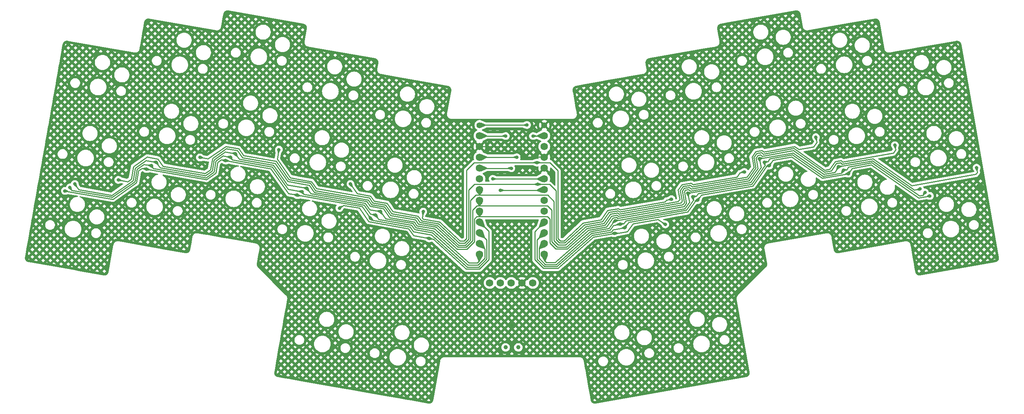
<source format=gtl>
%TF.GenerationSoftware,KiCad,Pcbnew,7.0.6*%
%TF.CreationDate,2023-07-14T19:01:00+02:00*%
%TF.ProjectId,Choc34SB,43686f63-3334-4534-922e-6b696361645f,rev?*%
%TF.SameCoordinates,Original*%
%TF.FileFunction,Copper,L1,Top*%
%TF.FilePolarity,Positive*%
%FSLAX46Y46*%
G04 Gerber Fmt 4.6, Leading zero omitted, Abs format (unit mm)*
G04 Created by KiCad (PCBNEW 7.0.6) date 2023-07-14 19:01:00*
%MOMM*%
%LPD*%
G01*
G04 APERTURE LIST*
%TA.AperFunction,ComponentPad*%
%ADD10C,1.397000*%
%TD*%
%TA.AperFunction,ComponentPad*%
%ADD11C,1.752600*%
%TD*%
%TA.AperFunction,WasherPad*%
%ADD12C,1.000000*%
%TD*%
%TA.AperFunction,ViaPad*%
%ADD13C,0.800000*%
%TD*%
%TA.AperFunction,Conductor*%
%ADD14C,0.250000*%
%TD*%
G04 APERTURE END LIST*
D10*
X160382182Y-73858711D03*
X145148682Y-73858709D03*
D11*
X147518347Y-111055387D03*
X150058347Y-111055387D03*
X152598347Y-111055387D03*
X155138347Y-111055387D03*
X157678347Y-111055387D03*
X160378343Y-76372142D03*
X160378343Y-78912142D03*
X160378343Y-81452142D03*
X160378343Y-83992142D03*
X160378343Y-86532142D03*
X160378343Y-89072142D03*
X160378343Y-91612142D03*
X160378343Y-94152142D03*
X160378343Y-96692142D03*
X160378343Y-99232142D03*
X160378343Y-101772142D03*
X160378343Y-104312142D03*
X145138343Y-104312142D03*
X145138343Y-101772142D03*
X145138343Y-99232142D03*
X145138343Y-96692142D03*
X145138343Y-94152142D03*
X145138343Y-91612142D03*
X145138343Y-89072142D03*
X145138343Y-86532142D03*
X145138343Y-83992142D03*
X145138343Y-81452142D03*
X145138343Y-78912142D03*
X145138343Y-76372142D03*
D12*
X151258346Y-126258709D03*
X154258346Y-126258709D03*
D13*
X156314620Y-73820097D03*
X152743870Y-120998037D03*
X262911630Y-88483962D03*
X158614628Y-81320102D03*
X155114621Y-81320096D03*
X262120926Y-83876275D03*
X60081932Y-86755100D03*
X242909693Y-78581841D03*
X79293160Y-81460652D03*
X224297546Y-76684995D03*
X97896628Y-79613044D03*
X114746241Y-87711989D03*
X207465297Y-84882409D03*
X158841499Y-87793274D03*
X158643870Y-82698036D03*
X131873697Y-94235241D03*
X190320477Y-91307194D03*
X148214621Y-86520105D03*
X150014620Y-89220105D03*
X152614622Y-84020099D03*
X157714616Y-76420101D03*
X153914625Y-81420101D03*
X86501720Y-81403537D03*
X48687036Y-88545593D03*
X103342658Y-89551723D03*
X67872224Y-83398871D03*
X120652445Y-95040930D03*
X69030672Y-82587715D03*
X104501118Y-88740568D03*
X87660181Y-80592383D03*
X49845492Y-87734431D03*
X121810896Y-94229770D03*
X47528577Y-89356750D03*
X66713758Y-84210029D03*
X119493991Y-95852088D03*
X102184206Y-90362879D03*
X85343273Y-82214698D03*
X133259810Y-100566030D03*
X112155659Y-93435974D03*
X229623715Y-83674748D03*
X211011577Y-81777894D03*
X194170636Y-89926088D03*
X177034505Y-96400093D03*
X248826270Y-88919950D03*
X212170031Y-82589051D03*
X249984722Y-89731109D03*
X230782171Y-84485914D03*
X195329093Y-90737240D03*
X178192962Y-97211257D03*
X251143175Y-90542265D03*
X196487551Y-91548398D03*
X179351417Y-98022411D03*
X231940634Y-85297068D03*
X213328488Y-83400213D03*
X176945375Y-99346893D03*
X188867055Y-97276956D03*
X151314621Y-76420099D03*
D14*
X145187292Y-73820099D02*
X145148682Y-73858709D01*
X156314620Y-73820097D02*
X145187292Y-73820099D01*
X160246304Y-81320103D02*
X160378351Y-81452142D01*
X155114621Y-81320096D02*
X158614628Y-81320102D01*
X158614628Y-81320102D02*
X160246304Y-81320103D01*
X145138350Y-78912148D02*
X154406672Y-78912145D01*
X155114623Y-79620098D02*
X155114621Y-81320096D01*
X154406672Y-78912145D02*
X155114623Y-79620098D01*
X123955983Y-95618234D02*
X122495906Y-93533010D01*
X82245571Y-81663289D02*
X81765676Y-84384905D01*
X211663456Y-81156986D02*
X219024602Y-79859018D01*
X237735235Y-81738505D02*
X246838467Y-88112661D01*
X145138342Y-95395387D02*
X145108639Y-95425093D01*
X69420233Y-81838862D02*
X66859731Y-81387372D01*
X89324404Y-81540650D02*
X88148224Y-79860888D01*
X63673984Y-83618064D02*
X63153037Y-86572482D01*
X230076460Y-82741749D02*
X230472561Y-83019108D01*
X70596414Y-83518622D02*
X69420233Y-81838862D01*
X227920595Y-84635083D02*
X229129377Y-82908751D01*
X118573916Y-91876808D02*
X106263818Y-89706202D01*
X211267360Y-80879635D02*
X211663456Y-81156986D01*
X88148224Y-79860888D02*
X85489243Y-79392037D01*
X230472561Y-83019108D02*
X237735235Y-81738505D01*
X122495906Y-93533010D02*
X119344519Y-92977335D01*
X144724530Y-95425097D02*
X144463816Y-95425094D01*
X210210142Y-81573762D02*
X210615715Y-80994533D01*
X139820835Y-103121072D02*
X134555799Y-98299611D01*
X81765676Y-84384905D02*
X80507131Y-85266144D01*
X144463816Y-95425094D02*
X143924529Y-95964384D01*
X161673585Y-96025096D02*
X161673586Y-101627753D01*
X145138342Y-94152143D02*
X145138342Y-95395387D01*
X246838467Y-88112661D02*
X261968667Y-85444798D01*
X130415287Y-97569522D02*
X129766355Y-96642759D01*
X62326907Y-87150952D02*
X60081932Y-86755100D01*
X97005908Y-82895106D02*
X89324404Y-81540650D01*
X99966638Y-87123471D02*
X97005908Y-82895106D01*
X143924529Y-95964384D02*
X143924529Y-101317378D01*
X193334479Y-89524988D02*
X193577826Y-89177452D01*
X219024602Y-79859018D02*
X226262954Y-84927375D01*
X106263818Y-89706202D02*
X105087640Y-88026441D01*
X142120835Y-103121072D02*
X139820835Y-103121072D01*
X134555799Y-98299611D02*
X130415287Y-97569522D01*
X194327937Y-89045187D02*
X194779967Y-89361702D01*
X66859731Y-81387372D02*
X63673984Y-83618064D01*
X170743647Y-98593103D02*
X175034511Y-97836510D01*
X80507131Y-85266144D02*
X70596414Y-83518622D01*
X105087640Y-88026441D02*
X99966638Y-87123471D01*
X143924529Y-101317378D02*
X142120835Y-103121072D01*
X176494595Y-95751288D02*
X177361962Y-95598347D01*
X193250751Y-93051542D02*
X193814369Y-92246606D01*
X177361962Y-95598347D02*
X177652673Y-95801906D01*
X229129377Y-82908751D02*
X230076460Y-82741749D01*
X145108639Y-95425093D02*
X161073585Y-95425094D01*
X208624311Y-86920568D02*
X210644259Y-84035781D01*
X194779967Y-89361702D02*
X208624311Y-86920568D01*
X261968667Y-85444798D02*
X262311231Y-84955569D01*
X226262954Y-84927375D02*
X227920595Y-84635083D01*
X175034511Y-97836510D02*
X176494595Y-95751288D01*
X161673586Y-101627753D02*
X163090112Y-103044278D01*
X210644259Y-84035781D02*
X210210142Y-81573762D01*
X63153037Y-86572482D02*
X62326907Y-87150952D01*
X262311231Y-84955569D02*
X262120926Y-83876275D01*
X161073585Y-95425094D02*
X161673585Y-96025096D01*
X163090112Y-103044278D02*
X165790111Y-103044279D01*
X193577826Y-89177452D02*
X194327937Y-89045187D01*
X85489243Y-79392037D02*
X82245571Y-81663289D01*
X210615715Y-80994533D02*
X211267360Y-80879635D01*
X177652673Y-95801906D02*
X193250751Y-93051542D01*
X119344519Y-92977335D02*
X118573916Y-91876808D01*
X193814369Y-92246606D02*
X193334479Y-89524988D01*
X145108639Y-95425093D02*
X144724530Y-95425097D01*
X129766355Y-96642759D02*
X123955983Y-95618234D01*
X165790111Y-103044279D02*
X170743647Y-98593103D01*
X89567638Y-81025056D02*
X88432012Y-79403217D01*
X163415613Y-102569780D02*
X165615613Y-102569780D01*
X143474529Y-93914863D02*
X143474527Y-101109298D01*
X100250427Y-86665797D02*
X97249131Y-82379512D01*
X227596251Y-84235333D02*
X228845599Y-82451081D01*
X124177138Y-95149514D02*
X122757609Y-93122217D01*
X194487322Y-88509370D02*
X194997268Y-88866448D01*
X145138342Y-92861040D02*
X145158064Y-92880757D01*
X211891461Y-80627549D02*
X219119986Y-79352964D01*
X144508638Y-92880756D02*
X143474529Y-93914863D01*
X171982980Y-97917637D02*
X174691204Y-97440108D01*
X209734606Y-81468344D02*
X210394571Y-80525818D01*
X177472099Y-95071212D02*
X177762809Y-95274770D01*
X143474527Y-101109298D02*
X141950943Y-102632881D01*
X177762809Y-95274770D02*
X192966604Y-92593931D01*
X194997268Y-88866448D02*
X208362599Y-86509772D01*
X105308785Y-87557720D02*
X100250427Y-86665797D01*
X118947498Y-91485736D02*
X106525528Y-89295410D01*
X192847901Y-89356931D02*
X193294036Y-88719773D01*
X119718103Y-92586272D02*
X118947498Y-91485736D01*
X210168727Y-83930361D02*
X209734606Y-81468344D01*
X243095198Y-79633861D02*
X242909693Y-78581841D01*
X162143870Y-101298037D02*
X163415613Y-102569780D01*
X81193464Y-81795726D02*
X79293160Y-81460652D01*
X88432012Y-79403217D02*
X85379108Y-78864906D01*
X210394571Y-80525818D02*
X211474279Y-80335438D01*
X145158064Y-92880757D02*
X161126587Y-92880754D01*
X176191853Y-95296957D02*
X177472099Y-95071212D01*
X226395176Y-84447108D02*
X227596251Y-84235333D01*
X230208115Y-82210827D02*
X230662142Y-82528738D01*
X192966604Y-92593931D02*
X193327729Y-92078193D01*
X134861568Y-97896583D02*
X130739628Y-97169772D01*
X230662142Y-82528738D02*
X242533937Y-80435418D01*
X174691204Y-97440108D02*
X176191853Y-95296957D01*
X130739628Y-97169772D02*
X130050142Y-96185084D01*
X193294036Y-88719773D02*
X194487322Y-88509370D01*
X162143869Y-93898036D02*
X162143870Y-101298037D01*
X140009025Y-102632881D02*
X134861568Y-97896583D01*
X122757609Y-93122217D02*
X119718103Y-92586272D01*
X97249131Y-82379512D02*
X89567638Y-81025056D01*
X242533937Y-80435418D02*
X243095198Y-79633861D01*
X85379108Y-78864906D02*
X81193464Y-81795726D01*
X228845599Y-82451081D02*
X230208115Y-82210827D01*
X106525528Y-89295410D02*
X105308785Y-87557720D01*
X193327729Y-92078193D02*
X193283487Y-91827263D01*
X165615613Y-102569780D02*
X170460337Y-98186113D01*
X130050142Y-96185084D02*
X124177138Y-95149514D01*
X219119986Y-79352964D02*
X226395176Y-84447108D01*
X161126587Y-92880754D02*
X162143869Y-93898036D01*
X141950943Y-102632881D02*
X140009025Y-102632881D01*
X211474279Y-80335438D02*
X211891461Y-80627549D01*
X193283487Y-91827263D02*
X192847901Y-89356931D01*
X145138344Y-91612141D02*
X145138342Y-92861040D01*
X145158064Y-92880757D02*
X144508638Y-92880756D01*
X208362599Y-86509772D02*
X210168727Y-83930361D01*
X170460337Y-98186113D02*
X171982980Y-97917637D01*
X161158062Y-90334369D02*
X162658061Y-91834370D01*
X145138342Y-89072141D02*
X145138343Y-90264747D01*
X170142901Y-97785147D02*
X174366864Y-97040350D01*
X195214566Y-88371190D02*
X208074102Y-86103703D01*
X165364732Y-102118897D02*
X170142901Y-97785147D01*
X119182044Y-91019375D02*
X106773471Y-88831409D01*
X124425081Y-94685520D02*
X123046112Y-92716148D01*
X192543781Y-92211547D02*
X192809027Y-91832728D01*
X192357613Y-89272590D02*
X193032332Y-88308982D01*
X145207966Y-90334368D02*
X161158062Y-90334369D01*
X208074102Y-86103703D02*
X209688475Y-83798147D01*
X210146629Y-80061823D02*
X211607627Y-79804213D01*
X105597285Y-87151651D02*
X100574771Y-86266046D01*
X162658061Y-91834370D02*
X162658061Y-101112226D01*
X162658061Y-101112226D02*
X163664731Y-102118897D01*
X143023331Y-100924097D02*
X141809855Y-102137576D01*
X130333930Y-95727408D02*
X124425081Y-94685520D01*
X209688475Y-83798147D02*
X209254354Y-81336122D01*
X209254354Y-81336122D02*
X210146629Y-80061823D01*
X193032332Y-88308982D02*
X194251804Y-88093951D01*
X220318933Y-79588227D02*
X223765758Y-78980459D01*
X194251804Y-88093951D02*
X194704619Y-88014110D01*
X177582238Y-94544081D02*
X177930861Y-94788201D01*
X119993210Y-92177838D02*
X119182044Y-91019375D01*
X192752938Y-91514637D02*
X192357613Y-89272590D01*
X163664731Y-102118897D02*
X165364732Y-102118897D01*
X145138343Y-90264747D02*
X145207966Y-90334368D01*
X144295830Y-90334369D02*
X143023332Y-91606867D01*
X174366864Y-97040350D02*
X175908063Y-94839285D01*
X224513902Y-77911995D02*
X224297546Y-76684995D01*
X100574771Y-86266046D02*
X97498251Y-81872330D01*
X194704619Y-88014110D02*
X195214566Y-88371190D01*
X123046112Y-92716148D02*
X119993210Y-92177838D01*
X97498251Y-81872330D02*
X97896628Y-79613044D01*
X175908063Y-94839285D02*
X177582238Y-94544081D01*
X135162547Y-97492708D02*
X131063971Y-96770017D01*
X106773471Y-88831409D02*
X105597285Y-87151651D01*
X192752938Y-91514637D02*
X192809027Y-91832728D01*
X141809855Y-102137576D02*
X140204330Y-102137575D01*
X131063971Y-96770017D02*
X130333930Y-95727408D01*
X212082733Y-80136872D02*
X219288041Y-78866390D01*
X211607627Y-79804213D02*
X212082733Y-80136872D01*
X144295830Y-90334369D02*
X145207966Y-90334368D01*
X143023332Y-91606867D02*
X143023331Y-100924097D01*
X177930861Y-94788201D02*
X192543781Y-92211547D01*
X140204330Y-102137575D02*
X135162547Y-97492708D01*
X223765758Y-78980459D02*
X224513902Y-77911995D01*
X219288041Y-78866390D02*
X220318933Y-79588227D01*
X123329896Y-92258471D02*
X120276995Y-91720164D01*
X116357910Y-90013699D02*
X114746241Y-87711989D01*
X130666957Y-95278416D02*
X124708869Y-94227844D01*
X191882080Y-89167163D02*
X192261680Y-91319991D01*
X194921920Y-87518856D02*
X192770628Y-87898182D01*
X141661442Y-101649592D02*
X140392316Y-101649592D01*
X120276995Y-91720164D02*
X119465830Y-90561709D01*
X161607966Y-87820249D02*
X163107967Y-89320247D01*
X175624277Y-94381617D02*
X174083074Y-96582677D01*
X158841499Y-87793274D02*
X161607966Y-87820249D01*
X140392316Y-101649592D02*
X135441168Y-97084895D01*
X158841499Y-87793274D02*
X143914525Y-87820247D01*
X163869008Y-101623175D02*
X165169008Y-101623175D01*
X178098924Y-94301617D02*
X177692372Y-94016950D01*
X142557392Y-89177383D02*
X142557390Y-100753642D01*
X207465297Y-84882409D02*
X206411131Y-85068292D01*
X169842090Y-97330472D02*
X174083074Y-96582677D01*
X191874757Y-91872573D02*
X178098924Y-94301617D01*
X192770628Y-87898182D02*
X191882080Y-89167163D01*
X163107969Y-100862134D02*
X163869008Y-101623175D01*
X163107967Y-89320247D02*
X163107969Y-100862134D01*
X142557390Y-100753642D02*
X141661442Y-101649592D01*
X119465830Y-90561709D02*
X116357910Y-90013699D01*
X206411131Y-85068292D02*
X205714786Y-86062771D01*
X165169008Y-101623175D02*
X169842090Y-97330472D01*
X124708869Y-94227844D02*
X123329896Y-92258471D01*
X131437556Y-96378951D02*
X130666957Y-95278416D01*
X143914525Y-87820247D02*
X142557392Y-89177383D01*
X177692372Y-94016950D02*
X175624277Y-94381617D01*
X195431871Y-87875926D02*
X194921920Y-87518856D01*
X135441168Y-97084895D02*
X131437556Y-96378951D01*
X192261680Y-91319991D02*
X191874757Y-91872573D01*
X205714786Y-86062771D02*
X195431871Y-87875926D01*
X178204341Y-93826089D02*
X177758814Y-93514124D01*
X164121649Y-101143087D02*
X163576598Y-100598036D01*
X131614240Y-95706682D02*
X131811143Y-95987877D01*
X169486911Y-96901995D02*
X173725402Y-96154636D01*
X140569583Y-101172323D02*
X135691873Y-96672160D01*
X131811143Y-95987877D02*
X135691873Y-96672160D01*
X131873697Y-94235241D02*
X131614240Y-95706682D01*
X163576598Y-100598036D02*
X163576599Y-84586175D01*
X141502313Y-101172323D02*
X142076599Y-100598037D01*
X164988920Y-101143087D02*
X164121649Y-101143087D01*
X158643870Y-82698036D02*
X158343869Y-82698038D01*
X140569583Y-101172323D02*
X141502313Y-101172323D01*
X161676598Y-82686176D02*
X158643870Y-82698036D01*
X188792125Y-91959176D02*
X178204341Y-93826089D01*
X177758814Y-93514124D02*
X175266604Y-93953569D01*
X163576599Y-84586175D02*
X161676598Y-82686176D01*
X190320477Y-91307194D02*
X189097674Y-91522806D01*
X189097674Y-91522806D02*
X188792125Y-91959176D01*
X169486911Y-96901995D02*
X164988920Y-101143087D01*
X143876599Y-82686174D02*
X142076601Y-84486175D01*
X158343869Y-82698038D02*
X143876599Y-82686174D01*
X142076601Y-84486175D02*
X142076599Y-100598037D01*
X175266604Y-93953569D02*
X173725402Y-96154636D01*
X160366302Y-86520101D02*
X160378350Y-86532150D01*
X148214621Y-86520105D02*
X160366302Y-86520101D01*
X160230397Y-89220097D02*
X160378352Y-89072146D01*
X150014620Y-89220105D02*
X160230397Y-89220097D01*
X145166306Y-84020101D02*
X145138351Y-83992144D01*
X152614622Y-84020099D02*
X145166306Y-84020101D01*
X157714616Y-76420101D02*
X160330397Y-76420097D01*
X160330397Y-76420097D02*
X160378349Y-76372146D01*
X153914625Y-81420101D02*
X145170395Y-81420103D01*
X145170395Y-81420103D02*
X145138346Y-81452145D01*
X103788804Y-90188874D02*
X117929382Y-92682240D01*
X67872224Y-83398871D02*
X68314201Y-84030092D01*
X145138344Y-101776636D02*
X146371723Y-103010021D01*
X58697713Y-90869226D02*
X63958861Y-87185328D01*
X103342658Y-89551723D02*
X103788804Y-90188874D01*
X48690584Y-88546210D02*
X49136723Y-89183361D01*
X63958861Y-87185328D02*
X64473481Y-84266745D01*
X144797986Y-106810020D02*
X142409604Y-106810024D01*
X119430032Y-94825383D02*
X120652445Y-95040930D01*
X129847719Y-98484873D02*
X134001835Y-99217350D01*
X146371723Y-105236279D02*
X144797986Y-106810020D01*
X84776821Y-81099392D02*
X86501720Y-81403537D01*
X120652445Y-95040930D02*
X121378333Y-96077604D01*
X66147311Y-83094719D02*
X67872224Y-83398871D01*
X86947868Y-82040688D02*
X96361373Y-83700540D01*
X86501720Y-81403537D02*
X86947868Y-82040688D01*
X96361373Y-83700540D02*
X100052146Y-88971516D01*
X121378333Y-96077604D02*
X129117669Y-97442266D01*
X82582539Y-84935114D02*
X83045067Y-82311977D01*
X49136723Y-89183361D02*
X58697713Y-90869226D01*
X142409604Y-106810024D02*
X134001835Y-99217350D01*
X80744768Y-86221933D02*
X82582539Y-84935114D01*
X100052146Y-88971516D02*
X103342658Y-89551723D01*
X83045067Y-82311977D02*
X84776821Y-81099392D01*
X129117669Y-97442266D02*
X129847719Y-98484873D01*
X145138343Y-101772143D02*
X145138344Y-101776636D01*
X64473481Y-84266745D02*
X66147311Y-83094719D01*
X117929382Y-92682240D02*
X119430032Y-94825383D01*
X48687036Y-88545593D02*
X48690584Y-88546210D01*
X146371723Y-103010021D02*
X146371723Y-105236279D01*
X68314201Y-84030092D02*
X80744768Y-86221933D01*
X87660181Y-80592383D02*
X88548298Y-81860744D01*
X64073734Y-83942410D02*
X66616399Y-82162007D01*
X69030672Y-82587715D02*
X69918793Y-83856077D01*
X130131502Y-98027195D02*
X134230601Y-98749973D01*
X119245599Y-93777437D02*
X121810896Y-94229770D01*
X66616399Y-82162007D02*
X69030672Y-82587715D01*
X104501118Y-88740568D02*
X105389239Y-90008931D01*
X121810896Y-94229770D02*
X122982932Y-95903596D01*
X85245909Y-80166675D02*
X87660181Y-80592383D01*
X69918793Y-83856077D02*
X80612552Y-85741681D01*
X88548298Y-81860744D02*
X96618923Y-83283817D01*
X80612552Y-85741681D02*
X82176469Y-84646610D01*
X142660023Y-106341553D02*
X134230601Y-98749973D01*
X105389239Y-90008931D02*
X118186940Y-92265515D01*
X144630055Y-106341555D02*
X142660023Y-106341553D01*
X145138347Y-105833263D02*
X144630055Y-106341555D01*
X58598220Y-90389546D02*
X63548061Y-86923629D01*
X145138349Y-104312141D02*
X145138347Y-105833263D01*
X49898282Y-87743734D02*
X50786398Y-89012105D01*
X50786398Y-89012105D02*
X58598220Y-90389546D01*
X118186940Y-92265515D02*
X119245599Y-93777437D01*
X96618923Y-83283817D02*
X99867718Y-87923572D01*
X122982932Y-95903596D02*
X129442013Y-97042507D01*
X63548061Y-86923629D02*
X64073734Y-83942410D01*
X82645322Y-81987628D02*
X85245909Y-80166675D01*
X129442013Y-97042507D02*
X130131502Y-98027195D01*
X99867718Y-87923572D02*
X104501118Y-88740568D01*
X82176469Y-84646610D02*
X82645322Y-81987628D01*
X49845492Y-87734431D02*
X49898282Y-87743734D01*
X47528577Y-89356750D02*
X58803130Y-91344753D01*
X65678216Y-84027435D02*
X66713758Y-84210029D01*
X85343273Y-82214698D02*
X96037031Y-84100295D01*
X146821727Y-105422675D02*
X144917013Y-107327391D01*
X64369655Y-87447031D02*
X64873236Y-84591094D01*
X84307730Y-82032104D02*
X85343273Y-82214698D01*
X83051258Y-85156263D02*
X83502748Y-82595762D01*
X66713758Y-84210029D02*
X66719685Y-84205874D01*
X66719685Y-84205874D02*
X80850194Y-86697462D01*
X119773742Y-96251615D02*
X128793326Y-97842006D01*
X119493991Y-95852088D02*
X119773742Y-96251615D01*
X129563927Y-98942546D02*
X133783098Y-99686498D01*
X145138345Y-99232146D02*
X146821730Y-100915525D01*
X83502748Y-82595762D02*
X84307730Y-82032104D01*
X58803130Y-91344753D02*
X64369655Y-87447031D01*
X80850194Y-86697462D02*
X83051258Y-85156263D01*
X100173940Y-90008421D02*
X102184206Y-90362879D01*
X96037031Y-84100295D02*
X100173940Y-90008421D01*
X64873236Y-84591094D02*
X65678216Y-84027435D01*
X117547208Y-93071794D02*
X119493991Y-95852088D01*
X142208086Y-107327386D02*
X133783098Y-99686498D01*
X146821730Y-100915525D02*
X146821727Y-105422675D01*
X144917013Y-107327391D02*
X142208086Y-107327386D01*
X128793326Y-97842006D02*
X129563927Y-98942546D01*
X102184206Y-90362879D02*
X117547208Y-93071794D01*
X129650871Y-99929678D02*
X128468979Y-98241764D01*
X147338627Y-98899887D02*
X147338626Y-105599884D01*
X147338626Y-105599884D02*
X145138626Y-107799887D01*
X141938626Y-107799885D02*
X134244616Y-100739678D01*
X145138626Y-107799887D02*
X141938626Y-107799885D01*
X119014828Y-96574741D02*
X116788296Y-93394922D01*
X145138343Y-96692140D02*
X145138346Y-96699604D01*
X116788296Y-93394922D02*
X113134415Y-92750646D01*
X133259810Y-100566030D02*
X134244616Y-100739678D01*
X145138346Y-96699604D02*
X147338627Y-98899887D01*
X113134415Y-92750646D02*
X112155659Y-93435974D01*
X128468979Y-98241764D02*
X119014828Y-96574741D01*
X129650871Y-99929678D02*
X133259810Y-100566030D01*
X172142610Y-98822923D02*
X171133379Y-99000876D01*
X175583877Y-98216133D02*
X172142610Y-98822923D01*
X160873266Y-106263263D02*
X162873264Y-106263262D01*
X160378343Y-104312141D02*
X160378344Y-105768346D01*
X177034505Y-96400093D02*
X176830259Y-96436107D01*
X193486697Y-93499131D02*
X194536342Y-92000077D01*
X160378344Y-105768346D02*
X160873266Y-106263263D01*
X248826270Y-88919950D02*
X247469971Y-89159099D01*
X194536342Y-92000077D02*
X194170636Y-89926088D01*
X176830259Y-96436107D02*
X175583877Y-98216133D01*
X208912814Y-87326645D02*
X194170636Y-89926088D01*
X228737340Y-84948013D02*
X226157539Y-85402900D01*
X211370955Y-83816047D02*
X208912814Y-87326645D01*
X211011577Y-81777894D02*
X211370955Y-83816047D01*
X226157539Y-85402900D02*
X218975113Y-80373706D01*
X218975113Y-80373706D02*
X211011577Y-81777894D01*
X229623715Y-83674748D02*
X229624761Y-83680650D01*
X237685736Y-82253197D02*
X229623715Y-83674748D01*
X177034505Y-96400093D02*
X193486697Y-93499131D01*
X247458930Y-89096464D02*
X237685736Y-82253197D01*
X229624761Y-83680650D02*
X228737340Y-84948013D01*
X162873264Y-106263262D02*
X171133379Y-99000876D01*
X247469971Y-89159099D02*
X247458930Y-89096464D01*
X196595807Y-89973713D02*
X209159888Y-87758328D01*
X249980967Y-89731772D02*
X249984722Y-89731109D01*
X195329093Y-90737240D02*
X196164284Y-90589971D01*
X160623263Y-106713264D02*
X163123264Y-106713263D01*
X213005222Y-82441787D02*
X213451360Y-81804639D01*
X178192962Y-97211257D02*
X176645828Y-97484059D01*
X171402794Y-99410312D02*
X175845579Y-98626926D01*
X230782171Y-84485914D02*
X231518888Y-84356008D01*
X195469056Y-91530989D02*
X193811039Y-93898883D01*
X176645828Y-97484059D02*
X175845579Y-98626926D01*
X193811039Y-93898883D02*
X179526403Y-96417650D01*
X225926837Y-85900525D02*
X230336038Y-85123056D01*
X195329093Y-90737240D02*
X195469056Y-91530989D01*
X237517676Y-82739771D02*
X248638849Y-90526907D01*
X179080257Y-97054800D02*
X178192962Y-97211257D01*
X231518888Y-84356008D02*
X231965026Y-83718860D01*
X163123264Y-106713263D02*
X171402794Y-99410312D01*
X159123263Y-103027222D02*
X159123261Y-105213266D01*
X212292618Y-83284322D02*
X209159888Y-87758328D01*
X159123261Y-105213266D02*
X160623263Y-106713264D01*
X248638849Y-90526907D02*
X249534831Y-90368919D01*
X179526403Y-96417650D02*
X179080257Y-97054800D01*
X231965026Y-83718860D02*
X237517676Y-82739771D01*
X230336038Y-85123056D02*
X230782171Y-84485914D01*
X212170031Y-82589051D02*
X212292618Y-83284322D01*
X160378344Y-101772142D02*
X159123263Y-103027222D01*
X225915793Y-85837885D02*
X225926837Y-85900525D01*
X218807051Y-80860283D02*
X225915793Y-85837885D01*
X213451360Y-81804639D02*
X218807051Y-80860283D01*
X249534831Y-90368919D02*
X249980967Y-89731772D01*
X212170031Y-82589051D02*
X213005222Y-82441787D01*
X196164284Y-90589971D02*
X196595807Y-89973713D01*
X194120586Y-94319765D02*
X180228898Y-96769247D01*
X158672689Y-100937799D02*
X158672685Y-105435190D01*
X212743503Y-83503355D02*
X209476020Y-88169798D01*
X176524032Y-98520958D02*
X176169923Y-99026683D01*
X248470791Y-91013480D02*
X251143175Y-90542265D01*
X214218868Y-82126244D02*
X218638987Y-81346859D01*
X160378347Y-99232144D02*
X158672689Y-100937799D01*
X158672685Y-105435190D02*
X160400765Y-107163267D01*
X197356994Y-90306711D02*
X196487551Y-91548398D01*
X209476020Y-88169798D02*
X197356994Y-90306711D01*
X196001042Y-91634186D02*
X194120586Y-94319765D01*
X218638987Y-81346859D02*
X225821412Y-86376054D01*
X213328148Y-83398318D02*
X214218868Y-82126244D01*
X160400765Y-107163267D02*
X163344611Y-107163264D01*
X213328488Y-83400213D02*
X212743503Y-83503355D01*
X176169923Y-99026683D02*
X171732299Y-99809156D01*
X180228898Y-96769247D02*
X179351417Y-98022411D01*
X196487551Y-91548398D02*
X196001042Y-91634186D01*
X232832904Y-84022767D02*
X237349623Y-83226351D01*
X213328488Y-83400213D02*
X213328148Y-83398318D01*
X171732299Y-99809156D02*
X163344611Y-107163264D01*
X237349623Y-83226351D02*
X248470791Y-91013480D01*
X179351417Y-98022411D02*
X176524032Y-98520958D01*
X231940634Y-85297068D02*
X232832904Y-84022767D01*
X225821412Y-86376054D02*
X231940634Y-85297068D01*
X158143871Y-98926619D02*
X158143871Y-105594712D01*
X179923551Y-98957933D02*
X176968675Y-99478961D01*
X181223366Y-97101606D02*
X179923551Y-98957933D01*
X158143871Y-105594712D02*
X160162421Y-107613264D01*
X158143871Y-98926619D02*
X160378345Y-96692143D01*
X188867055Y-97276956D02*
X188866971Y-97276494D01*
X160162421Y-107613264D02*
X163584842Y-107613264D01*
X171988620Y-100220901D02*
X176945375Y-99346893D01*
X171988620Y-100220901D02*
X163584842Y-107613264D01*
X187129838Y-96060136D02*
X181223366Y-97101606D01*
X188866971Y-97276494D02*
X187129838Y-96060136D01*
X145186303Y-76420096D02*
X145138349Y-76372144D01*
X151314621Y-76420099D02*
X145186303Y-76420096D01*
%TA.AperFunction,Conductor*%
G36*
X178044338Y-96852666D02*
G01*
X178045067Y-96854120D01*
X178193037Y-97208906D01*
X178193939Y-97213439D01*
X178192995Y-97597248D01*
X178189548Y-97605512D01*
X178181266Y-97608919D01*
X178179182Y-97608727D01*
X177442295Y-97473426D01*
X177434777Y-97468561D01*
X177432886Y-97463950D01*
X177392292Y-97233733D01*
X177394230Y-97224990D01*
X177397854Y-97221633D01*
X178028311Y-96848554D01*
X178037176Y-96847291D01*
X178044338Y-96852666D01*
G37*
%TD.AperFunction*%
%TA.AperFunction,Conductor*%
G36*
X85338250Y-81819104D02*
G01*
X85343115Y-81826622D01*
X85343307Y-81828706D01*
X85344251Y-82212515D01*
X85343349Y-82217048D01*
X85195378Y-82571834D01*
X85189031Y-82578150D01*
X85180076Y-82578128D01*
X85178622Y-82577399D01*
X84548168Y-82204322D01*
X84542793Y-82197160D01*
X84542604Y-82192223D01*
X84583199Y-81962001D01*
X84588009Y-81954452D01*
X84592603Y-81952529D01*
X85329496Y-81817227D01*
X85338250Y-81819104D01*
G37*
%TD.AperFunction*%
%TA.AperFunction,Conductor*%
G36*
X102347400Y-89999449D02*
G01*
X102348854Y-90000178D01*
X102979310Y-90373256D01*
X102984685Y-90380418D01*
X102984874Y-90385357D01*
X102944280Y-90615573D01*
X102939469Y-90623125D01*
X102934871Y-90625049D01*
X102197983Y-90760349D01*
X102189227Y-90758472D01*
X102184362Y-90750954D01*
X102184170Y-90748876D01*
X102183227Y-90365058D01*
X102184128Y-90360533D01*
X102332099Y-90005741D01*
X102338445Y-89999427D01*
X102347400Y-89999449D01*
G37*
%TD.AperFunction*%
%TA.AperFunction,Conductor*%
G36*
X207316673Y-84523817D02*
G01*
X207317402Y-84525272D01*
X207465373Y-84880059D01*
X207466275Y-84884592D01*
X207465330Y-85268399D01*
X207461883Y-85276663D01*
X207453601Y-85280070D01*
X207451517Y-85279878D01*
X206714631Y-85144580D01*
X206707113Y-85139715D01*
X206705223Y-85135107D01*
X206664628Y-84904886D01*
X206666566Y-84896145D01*
X206670188Y-84892789D01*
X207300647Y-84519706D01*
X207309511Y-84518443D01*
X207316673Y-84523817D01*
G37*
%TD.AperFunction*%
%TA.AperFunction,Conductor*%
G36*
X211397569Y-81777859D02*
G01*
X211405832Y-81781306D01*
X211409239Y-81789588D01*
X211409047Y-81791672D01*
X211273743Y-82528560D01*
X211268878Y-82536078D01*
X211264267Y-82537969D01*
X211034050Y-82578562D01*
X211025307Y-82576624D01*
X211021949Y-82572998D01*
X210648875Y-81942544D01*
X210647611Y-81933679D01*
X210652986Y-81926517D01*
X210654431Y-81925792D01*
X211009230Y-81777817D01*
X211013755Y-81776916D01*
X211397569Y-81777859D01*
G37*
%TD.AperFunction*%
%TA.AperFunction,Conductor*%
G36*
X145935277Y-104642226D02*
G01*
X145941601Y-104648564D01*
X145941592Y-104657519D01*
X145940751Y-104659162D01*
X145070818Y-106072714D01*
X145063564Y-106077964D01*
X145054722Y-106076546D01*
X145052581Y-106074855D01*
X144887824Y-105910098D01*
X144885396Y-105906556D01*
X144333588Y-104658437D01*
X144333377Y-104649485D01*
X144339558Y-104643005D01*
X144339702Y-104642943D01*
X145134564Y-104313294D01*
X145143516Y-104313291D01*
X145935277Y-104642226D01*
G37*
%TD.AperFunction*%
%TA.AperFunction,Conductor*%
G36*
X195342860Y-90339767D02*
G01*
X196079758Y-90475070D01*
X196087275Y-90479935D01*
X196089166Y-90484546D01*
X196129760Y-90714762D01*
X196127822Y-90723505D01*
X196124196Y-90726863D01*
X195493741Y-91099939D01*
X195484876Y-91101203D01*
X195477714Y-91095828D01*
X195476985Y-91094374D01*
X195329015Y-90739585D01*
X195328114Y-90735058D01*
X195329056Y-90351245D01*
X195332503Y-90342983D01*
X195340785Y-90339576D01*
X195342860Y-90339767D01*
G37*
%TD.AperFunction*%
%TA.AperFunction,Conductor*%
G36*
X133423007Y-100202601D02*
G01*
X133424461Y-100203330D01*
X134054915Y-100576406D01*
X134060290Y-100583568D01*
X134060479Y-100588507D01*
X134019885Y-100818724D01*
X134015074Y-100826276D01*
X134010476Y-100828200D01*
X133273590Y-100963501D01*
X133264834Y-100961624D01*
X133259969Y-100954106D01*
X133259777Y-100952022D01*
X133259472Y-100828200D01*
X133258831Y-100568209D01*
X133259732Y-100563684D01*
X133407706Y-100208893D01*
X133414052Y-100202579D01*
X133423007Y-100202601D01*
G37*
%TD.AperFunction*%
%TA.AperFunction,Conductor*%
G36*
X212484149Y-82719005D02*
G01*
X212529999Y-82738128D01*
X212536315Y-82744475D01*
X212536751Y-82752118D01*
X212349936Y-83410976D01*
X212344383Y-83418000D01*
X212335488Y-83419040D01*
X212331969Y-83417368D01*
X212142595Y-83284766D01*
X212139404Y-83281412D01*
X211807841Y-82753841D01*
X211806341Y-82745014D01*
X211811522Y-82737710D01*
X211813251Y-82736815D01*
X212166106Y-82590102D01*
X212175058Y-82590091D01*
X212484149Y-82719005D01*
G37*
%TD.AperFunction*%
%TA.AperFunction,Conductor*%
G36*
X87655159Y-80196789D02*
G01*
X87660024Y-80204307D01*
X87660216Y-80206391D01*
X87661160Y-80590198D01*
X87660258Y-80594731D01*
X87512287Y-80949517D01*
X87505940Y-80955833D01*
X87496985Y-80955811D01*
X87495530Y-80955082D01*
X86865076Y-80582003D01*
X86859702Y-80574841D01*
X86859513Y-80569904D01*
X86900109Y-80339684D01*
X86904919Y-80332135D01*
X86909513Y-80330212D01*
X87646405Y-80194912D01*
X87655159Y-80196789D01*
G37*
%TD.AperFunction*%
%TA.AperFunction,Conductor*%
G36*
X160047476Y-85733370D02*
G01*
X160047714Y-85733904D01*
X160377476Y-86527653D01*
X160377485Y-86536608D01*
X160377476Y-86536631D01*
X160047781Y-87330221D01*
X160041442Y-87336546D01*
X160032487Y-87336537D01*
X160031808Y-87336229D01*
X158634669Y-86648317D01*
X158628760Y-86641588D01*
X158628137Y-86637820D01*
X158628137Y-86527653D01*
X158628137Y-86402492D01*
X158631564Y-86394222D01*
X158634811Y-86391929D01*
X160031888Y-85727825D01*
X160040829Y-85727369D01*
X160047476Y-85733370D01*
G37*
%TD.AperFunction*%
%TA.AperFunction,Conductor*%
G36*
X88026247Y-80444449D02*
G01*
X88032563Y-80450796D01*
X88033076Y-80452340D01*
X88215069Y-81161941D01*
X88213805Y-81170806D01*
X88210447Y-81174432D01*
X88018954Y-81308519D01*
X88010211Y-81310457D01*
X88005600Y-81308566D01*
X87388870Y-80883179D01*
X87384005Y-80875661D01*
X87385882Y-80866905D01*
X87387213Y-80865302D01*
X87657948Y-80593231D01*
X87661784Y-80590668D01*
X88017292Y-80444427D01*
X88026247Y-80444449D01*
G37*
%TD.AperFunction*%
%TA.AperFunction,Conductor*%
G36*
X120647421Y-94645337D02*
G01*
X120652286Y-94652855D01*
X120652478Y-94654939D01*
X120653423Y-95038745D01*
X120652521Y-95043278D01*
X120504549Y-95398065D01*
X120498202Y-95404381D01*
X120489247Y-95404359D01*
X120487793Y-95403630D01*
X119857339Y-95030552D01*
X119851964Y-95023390D01*
X119851775Y-95018453D01*
X119892370Y-94788232D01*
X119897180Y-94780683D01*
X119901774Y-94778760D01*
X120638667Y-94643460D01*
X120647421Y-94645337D01*
G37*
%TD.AperFunction*%
%TA.AperFunction,Conductor*%
G36*
X66876985Y-83846520D02*
G01*
X66878375Y-83847211D01*
X67509786Y-84215397D01*
X67515206Y-84222525D01*
X67515414Y-84227536D01*
X67474820Y-84457751D01*
X67470009Y-84465303D01*
X67465482Y-84467213D01*
X66727607Y-84607397D01*
X66718839Y-84605575D01*
X66713929Y-84598087D01*
X66713723Y-84595932D01*
X66713406Y-84467213D01*
X66712778Y-84212210D01*
X66713679Y-84207685D01*
X66861684Y-83852812D01*
X66868030Y-83846498D01*
X66876985Y-83846520D01*
G37*
%TD.AperFunction*%
%TA.AperFunction,Conductor*%
G36*
X159021637Y-87434273D02*
G01*
X159634395Y-87673139D01*
X159640859Y-87679337D01*
X159641845Y-87684154D01*
X159639565Y-87917979D01*
X159636058Y-87926218D01*
X159631898Y-87928848D01*
X159005092Y-88158964D01*
X158996145Y-88158599D01*
X158990261Y-88152483D01*
X158978885Y-88125197D01*
X158842376Y-87797766D01*
X158842356Y-87788817D01*
X158990174Y-87434272D01*
X158996521Y-87427955D01*
X159005221Y-87427874D01*
X159021637Y-87434273D01*
G37*
%TD.AperFunction*%
%TA.AperFunction,Conductor*%
G36*
X121805874Y-93834176D02*
G01*
X121810739Y-93841694D01*
X121810931Y-93843778D01*
X121811874Y-94227587D01*
X121810972Y-94232120D01*
X121663001Y-94586906D01*
X121656654Y-94593222D01*
X121647699Y-94593200D01*
X121646245Y-94592471D01*
X121015791Y-94219395D01*
X121010416Y-94212233D01*
X121010227Y-94207296D01*
X121050823Y-93977073D01*
X121055633Y-93969524D01*
X121060227Y-93967601D01*
X121797120Y-93832299D01*
X121805874Y-93834176D01*
G37*
%TD.AperFunction*%
%TA.AperFunction,Conductor*%
G36*
X68262316Y-83398866D02*
G01*
X68270587Y-83402296D01*
X68273851Y-83408645D01*
X68357080Y-83908803D01*
X68357061Y-83912756D01*
X68317077Y-84139524D01*
X68312266Y-84147076D01*
X68303523Y-84149014D01*
X68299157Y-84147287D01*
X67727255Y-83773716D01*
X67722202Y-83766323D01*
X67722832Y-83759472D01*
X67868256Y-83405948D01*
X67874571Y-83399603D01*
X67879078Y-83398701D01*
X68262316Y-83398866D01*
G37*
%TD.AperFunction*%
%TA.AperFunction,Conductor*%
G36*
X196213001Y-91273839D02*
G01*
X196213517Y-91274322D01*
X196484671Y-91544142D01*
X196488118Y-91552407D01*
X196488118Y-91552453D01*
X196487568Y-91936756D01*
X196484129Y-91945024D01*
X196475908Y-91948439D01*
X195935996Y-91950302D01*
X195929245Y-91948186D01*
X195924729Y-91945024D01*
X195738214Y-91814424D01*
X195733404Y-91806873D01*
X195735342Y-91798130D01*
X195736142Y-91797111D01*
X196196488Y-91274878D01*
X196204529Y-91270939D01*
X196213001Y-91273839D01*
G37*
%TD.AperFunction*%
%TA.AperFunction,Conductor*%
G36*
X152459917Y-83654828D02*
G01*
X152465903Y-83660990D01*
X152613745Y-84015597D01*
X152613766Y-84024551D01*
X152613745Y-84024601D01*
X152465903Y-84379208D01*
X152459556Y-84385526D01*
X152450967Y-84385650D01*
X151822186Y-84147957D01*
X151815659Y-84141826D01*
X151814623Y-84137017D01*
X151814622Y-83903184D01*
X151818049Y-83894912D01*
X151822181Y-83892243D01*
X152450968Y-83654548D01*
X152459917Y-83654828D01*
G37*
%TD.AperFunction*%
%TA.AperFunction,Conductor*%
G36*
X230783589Y-84489165D02*
G01*
X230786139Y-84492991D01*
X230931592Y-84846583D01*
X230931570Y-84855538D01*
X230927246Y-84860779D01*
X230358258Y-85238797D01*
X230349471Y-85240521D01*
X230342039Y-85235526D01*
X230340264Y-85231089D01*
X230300295Y-85004424D01*
X230300263Y-85000554D01*
X230323355Y-84855465D01*
X230380602Y-84495768D01*
X230385287Y-84488137D01*
X230392149Y-84485908D01*
X230775314Y-84485742D01*
X230783589Y-84489165D01*
G37*
%TD.AperFunction*%
%TA.AperFunction,Conductor*%
G36*
X188297680Y-96721798D02*
G01*
X189007104Y-96904058D01*
X189014264Y-96909435D01*
X189015524Y-96918300D01*
X189015012Y-96919840D01*
X188868770Y-97275349D01*
X188866203Y-97279191D01*
X188594147Y-97549913D01*
X188585865Y-97553320D01*
X188577601Y-97549873D01*
X188576260Y-97548259D01*
X188390830Y-97279191D01*
X188151051Y-96931260D01*
X188149179Y-96922505D01*
X188151100Y-96917915D01*
X188285186Y-96726418D01*
X188292737Y-96721608D01*
X188297680Y-96721798D01*
G37*
%TD.AperFunction*%
%TA.AperFunction,Conductor*%
G36*
X159580171Y-98901515D02*
G01*
X160374557Y-99229578D01*
X160380896Y-99235903D01*
X160380905Y-99235926D01*
X160708963Y-100030297D01*
X160708954Y-100039252D01*
X160702615Y-100045577D01*
X160702000Y-100045811D01*
X159234392Y-100557390D01*
X159225452Y-100556877D01*
X159222268Y-100554615D01*
X159055872Y-100388220D01*
X159052445Y-100379947D01*
X159053096Y-100376099D01*
X159564672Y-98908483D01*
X159570631Y-98901800D01*
X159579571Y-98901287D01*
X159580171Y-98901515D01*
G37*
%TD.AperFunction*%
%TA.AperFunction,Conductor*%
G36*
X131876045Y-94235163D02*
G01*
X132230833Y-94383134D01*
X132237149Y-94389481D01*
X132237127Y-94398436D01*
X132236398Y-94399890D01*
X131863320Y-95030345D01*
X131856158Y-95035720D01*
X131851219Y-95035909D01*
X131621003Y-94995313D01*
X131613451Y-94990502D01*
X131611528Y-94985906D01*
X131476226Y-94249015D01*
X131478103Y-94240262D01*
X131485621Y-94235397D01*
X131487698Y-94235205D01*
X131871518Y-94234262D01*
X131876045Y-94235163D01*
G37*
%TD.AperFunction*%
%TA.AperFunction,Conductor*%
G36*
X102179183Y-89967286D02*
G01*
X102184048Y-89974804D01*
X102184240Y-89976888D01*
X102185183Y-90360695D01*
X102184281Y-90365228D01*
X102036309Y-90720015D01*
X102029962Y-90726331D01*
X102021007Y-90726309D01*
X102019553Y-90725580D01*
X101389102Y-90352507D01*
X101383727Y-90345345D01*
X101383538Y-90340408D01*
X101424131Y-90110186D01*
X101428942Y-90102635D01*
X101433537Y-90100712D01*
X102170429Y-89965409D01*
X102179183Y-89967286D01*
G37*
%TD.AperFunction*%
%TA.AperFunction,Conductor*%
G36*
X194184406Y-89528616D02*
G01*
X194543051Y-89594468D01*
X194547642Y-89596388D01*
X194581417Y-89620038D01*
X194581822Y-89620349D01*
X194601588Y-89636935D01*
X194614706Y-89647942D01*
X194655048Y-89662624D01*
X194655505Y-89662813D01*
X194694422Y-89680961D01*
X194707381Y-89682094D01*
X194710352Y-89682753D01*
X194722573Y-89687202D01*
X194765502Y-89687202D01*
X194765996Y-89687223D01*
X194795141Y-89689773D01*
X194808770Y-89690966D01*
X194808772Y-89690966D01*
X194808772Y-89690965D01*
X194808774Y-89690966D01*
X194850257Y-89679850D01*
X194850711Y-89679749D01*
X194917867Y-89667907D01*
X194926606Y-89669845D01*
X194931417Y-89677397D01*
X194971305Y-89903610D01*
X194969367Y-89912353D01*
X194965741Y-89915711D01*
X194335288Y-90288789D01*
X194326423Y-90290053D01*
X194319261Y-90284678D01*
X194318532Y-90283224D01*
X194170559Y-89928435D01*
X194169658Y-89923908D01*
X194170602Y-89540094D01*
X194174049Y-89531832D01*
X194182331Y-89528425D01*
X194184406Y-89528616D01*
G37*
%TD.AperFunction*%
%TA.AperFunction,Conductor*%
G36*
X196846323Y-90832263D02*
G01*
X197037817Y-90966349D01*
X197042628Y-90973901D01*
X197042439Y-90978840D01*
X196860445Y-91688440D01*
X196855070Y-91695602D01*
X196846205Y-91696866D01*
X196844661Y-91696353D01*
X196489157Y-91550113D01*
X196485315Y-91547546D01*
X196214588Y-91275485D01*
X196211181Y-91267203D01*
X196214628Y-91258939D01*
X196216233Y-91257604D01*
X196832973Y-90832216D01*
X196841727Y-90830340D01*
X196846323Y-90832263D01*
G37*
%TD.AperFunction*%
%TA.AperFunction,Conductor*%
G36*
X49077076Y-88545586D02*
G01*
X49085347Y-88549016D01*
X49088621Y-88555424D01*
X49170034Y-89060412D01*
X49170005Y-89064306D01*
X49130039Y-89290968D01*
X49125228Y-89298520D01*
X49116485Y-89300458D01*
X49112049Y-89298685D01*
X48541970Y-88920456D01*
X48536970Y-88913027D01*
X48537617Y-88906259D01*
X48683069Y-88552668D01*
X48689384Y-88546323D01*
X48693891Y-88545421D01*
X49077076Y-88545586D01*
G37*
%TD.AperFunction*%
%TA.AperFunction,Conductor*%
G36*
X249986139Y-89734361D02*
G01*
X249988689Y-89738187D01*
X250134138Y-90091771D01*
X250134116Y-90100726D01*
X250129786Y-90105972D01*
X249559649Y-90484218D01*
X249550861Y-90485936D01*
X249543431Y-90480936D01*
X249541659Y-90476500D01*
X249501693Y-90249841D01*
X249501664Y-90245946D01*
X249526537Y-90091771D01*
X249583136Y-89740939D01*
X249587836Y-89733319D01*
X249594678Y-89731104D01*
X249977864Y-89730938D01*
X249986139Y-89734361D01*
G37*
%TD.AperFunction*%
%TA.AperFunction,Conductor*%
G36*
X104496095Y-88344974D02*
G01*
X104500960Y-88352492D01*
X104501152Y-88354576D01*
X104502096Y-88738384D01*
X104501194Y-88742917D01*
X104353225Y-89097702D01*
X104346878Y-89104018D01*
X104337923Y-89103996D01*
X104336469Y-89103267D01*
X103706014Y-88730192D01*
X103700639Y-88723030D01*
X103700450Y-88718093D01*
X103741045Y-88487871D01*
X103745855Y-88480322D01*
X103750449Y-88478399D01*
X104487341Y-88343097D01*
X104496095Y-88344974D01*
G37*
%TD.AperFunction*%
%TA.AperFunction,Conductor*%
G36*
X160047426Y-88273533D02*
G01*
X160048198Y-88275063D01*
X160377477Y-89067653D01*
X160377486Y-89076608D01*
X160377477Y-89076631D01*
X160047375Y-89871197D01*
X160041036Y-89877522D01*
X160032350Y-89877621D01*
X158662652Y-89347990D01*
X158656172Y-89341810D01*
X158655172Y-89337081D01*
X158655172Y-89101721D01*
X158658599Y-89093449D01*
X158660847Y-89091693D01*
X160031374Y-88269518D01*
X160040232Y-88268202D01*
X160047426Y-88273533D01*
G37*
%TD.AperFunction*%
%TA.AperFunction,Conductor*%
G36*
X145484087Y-75568007D02*
G01*
X145484997Y-75568432D01*
X145724171Y-75692894D01*
X146875103Y-76291819D01*
X146880860Y-76298678D01*
X146881402Y-76302198D01*
X146881402Y-76537547D01*
X146877975Y-76545820D01*
X146874523Y-76548207D01*
X145484683Y-77176764D01*
X145475733Y-77177051D01*
X145469202Y-77170925D01*
X145469057Y-77170593D01*
X145388146Y-76975838D01*
X145139205Y-76376629D01*
X145139197Y-76367677D01*
X145468793Y-75574322D01*
X145475132Y-75567998D01*
X145484087Y-75568007D01*
G37*
%TD.AperFunction*%
%TA.AperFunction,Conductor*%
G36*
X224683538Y-76684959D02*
G01*
X224691801Y-76688406D01*
X224695208Y-76696688D01*
X224695016Y-76698772D01*
X224559718Y-77435659D01*
X224554853Y-77443177D01*
X224550242Y-77445068D01*
X224320024Y-77485662D01*
X224311281Y-77483724D01*
X224307923Y-77480099D01*
X224287193Y-77445068D01*
X223934843Y-76849644D01*
X223933580Y-76840779D01*
X223938954Y-76833617D01*
X223940400Y-76832892D01*
X224295201Y-76684917D01*
X224299726Y-76684016D01*
X224683538Y-76684959D01*
G37*
%TD.AperFunction*%
%TA.AperFunction,Conductor*%
G36*
X213053580Y-83125265D02*
G01*
X213325606Y-83395957D01*
X213329053Y-83404220D01*
X213329053Y-83404266D01*
X213328506Y-83787237D01*
X213325067Y-83795505D01*
X213316789Y-83798920D01*
X213315584Y-83798856D01*
X212735108Y-83737889D01*
X212729620Y-83735837D01*
X212539228Y-83602521D01*
X212534418Y-83594970D01*
X212536356Y-83586227D01*
X212538015Y-83584331D01*
X213037408Y-83124947D01*
X213045816Y-83121869D01*
X213053580Y-83125265D01*
G37*
%TD.AperFunction*%
%TA.AperFunction,Conductor*%
G36*
X232299401Y-84580929D02*
G01*
X232490896Y-84715016D01*
X232495707Y-84722568D01*
X232495518Y-84727507D01*
X232313529Y-85437108D01*
X232308155Y-85444270D01*
X232299289Y-85445534D01*
X232297745Y-85445021D01*
X231942240Y-85298783D01*
X231938398Y-85296216D01*
X231667671Y-85024155D01*
X231664264Y-85015873D01*
X231667711Y-85007609D01*
X231669317Y-85006273D01*
X232286051Y-84580882D01*
X232294805Y-84579006D01*
X232299401Y-84580929D01*
G37*
%TD.AperFunction*%
%TA.AperFunction,Conductor*%
G36*
X103732678Y-89551718D02*
G01*
X103740949Y-89555148D01*
X103744227Y-89561579D01*
X103824564Y-90066369D01*
X103824531Y-90070240D01*
X103784565Y-90296899D01*
X103779754Y-90304451D01*
X103771011Y-90306389D01*
X103766568Y-90304612D01*
X103197584Y-89926588D01*
X103192590Y-89919156D01*
X103193238Y-89912394D01*
X103338692Y-89558799D01*
X103345007Y-89552454D01*
X103349513Y-89551552D01*
X103732678Y-89551718D01*
G37*
%TD.AperFunction*%
%TA.AperFunction,Conductor*%
G36*
X231023843Y-84139378D02*
G01*
X231439878Y-84247470D01*
X231443645Y-84249209D01*
X231632527Y-84381467D01*
X231637338Y-84389019D01*
X231635400Y-84397762D01*
X231632208Y-84400851D01*
X230947027Y-84847780D01*
X230938226Y-84849429D01*
X230930835Y-84844372D01*
X230929835Y-84842480D01*
X230783469Y-84491219D01*
X230783451Y-84482270D01*
X230931345Y-84125758D01*
X230937680Y-84119430D01*
X230945094Y-84118918D01*
X231023843Y-84139378D01*
G37*
%TD.AperFunction*%
%TA.AperFunction,Conductor*%
G36*
X153759919Y-81054830D02*
G01*
X153765905Y-81060992D01*
X153913746Y-81415598D01*
X153913767Y-81424552D01*
X153913746Y-81424602D01*
X153765905Y-81779209D01*
X153759558Y-81785527D01*
X153750969Y-81785651D01*
X153122188Y-81547959D01*
X153115661Y-81541828D01*
X153114625Y-81537019D01*
X153114625Y-81303185D01*
X153118052Y-81294913D01*
X153122188Y-81292242D01*
X153750970Y-81054550D01*
X153759919Y-81054830D01*
G37*
%TD.AperFunction*%
%TA.AperFunction,Conductor*%
G36*
X103337636Y-89156129D02*
G01*
X103342501Y-89163647D01*
X103342693Y-89165731D01*
X103343637Y-89549538D01*
X103342735Y-89554071D01*
X103194764Y-89908857D01*
X103188417Y-89915173D01*
X103179462Y-89915151D01*
X103178008Y-89914422D01*
X102547555Y-89541346D01*
X102542180Y-89534184D01*
X102541991Y-89529247D01*
X102582583Y-89299028D01*
X102587394Y-89291477D01*
X102591989Y-89289554D01*
X103328882Y-89154252D01*
X103337636Y-89156129D01*
G37*
%TD.AperFunction*%
%TA.AperFunction,Conductor*%
G36*
X157895313Y-76060992D02*
G01*
X158507053Y-76292242D01*
X158513580Y-76298373D01*
X158514616Y-76303186D01*
X158514616Y-76537015D01*
X158511189Y-76545288D01*
X158507053Y-76547959D01*
X157878273Y-76785653D01*
X157869323Y-76785373D01*
X157863337Y-76779211D01*
X157766923Y-76547959D01*
X157715492Y-76424601D01*
X157715472Y-76415652D01*
X157863336Y-76060991D01*
X157869683Y-76054674D01*
X157878271Y-76054550D01*
X157895313Y-76060992D01*
G37*
%TD.AperFunction*%
%TA.AperFunction,Conductor*%
G36*
X97898972Y-79612966D02*
G01*
X98253762Y-79760939D01*
X98260078Y-79767286D01*
X98260056Y-79776241D01*
X98259327Y-79777695D01*
X97886251Y-80408149D01*
X97879089Y-80413524D01*
X97874150Y-80413713D01*
X97694455Y-80382027D01*
X97643932Y-80373118D01*
X97636381Y-80368308D01*
X97634458Y-80363712D01*
X97499157Y-79626820D01*
X97501034Y-79618066D01*
X97508552Y-79613201D01*
X97510629Y-79613009D01*
X97894445Y-79612065D01*
X97898972Y-79612966D01*
G37*
%TD.AperFunction*%
%TA.AperFunction,Conductor*%
G36*
X250994550Y-90183676D02*
G01*
X250995279Y-90185130D01*
X251143250Y-90539917D01*
X251144152Y-90544450D01*
X251143208Y-90928256D01*
X251139761Y-90936520D01*
X251131479Y-90939927D01*
X251129395Y-90939735D01*
X250392508Y-90804433D01*
X250384990Y-90799568D01*
X250383099Y-90794957D01*
X250342506Y-90564742D01*
X250344444Y-90555999D01*
X250348068Y-90552642D01*
X250978523Y-90179564D01*
X250987388Y-90178301D01*
X250994550Y-90183676D01*
G37*
%TD.AperFunction*%
%TA.AperFunction,Conductor*%
G36*
X145945413Y-96361545D02*
G01*
X145951738Y-96367884D01*
X145951985Y-96368535D01*
X146459150Y-97839100D01*
X146458607Y-97848039D01*
X146456362Y-97851188D01*
X146289963Y-98017586D01*
X146281690Y-98021013D01*
X146277810Y-98020350D01*
X145762378Y-97839100D01*
X144814641Y-97505831D01*
X144807973Y-97499854D01*
X144807485Y-97490913D01*
X144807699Y-97490349D01*
X145135781Y-96695924D01*
X145142102Y-96689589D01*
X145936459Y-96361536D01*
X145945413Y-96361545D01*
G37*
%TD.AperFunction*%
%TA.AperFunction,Conductor*%
G36*
X67867201Y-83003277D02*
G01*
X67872066Y-83010795D01*
X67872258Y-83012879D01*
X67873203Y-83396686D01*
X67872301Y-83401219D01*
X67724329Y-83756006D01*
X67717982Y-83762322D01*
X67709027Y-83762300D01*
X67707572Y-83761571D01*
X67077119Y-83388492D01*
X67071745Y-83381330D01*
X67071556Y-83376393D01*
X67112151Y-83146173D01*
X67116961Y-83138624D01*
X67121555Y-83136701D01*
X67858447Y-83001400D01*
X67867201Y-83003277D01*
G37*
%TD.AperFunction*%
%TA.AperFunction,Conductor*%
G36*
X112734086Y-92882354D02*
G01*
X112737711Y-92885712D01*
X112871796Y-93077206D01*
X112873734Y-93085949D01*
X112871843Y-93090560D01*
X112446455Y-93707287D01*
X112438937Y-93712152D01*
X112430181Y-93710275D01*
X112428571Y-93708937D01*
X112156510Y-93438210D01*
X112153943Y-93434368D01*
X112007703Y-93078863D01*
X112007725Y-93069908D01*
X112014072Y-93063592D01*
X112015603Y-93063083D01*
X112725220Y-92881090D01*
X112734086Y-92882354D01*
G37*
%TD.AperFunction*%
%TA.AperFunction,Conductor*%
G36*
X160047464Y-75573409D02*
G01*
X160047890Y-75574321D01*
X160267569Y-76103100D01*
X160345973Y-76291823D01*
X160377476Y-76367651D01*
X160377485Y-76376606D01*
X160377476Y-76376629D01*
X160047626Y-77170592D01*
X160041287Y-77176917D01*
X160032332Y-77176908D01*
X160032000Y-77176763D01*
X158642161Y-76548209D01*
X158636035Y-76541678D01*
X158635282Y-76537553D01*
X158635280Y-76302201D01*
X158638707Y-76293929D01*
X158641579Y-76291823D01*
X160031685Y-75568430D01*
X160040605Y-75567652D01*
X160047464Y-75573409D01*
G37*
%TD.AperFunction*%
%TA.AperFunction,Conductor*%
G36*
X145145907Y-89079705D02*
G01*
X145145918Y-89079716D01*
X145750425Y-89684226D01*
X145753852Y-89692499D01*
X145751142Y-89699987D01*
X145296522Y-90245774D01*
X145296163Y-90246167D01*
X145128700Y-90413637D01*
X145120427Y-90417064D01*
X145112154Y-90413637D01*
X145111389Y-90412794D01*
X144525436Y-89699968D01*
X144522829Y-89691400D01*
X144526190Y-89684275D01*
X145129365Y-89079723D01*
X145137632Y-89076289D01*
X145145907Y-89079705D01*
G37*
%TD.AperFunction*%
%TA.AperFunction,Conductor*%
G36*
X248677646Y-88561359D02*
G01*
X248678375Y-88562813D01*
X248826346Y-88917600D01*
X248827248Y-88922133D01*
X248826304Y-89305940D01*
X248822857Y-89314204D01*
X248814575Y-89317611D01*
X248812491Y-89317419D01*
X248075603Y-89182117D01*
X248068085Y-89177252D01*
X248066195Y-89172645D01*
X248025600Y-88942422D01*
X248027538Y-88933681D01*
X248031162Y-88930324D01*
X248661619Y-88557247D01*
X248670484Y-88555984D01*
X248677646Y-88561359D01*
G37*
%TD.AperFunction*%
%TA.AperFunction,Conductor*%
G36*
X85506469Y-81851269D02*
G01*
X85507923Y-81851998D01*
X86138376Y-82225073D01*
X86143751Y-82232235D01*
X86143940Y-82237174D01*
X86103346Y-82467392D01*
X86098535Y-82474944D01*
X86093937Y-82476868D01*
X85357051Y-82612168D01*
X85348295Y-82610291D01*
X85343430Y-82602773D01*
X85343238Y-82600695D01*
X85342295Y-82216878D01*
X85343196Y-82212353D01*
X85491168Y-81857561D01*
X85497514Y-81851247D01*
X85506469Y-81851269D01*
G37*
%TD.AperFunction*%
%TA.AperFunction,Conductor*%
G36*
X176796753Y-98988304D02*
G01*
X176797482Y-98989758D01*
X176945451Y-99344542D01*
X176946353Y-99349075D01*
X176945411Y-99732884D01*
X176941964Y-99741148D01*
X176933682Y-99744555D01*
X176931598Y-99744363D01*
X176194710Y-99609062D01*
X176187192Y-99604197D01*
X176185302Y-99599589D01*
X176145417Y-99373401D01*
X176147355Y-99364661D01*
X176154904Y-99359851D01*
X176212203Y-99349748D01*
X176212695Y-99349684D01*
X176242517Y-99347074D01*
X176255470Y-99345942D01*
X176294400Y-99327786D01*
X176294842Y-99327604D01*
X176335184Y-99312922D01*
X176345142Y-99304564D01*
X176347719Y-99302923D01*
X176359503Y-99297429D01*
X176389862Y-99267067D01*
X176390209Y-99266749D01*
X176423117Y-99239138D01*
X176444593Y-99201939D01*
X176444848Y-99201539D01*
X176465628Y-99171861D01*
X176469243Y-99168513D01*
X176780726Y-98984192D01*
X176789591Y-98982929D01*
X176796753Y-98988304D01*
G37*
%TD.AperFunction*%
%TA.AperFunction,Conductor*%
G36*
X145484148Y-83187861D02*
G01*
X145484921Y-83188216D01*
X146878953Y-83891855D01*
X146884795Y-83898642D01*
X146885381Y-83902300D01*
X146885381Y-84137637D01*
X146881954Y-84145910D01*
X146878615Y-84148246D01*
X145484745Y-84796594D01*
X145475799Y-84796976D01*
X145469202Y-84790919D01*
X145469006Y-84790474D01*
X145139206Y-83996628D01*
X145139198Y-83987676D01*
X145468855Y-83194175D01*
X145475193Y-83187852D01*
X145484148Y-83187861D01*
G37*
%TD.AperFunction*%
%TA.AperFunction,Conductor*%
G36*
X213686135Y-82683325D02*
G01*
X213807847Y-82768548D01*
X213877632Y-82817412D01*
X213882443Y-82824964D01*
X213882259Y-82829883D01*
X213701366Y-83540226D01*
X213696004Y-83547398D01*
X213687141Y-83548677D01*
X213685577Y-83548159D01*
X213330095Y-83401929D01*
X213326252Y-83399362D01*
X213055510Y-83127283D01*
X213052104Y-83119001D01*
X213055551Y-83110736D01*
X213057140Y-83109414D01*
X213672770Y-82683290D01*
X213681521Y-82681400D01*
X213686135Y-82683325D01*
G37*
%TD.AperFunction*%
%TA.AperFunction,Conductor*%
G36*
X79456354Y-81097223D02*
G01*
X79457808Y-81097952D01*
X80088263Y-81471027D01*
X80093638Y-81478189D01*
X80093827Y-81483128D01*
X80053233Y-81713344D01*
X80048422Y-81720896D01*
X80043824Y-81722820D01*
X79306937Y-81858122D01*
X79298181Y-81856245D01*
X79293316Y-81848727D01*
X79293124Y-81846649D01*
X79292181Y-81462832D01*
X79293082Y-81458307D01*
X79441053Y-81103515D01*
X79447399Y-81097201D01*
X79456354Y-81097223D01*
G37*
%TD.AperFunction*%
%TA.AperFunction,Conductor*%
G36*
X159580170Y-101441514D02*
G01*
X160374556Y-101769579D01*
X160380895Y-101775904D01*
X160380904Y-101775927D01*
X160708962Y-102570297D01*
X160708953Y-102579252D01*
X160702614Y-102585577D01*
X160701999Y-102585811D01*
X159234388Y-103097388D01*
X159225448Y-103096875D01*
X159222264Y-103094613D01*
X159055869Y-102928220D01*
X159052442Y-102919947D01*
X159053093Y-102916099D01*
X159564671Y-101448482D01*
X159570630Y-101441799D01*
X159579570Y-101441286D01*
X159580170Y-101441514D01*
G37*
%TD.AperFunction*%
%TA.AperFunction,Conductor*%
G36*
X195715085Y-90737203D02*
G01*
X195723348Y-90740650D01*
X195726755Y-90748932D01*
X195726563Y-90751016D01*
X195591266Y-91487902D01*
X195586401Y-91495420D01*
X195581790Y-91497311D01*
X195351573Y-91537906D01*
X195342830Y-91535968D01*
X195339472Y-91532343D01*
X194966390Y-90901887D01*
X194965127Y-90893023D01*
X194970501Y-90885861D01*
X194971947Y-90885136D01*
X195326746Y-90737161D01*
X195331271Y-90736260D01*
X195715085Y-90737203D01*
G37*
%TD.AperFunction*%
%TA.AperFunction,Conductor*%
G36*
X229266668Y-83526821D02*
G01*
X229622109Y-83673032D01*
X229625951Y-83675599D01*
X229896729Y-83947713D01*
X229900136Y-83955995D01*
X229896689Y-83964259D01*
X229895128Y-83965563D01*
X229281834Y-84393227D01*
X229273088Y-84395148D01*
X229268431Y-84393214D01*
X229147003Y-84308188D01*
X229076936Y-84259127D01*
X229072126Y-84251576D01*
X229072299Y-84246699D01*
X229250872Y-83534793D01*
X229256208Y-83527605D01*
X229265067Y-83526294D01*
X229266668Y-83526821D01*
G37*
%TD.AperFunction*%
%TA.AperFunction,Conductor*%
G36*
X119148571Y-95135905D02*
G01*
X119148641Y-95135953D01*
X119765303Y-95561291D01*
X119770168Y-95568809D01*
X119768291Y-95577565D01*
X119766953Y-95579175D01*
X119496227Y-95851237D01*
X119492385Y-95853804D01*
X119136882Y-96000041D01*
X119127927Y-96000019D01*
X119121611Y-95993672D01*
X119121100Y-95992136D01*
X118939105Y-95282527D01*
X118940369Y-95273663D01*
X118943724Y-95270039D01*
X119135221Y-95135952D01*
X119143962Y-95134015D01*
X119148571Y-95135905D01*
G37*
%TD.AperFunction*%
%TA.AperFunction,Conductor*%
G36*
X151159915Y-76054827D02*
G01*
X151165901Y-76060989D01*
X151313744Y-76415597D01*
X151313765Y-76424551D01*
X151313744Y-76424601D01*
X151165901Y-76779208D01*
X151159554Y-76785526D01*
X151150965Y-76785650D01*
X150522185Y-76547957D01*
X150515658Y-76541826D01*
X150514622Y-76537013D01*
X150514622Y-76420099D01*
X150514622Y-76303181D01*
X150518049Y-76294911D01*
X150522183Y-76292240D01*
X151150966Y-76054547D01*
X151159915Y-76054827D01*
G37*
%TD.AperFunction*%
%TA.AperFunction,Conductor*%
G36*
X47691774Y-88993322D02*
G01*
X47693228Y-88994051D01*
X48323683Y-89367125D01*
X48329058Y-89374287D01*
X48329247Y-89379226D01*
X48288653Y-89609442D01*
X48283842Y-89616994D01*
X48279244Y-89618918D01*
X47542357Y-89754220D01*
X47533601Y-89752343D01*
X47528736Y-89744825D01*
X47528544Y-89742746D01*
X47527599Y-89358930D01*
X47528500Y-89354405D01*
X47676473Y-88999614D01*
X47682819Y-88993300D01*
X47691774Y-88993322D01*
G37*
%TD.AperFunction*%
%TA.AperFunction,Conductor*%
G36*
X69025649Y-82192121D02*
G01*
X69030514Y-82199639D01*
X69030706Y-82201723D01*
X69031650Y-82585530D01*
X69030748Y-82590063D01*
X68882777Y-82944849D01*
X68876430Y-82951165D01*
X68867475Y-82951143D01*
X68866021Y-82950414D01*
X68235566Y-82577336D01*
X68230191Y-82570174D01*
X68230002Y-82565238D01*
X68270599Y-82335016D01*
X68275409Y-82327467D01*
X68280003Y-82325544D01*
X69016895Y-82190244D01*
X69025649Y-82192121D01*
G37*
%TD.AperFunction*%
%TA.AperFunction,Conductor*%
G36*
X66708733Y-83814436D02*
G01*
X66713598Y-83821954D01*
X66713790Y-83824038D01*
X66714735Y-84207846D01*
X66713833Y-84212379D01*
X66565861Y-84567166D01*
X66559514Y-84573482D01*
X66550559Y-84573460D01*
X66549104Y-84572731D01*
X65918651Y-84199652D01*
X65913277Y-84192490D01*
X65913088Y-84187553D01*
X65953682Y-83957333D01*
X65958493Y-83949782D01*
X65963088Y-83947859D01*
X66699979Y-83812559D01*
X66708733Y-83814436D01*
G37*
%TD.AperFunction*%
%TA.AperFunction,Conductor*%
G36*
X178206730Y-96813785D02*
G01*
X178943627Y-96949086D01*
X178951144Y-96953951D01*
X178953035Y-96958562D01*
X178993630Y-97188778D01*
X178991692Y-97197521D01*
X178988066Y-97200879D01*
X178357611Y-97573957D01*
X178348746Y-97575221D01*
X178341584Y-97569846D01*
X178340855Y-97568392D01*
X178192883Y-97213602D01*
X178191982Y-97209075D01*
X178192926Y-96825263D01*
X178196373Y-96817001D01*
X178204655Y-96813594D01*
X178206730Y-96813785D01*
G37*
%TD.AperFunction*%
%TA.AperFunction,Conductor*%
G36*
X119862281Y-95703242D02*
G01*
X119868333Y-95708975D01*
X120093863Y-96178027D01*
X120094841Y-96185129D01*
X120054343Y-96414790D01*
X120049532Y-96422342D01*
X120040789Y-96424280D01*
X120039566Y-96423996D01*
X119353446Y-96225267D01*
X119346453Y-96219674D01*
X119345463Y-96210774D01*
X119345881Y-96209578D01*
X119355938Y-96185129D01*
X119491154Y-95856417D01*
X119497467Y-95850073D01*
X119853326Y-95703230D01*
X119862281Y-95703242D01*
G37*
%TD.AperFunction*%
%TA.AperFunction,Conductor*%
G36*
X145145906Y-91619706D02*
G01*
X145145917Y-91619717D01*
X145750076Y-92223877D01*
X145753503Y-92232150D01*
X145750446Y-92240036D01*
X145246530Y-92792266D01*
X145246345Y-92792459D01*
X145079240Y-92959596D01*
X145070967Y-92963024D01*
X145062694Y-92959598D01*
X145061594Y-92958327D01*
X144524760Y-92239886D01*
X144522553Y-92231208D01*
X144525848Y-92224620D01*
X145129364Y-91619724D01*
X145137631Y-91616290D01*
X145145906Y-91619706D01*
G37*
%TD.AperFunction*%
%TA.AperFunction,Conductor*%
G36*
X104867184Y-88592634D02*
G01*
X104873500Y-88598981D01*
X104874013Y-88600525D01*
X105056006Y-89310126D01*
X105054742Y-89318991D01*
X105051384Y-89322617D01*
X104859891Y-89456701D01*
X104851148Y-89458639D01*
X104846537Y-89456748D01*
X104229807Y-89031364D01*
X104224942Y-89023846D01*
X104226819Y-89015090D01*
X104228150Y-89013487D01*
X104498887Y-88741416D01*
X104502723Y-88738853D01*
X104858229Y-88592612D01*
X104867184Y-88592634D01*
G37*
%TD.AperFunction*%
%TA.AperFunction,Conductor*%
G36*
X148395317Y-86160996D02*
G01*
X149007057Y-86392246D01*
X149013584Y-86398377D01*
X149014620Y-86403190D01*
X149014621Y-86637019D01*
X149011194Y-86645292D01*
X149007058Y-86647963D01*
X148378276Y-86885657D01*
X148369326Y-86885377D01*
X148363340Y-86879215D01*
X148215496Y-86524605D01*
X148215476Y-86515656D01*
X148363340Y-86160995D01*
X148369687Y-86154678D01*
X148378275Y-86154554D01*
X148395317Y-86160996D01*
G37*
%TD.AperFunction*%
%TA.AperFunction,Conductor*%
G36*
X212183800Y-82191580D02*
G01*
X212920697Y-82326884D01*
X212928215Y-82331749D01*
X212930106Y-82336360D01*
X212970699Y-82566577D01*
X212968761Y-82575320D01*
X212965135Y-82578678D01*
X212334682Y-82951752D01*
X212325817Y-82953016D01*
X212318655Y-82947641D01*
X212317926Y-82946187D01*
X212169954Y-82591400D01*
X212169053Y-82586873D01*
X212169997Y-82203058D01*
X212173444Y-82194796D01*
X212181726Y-82191389D01*
X212183800Y-82191580D01*
G37*
%TD.AperFunction*%
%TA.AperFunction,Conductor*%
G36*
X159580172Y-96361515D02*
G01*
X160374556Y-96689579D01*
X160380895Y-96695904D01*
X160380904Y-96695927D01*
X160708961Y-97490298D01*
X160708952Y-97499253D01*
X160702613Y-97505578D01*
X160701998Y-97505812D01*
X159234390Y-98017390D01*
X159225450Y-98016877D01*
X159222266Y-98014615D01*
X159055873Y-97848223D01*
X159052446Y-97839950D01*
X159053097Y-97836102D01*
X159564673Y-96368483D01*
X159570632Y-96361800D01*
X159579572Y-96361287D01*
X159580172Y-96361515D01*
G37*
%TD.AperFunction*%
%TA.AperFunction,Conductor*%
G36*
X133254786Y-100170437D02*
G01*
X133259651Y-100177955D01*
X133259843Y-100180039D01*
X133260787Y-100563846D01*
X133259885Y-100568379D01*
X133111916Y-100923166D01*
X133105569Y-100929482D01*
X133096614Y-100929460D01*
X133095160Y-100928731D01*
X132464705Y-100555654D01*
X132459330Y-100548492D01*
X132459141Y-100543555D01*
X132499736Y-100313334D01*
X132504546Y-100305785D01*
X132509140Y-100303862D01*
X133246032Y-100168560D01*
X133254786Y-100170437D01*
G37*
%TD.AperFunction*%
%TA.AperFunction,Conductor*%
G36*
X229637483Y-83277276D02*
G01*
X230374382Y-83412579D01*
X230381899Y-83417444D01*
X230383790Y-83422055D01*
X230424382Y-83652271D01*
X230422444Y-83661014D01*
X230418818Y-83664372D01*
X229788364Y-84037450D01*
X229779499Y-84038714D01*
X229772337Y-84033339D01*
X229771608Y-84031885D01*
X229623638Y-83677094D01*
X229622737Y-83672567D01*
X229623679Y-83288754D01*
X229627126Y-83280492D01*
X229635408Y-83277085D01*
X229637483Y-83277276D01*
G37*
%TD.AperFunction*%
%TA.AperFunction,Conductor*%
G36*
X145147312Y-94159717D02*
G01*
X145559312Y-94572657D01*
X145750792Y-94764575D01*
X145754209Y-94772852D01*
X145751841Y-94779897D01*
X145205136Y-95502760D01*
X145197412Y-95507291D01*
X145188746Y-95505034D01*
X145187531Y-95503976D01*
X145020359Y-95336827D01*
X145020121Y-95336574D01*
X144526021Y-94780022D01*
X144523092Y-94771562D01*
X144526497Y-94763984D01*
X145130767Y-94159716D01*
X145139039Y-94156290D01*
X145147312Y-94159717D01*
G37*
%TD.AperFunction*%
%TA.AperFunction,Conductor*%
G36*
X262506917Y-83876241D02*
G01*
X262515180Y-83879688D01*
X262518587Y-83887970D01*
X262518395Y-83890054D01*
X262383093Y-84626940D01*
X262378228Y-84634458D01*
X262373617Y-84636349D01*
X262143399Y-84676943D01*
X262134656Y-84675005D01*
X262131298Y-84671379D01*
X261758224Y-84040926D01*
X261756960Y-84032061D01*
X261762335Y-84024899D01*
X261763781Y-84024173D01*
X262118579Y-83876197D01*
X262123104Y-83875296D01*
X262506917Y-83876241D01*
G37*
%TD.AperFunction*%
%TA.AperFunction,Conductor*%
G36*
X86891740Y-81403531D02*
G01*
X86900011Y-81406961D01*
X86903289Y-81413392D01*
X86983626Y-81918184D01*
X86983593Y-81922055D01*
X86943627Y-82148714D01*
X86938816Y-82156266D01*
X86930073Y-82158204D01*
X86925630Y-82156427D01*
X86572863Y-81922055D01*
X86356642Y-81778401D01*
X86351649Y-81770970D01*
X86352297Y-81764208D01*
X86497752Y-81410613D01*
X86504067Y-81404268D01*
X86508574Y-81403366D01*
X86891740Y-81403531D01*
G37*
%TD.AperFunction*%
%TA.AperFunction,Conductor*%
G36*
X122176961Y-94081838D02*
G01*
X122183277Y-94088185D01*
X122183790Y-94089729D01*
X122365784Y-94799327D01*
X122364520Y-94808192D01*
X122361162Y-94811818D01*
X122169672Y-94945904D01*
X122160929Y-94947842D01*
X122156318Y-94945951D01*
X121539584Y-94520566D01*
X121534719Y-94513048D01*
X121536596Y-94504292D01*
X121537927Y-94502689D01*
X121808663Y-94230618D01*
X121812499Y-94228055D01*
X122168006Y-94081816D01*
X122176961Y-94081838D01*
G37*
%TD.AperFunction*%
%TA.AperFunction,Conductor*%
G36*
X50212144Y-87586256D02*
G01*
X50218460Y-87592603D01*
X50218820Y-87593605D01*
X50431403Y-88282626D01*
X50430567Y-88291541D01*
X50426934Y-88295659D01*
X50235424Y-88429757D01*
X50226681Y-88431695D01*
X50222582Y-88430138D01*
X49700894Y-88109199D01*
X49695644Y-88101946D01*
X49696205Y-88094782D01*
X49843062Y-87738121D01*
X49849380Y-87731777D01*
X50203191Y-87586234D01*
X50212144Y-87586256D01*
G37*
%TD.AperFunction*%
%TA.AperFunction,Conductor*%
G36*
X161177157Y-104643014D02*
G01*
X161183486Y-104649348D01*
X161183493Y-104658277D01*
X160677204Y-105887376D01*
X160674659Y-105891193D01*
X160509708Y-106056148D01*
X160501435Y-106059575D01*
X160493162Y-106056148D01*
X160491652Y-106054293D01*
X159576492Y-104659292D01*
X159574820Y-104650495D01*
X159579857Y-104643091D01*
X159581777Y-104642073D01*
X160373153Y-104313295D01*
X160382103Y-104313287D01*
X161177157Y-104643014D01*
G37*
%TD.AperFunction*%
%TA.AperFunction,Conductor*%
G36*
X177048273Y-96002620D02*
G01*
X177476906Y-96081321D01*
X177482311Y-96083866D01*
X177487412Y-96088146D01*
X177527752Y-96102828D01*
X177528225Y-96103023D01*
X177567127Y-96121164D01*
X177580086Y-96122297D01*
X177583052Y-96122955D01*
X177595278Y-96127406D01*
X177638212Y-96127406D01*
X177638706Y-96127427D01*
X177670398Y-96130200D01*
X177681476Y-96131170D01*
X177681477Y-96131170D01*
X177681477Y-96131169D01*
X177681479Y-96131170D01*
X177706138Y-96124561D01*
X177711276Y-96124355D01*
X177785170Y-96137922D01*
X177792687Y-96142787D01*
X177794578Y-96147398D01*
X177835173Y-96377616D01*
X177833235Y-96386359D01*
X177829609Y-96389717D01*
X177199154Y-96762793D01*
X177190289Y-96764057D01*
X177183127Y-96758682D01*
X177182398Y-96757228D01*
X177034427Y-96402438D01*
X177033526Y-96397911D01*
X177034469Y-96014098D01*
X177037916Y-96005836D01*
X177046198Y-96002429D01*
X177048273Y-96002620D01*
G37*
%TD.AperFunction*%
%TA.AperFunction,Conductor*%
G36*
X121018510Y-94892997D02*
G01*
X121024826Y-94899344D01*
X121025339Y-94900888D01*
X121207330Y-95610487D01*
X121206066Y-95619352D01*
X121202708Y-95622978D01*
X121011216Y-95757064D01*
X121002473Y-95759002D01*
X120997862Y-95757111D01*
X120381133Y-95331725D01*
X120376268Y-95324207D01*
X120378145Y-95315451D01*
X120379476Y-95313848D01*
X120650212Y-95041778D01*
X120654048Y-95039215D01*
X121009555Y-94892975D01*
X121018510Y-94892997D01*
G37*
%TD.AperFunction*%
%TA.AperFunction,Conductor*%
G36*
X115112306Y-87564057D02*
G01*
X115118622Y-87570404D01*
X115119135Y-87571948D01*
X115301126Y-88281550D01*
X115299862Y-88290415D01*
X115296504Y-88294041D01*
X115105011Y-88428125D01*
X115096268Y-88430063D01*
X115091657Y-88428172D01*
X114474929Y-88002785D01*
X114470064Y-87995267D01*
X114471941Y-87986511D01*
X114473272Y-87984908D01*
X114744008Y-87712838D01*
X114747844Y-87710275D01*
X115103351Y-87564035D01*
X115112306Y-87564057D01*
G37*
%TD.AperFunction*%
%TA.AperFunction,Conductor*%
G36*
X158489167Y-82332761D02*
G01*
X158495147Y-82338921D01*
X158642992Y-82693535D01*
X158643013Y-82702489D01*
X158642992Y-82702539D01*
X158495152Y-83057141D01*
X158488805Y-83063459D01*
X158480210Y-83063580D01*
X158210209Y-82961357D01*
X157851346Y-82825489D01*
X157844822Y-82819355D01*
X157843789Y-82814540D01*
X157843984Y-82580708D01*
X157847418Y-82572439D01*
X157851548Y-82569775D01*
X158480217Y-82332477D01*
X158489167Y-82332761D01*
G37*
%TD.AperFunction*%
%TA.AperFunction,Conductor*%
G36*
X86496696Y-81007942D02*
G01*
X86501561Y-81015460D01*
X86501753Y-81017544D01*
X86502698Y-81401352D01*
X86501796Y-81405885D01*
X86353823Y-81760671D01*
X86347476Y-81766987D01*
X86338521Y-81766965D01*
X86337067Y-81766236D01*
X85706615Y-81393161D01*
X85701240Y-81385999D01*
X85701051Y-81381062D01*
X85741644Y-81150842D01*
X85746455Y-81143291D01*
X85751050Y-81141368D01*
X86487942Y-81006065D01*
X86496696Y-81007942D01*
G37*
%TD.AperFunction*%
%TA.AperFunction,Conductor*%
G36*
X60245128Y-86391671D02*
G01*
X60246582Y-86392400D01*
X60877036Y-86765476D01*
X60882411Y-86772638D01*
X60882600Y-86777577D01*
X60842005Y-87007794D01*
X60837194Y-87015346D01*
X60832596Y-87017270D01*
X60095710Y-87152570D01*
X60086954Y-87150693D01*
X60082089Y-87143175D01*
X60081897Y-87141097D01*
X60080954Y-86757280D01*
X60081855Y-86752755D01*
X60229827Y-86397963D01*
X60236173Y-86391649D01*
X60245128Y-86391671D01*
G37*
%TD.AperFunction*%
%TA.AperFunction,Conductor*%
G36*
X69396736Y-82439781D02*
G01*
X69403052Y-82446128D01*
X69403565Y-82447672D01*
X69585561Y-83157273D01*
X69584297Y-83166138D01*
X69580939Y-83169764D01*
X69389445Y-83303848D01*
X69380702Y-83305786D01*
X69376091Y-83303895D01*
X68759361Y-82878511D01*
X68754496Y-82870993D01*
X68756373Y-82862237D01*
X68757704Y-82860634D01*
X69028440Y-82588564D01*
X69032276Y-82586001D01*
X69387781Y-82439759D01*
X69396736Y-82439781D01*
G37*
%TD.AperFunction*%
%TA.AperFunction,Conductor*%
G36*
X179202793Y-97663822D02*
G01*
X179203522Y-97665276D01*
X179351493Y-98020061D01*
X179352395Y-98024594D01*
X179351451Y-98408402D01*
X179348004Y-98416666D01*
X179339722Y-98420073D01*
X179337638Y-98419881D01*
X178600751Y-98284579D01*
X178593233Y-98279714D01*
X178591343Y-98275106D01*
X178550747Y-98044884D01*
X178552685Y-98036143D01*
X178556309Y-98032786D01*
X179186766Y-97659710D01*
X179195631Y-97658447D01*
X179202793Y-97663822D01*
G37*
%TD.AperFunction*%
%TA.AperFunction,Conductor*%
G36*
X179710190Y-97306274D02*
G01*
X179901684Y-97440362D01*
X179906495Y-97447914D01*
X179906306Y-97452853D01*
X179724312Y-98162451D01*
X179718937Y-98169613D01*
X179710072Y-98170877D01*
X179708528Y-98170364D01*
X179353022Y-98024126D01*
X179349180Y-98021559D01*
X179078454Y-97749497D01*
X179075047Y-97741215D01*
X179078494Y-97732951D01*
X179080099Y-97731616D01*
X179696840Y-97306227D01*
X179705594Y-97304351D01*
X179710190Y-97306274D01*
G37*
%TD.AperFunction*%
%TA.AperFunction,Conductor*%
G36*
X145945453Y-98901529D02*
G01*
X145951778Y-98907868D01*
X145952012Y-98908483D01*
X146463591Y-100376092D01*
X146463078Y-100385032D01*
X146460816Y-100388216D01*
X146294422Y-100554612D01*
X146286149Y-100558039D01*
X146282298Y-100557387D01*
X144814684Y-100045811D01*
X144808000Y-100039852D01*
X144807487Y-100030912D01*
X144807710Y-100030323D01*
X145135779Y-99235925D01*
X145142100Y-99229590D01*
X145936499Y-98901520D01*
X145945453Y-98901529D01*
G37*
%TD.AperFunction*%
%TA.AperFunction,Conductor*%
G36*
X211025345Y-81380423D02*
G01*
X211762243Y-81515725D01*
X211769760Y-81520590D01*
X211771651Y-81525201D01*
X211812243Y-81755417D01*
X211810305Y-81764160D01*
X211806679Y-81767518D01*
X211176226Y-82140594D01*
X211167361Y-82141858D01*
X211160199Y-82136483D01*
X211159470Y-82135029D01*
X211011499Y-81780241D01*
X211010598Y-81775714D01*
X211011541Y-81391901D01*
X211014988Y-81383639D01*
X211023270Y-81380232D01*
X211025345Y-81380423D01*
G37*
%TD.AperFunction*%
%TA.AperFunction,Conductor*%
G36*
X150195318Y-88860993D02*
G01*
X150807058Y-89092244D01*
X150813585Y-89098375D01*
X150814621Y-89103188D01*
X150814621Y-89337016D01*
X150811194Y-89345289D01*
X150807058Y-89347960D01*
X150178276Y-89585655D01*
X150169326Y-89585375D01*
X150163340Y-89579213D01*
X150015498Y-89224602D01*
X150015478Y-89215653D01*
X150163341Y-88860992D01*
X150169688Y-88854675D01*
X150178276Y-88854551D01*
X150195318Y-88860993D01*
G37*
%TD.AperFunction*%
%TA.AperFunction,Conductor*%
G36*
X158824782Y-82338887D02*
G01*
X159435493Y-82567082D01*
X159442044Y-82573188D01*
X159443098Y-82577996D01*
X159444012Y-82811824D01*
X159440617Y-82820111D01*
X159436494Y-82822797D01*
X158807552Y-83063528D01*
X158798601Y-83063285D01*
X158792571Y-83057103D01*
X158644745Y-82702539D01*
X158644725Y-82693590D01*
X158792607Y-82338884D01*
X158798952Y-82332569D01*
X158807498Y-82332429D01*
X158824782Y-82338887D01*
G37*
%TD.AperFunction*%
%TA.AperFunction,Conductor*%
G36*
X190171854Y-90948603D02*
G01*
X190172583Y-90950057D01*
X190320553Y-91304841D01*
X190321455Y-91309374D01*
X190320510Y-91693185D01*
X190317063Y-91701449D01*
X190308781Y-91704856D01*
X190306697Y-91704664D01*
X189569810Y-91569362D01*
X189562292Y-91564497D01*
X189560401Y-91559886D01*
X189519807Y-91329668D01*
X189521745Y-91320925D01*
X189525369Y-91317568D01*
X190155827Y-90944491D01*
X190164692Y-90943228D01*
X190171854Y-90948603D01*
G37*
%TD.AperFunction*%
%TA.AperFunction,Conductor*%
G36*
X231792011Y-84938478D02*
G01*
X231792740Y-84939932D01*
X231940709Y-85294717D01*
X231941611Y-85299250D01*
X231940668Y-85683059D01*
X231937221Y-85691323D01*
X231928939Y-85694730D01*
X231926855Y-85694538D01*
X231189968Y-85559236D01*
X231182450Y-85554371D01*
X231180560Y-85549763D01*
X231139965Y-85319542D01*
X231141903Y-85310801D01*
X231145527Y-85307444D01*
X231775984Y-84934366D01*
X231784849Y-84933103D01*
X231792011Y-84938478D01*
G37*
%TD.AperFunction*%
%TA.AperFunction,Conductor*%
G36*
X194556629Y-89926053D02*
G01*
X194564892Y-89929500D01*
X194568299Y-89937782D01*
X194568107Y-89939866D01*
X194432806Y-90676753D01*
X194427941Y-90684271D01*
X194423330Y-90686162D01*
X194193115Y-90726756D01*
X194184372Y-90724818D01*
X194181014Y-90721192D01*
X193807937Y-90090739D01*
X193806673Y-90081874D01*
X193812048Y-90074712D01*
X193813494Y-90073986D01*
X194168291Y-89926010D01*
X194172816Y-89925109D01*
X194556629Y-89926053D01*
G37*
%TD.AperFunction*%
%TA.AperFunction,Conductor*%
G36*
X177594545Y-99178055D02*
G01*
X177698051Y-99219933D01*
X177704435Y-99226213D01*
X177705185Y-99228747D01*
X177745795Y-99459049D01*
X177743857Y-99467792D01*
X177738447Y-99472011D01*
X177109052Y-99712394D01*
X177100101Y-99712144D01*
X177094081Y-99705969D01*
X176946268Y-99351566D01*
X176946247Y-99342613D01*
X177093997Y-98988027D01*
X177100342Y-98981709D01*
X177109182Y-98981682D01*
X177594545Y-99178055D01*
G37*
%TD.AperFunction*%
%TA.AperFunction,Conductor*%
G36*
X176675276Y-96251268D02*
G01*
X177030565Y-96397417D01*
X177036912Y-96403733D01*
X177036933Y-96403782D01*
X177183078Y-96758719D01*
X177183059Y-96767674D01*
X177176714Y-96773993D01*
X177176607Y-96774036D01*
X176584486Y-97011076D01*
X176575532Y-97010969D01*
X176573430Y-97009800D01*
X176381872Y-96875669D01*
X176377061Y-96868117D01*
X176377982Y-96861134D01*
X176660226Y-96257133D01*
X176666832Y-96251090D01*
X176675276Y-96251268D01*
G37*
%TD.AperFunction*%
%TA.AperFunction,Conductor*%
G36*
X158686781Y-87428013D02*
G01*
X158692787Y-87434184D01*
X158840622Y-87788772D01*
X158840643Y-87797726D01*
X158840622Y-87797776D01*
X158692772Y-88152403D01*
X158686425Y-88158721D01*
X158677855Y-88158852D01*
X158049438Y-87922564D01*
X158042900Y-87916445D01*
X158041856Y-87911634D01*
X158041431Y-87677802D01*
X158044843Y-87669525D01*
X158048968Y-87666849D01*
X158677831Y-87427750D01*
X158686781Y-87428013D01*
G37*
%TD.AperFunction*%
%TA.AperFunction,Conductor*%
G36*
X156159917Y-73454825D02*
G01*
X156165903Y-73460987D01*
X156313743Y-73815594D01*
X156313764Y-73824549D01*
X156313743Y-73824598D01*
X156165902Y-74179206D01*
X156159555Y-74185524D01*
X156150966Y-74185648D01*
X155522184Y-73947956D01*
X155515657Y-73941825D01*
X155514621Y-73937016D01*
X155514621Y-73703182D01*
X155518048Y-73694910D01*
X155522184Y-73692239D01*
X156150968Y-73454545D01*
X156159917Y-73454825D01*
G37*
%TD.AperFunction*%
%TA.AperFunction,Conductor*%
G36*
X243295686Y-78581806D02*
G01*
X243303949Y-78585253D01*
X243307356Y-78593535D01*
X243307164Y-78595619D01*
X243171865Y-79332505D01*
X243167000Y-79340023D01*
X243162389Y-79341914D01*
X242932171Y-79382508D01*
X242923428Y-79380570D01*
X242920070Y-79376944D01*
X242546993Y-78746490D01*
X242545729Y-78737625D01*
X242551104Y-78730463D01*
X242552550Y-78729737D01*
X242907347Y-78581762D01*
X242911872Y-78580861D01*
X243295686Y-78581806D01*
G37*
%TD.AperFunction*%
%TA.AperFunction,Conductor*%
G36*
X145945445Y-101441533D02*
G01*
X145951770Y-101447872D01*
X145952007Y-101448494D01*
X146491315Y-102999000D01*
X146490796Y-103007940D01*
X146484108Y-103013895D01*
X146480264Y-103014544D01*
X146248440Y-103014544D01*
X146245080Y-103014051D01*
X146224695Y-103007940D01*
X144815395Y-102585455D01*
X144808455Y-102579797D01*
X144807548Y-102570888D01*
X144807937Y-102569794D01*
X145136486Y-101775627D01*
X145142814Y-101769295D01*
X145936492Y-101441524D01*
X145945445Y-101441533D01*
G37*
%TD.AperFunction*%
%TA.AperFunction,Conductor*%
G36*
X145484311Y-80647469D02*
G01*
X145484715Y-80647646D01*
X146877779Y-81291962D01*
X146883849Y-81298545D01*
X146884567Y-81302581D01*
X146884568Y-81537922D01*
X146881141Y-81546195D01*
X146878167Y-81548353D01*
X145484947Y-82256018D01*
X145476018Y-82256710D01*
X145469217Y-82250886D01*
X145468843Y-82250076D01*
X145139207Y-81456627D01*
X145139199Y-81447675D01*
X145469018Y-80653783D01*
X145475356Y-80647460D01*
X145484311Y-80647469D01*
G37*
%TD.AperFunction*%
%TA.AperFunction,Conductor*%
G36*
X145426736Y-73217997D02*
G01*
X145426859Y-73218048D01*
X146530917Y-73692058D01*
X146537166Y-73698470D01*
X146538000Y-73702808D01*
X146538000Y-73937854D01*
X146534573Y-73946127D01*
X146531517Y-73948327D01*
X145427196Y-74498454D01*
X145418263Y-74499075D01*
X145411506Y-74493198D01*
X145411176Y-74492473D01*
X145184940Y-73948327D01*
X145149547Y-73863200D01*
X145149536Y-73854248D01*
X145411441Y-73224307D01*
X145417781Y-73217985D01*
X145426736Y-73217997D01*
G37*
%TD.AperFunction*%
%TA.AperFunction,Conductor*%
G36*
X161953464Y-83849708D02*
G01*
X161967953Y-83862121D01*
X162185323Y-84079490D01*
X162914779Y-84808946D01*
X162948264Y-84870269D01*
X162951098Y-84896627D01*
X162951098Y-87979427D01*
X162931413Y-88046466D01*
X162878609Y-88092221D01*
X162809451Y-88102165D01*
X162745895Y-88073140D01*
X162739417Y-88067108D01*
X162111386Y-87439078D01*
X162103159Y-87428704D01*
X162102563Y-87429188D01*
X162097647Y-87423127D01*
X162045470Y-87373163D01*
X162022431Y-87350124D01*
X162019605Y-87347932D01*
X162014728Y-87343725D01*
X161983505Y-87313826D01*
X161983504Y-87313825D01*
X161962837Y-87302199D01*
X161947640Y-87292110D01*
X161928901Y-87277575D01*
X161928900Y-87277574D01*
X161928898Y-87277573D01*
X161889220Y-87260403D01*
X161883443Y-87257538D01*
X161873907Y-87252174D01*
X161845763Y-87236343D01*
X161845760Y-87236342D01*
X161831459Y-87232521D01*
X161822855Y-87230222D01*
X161805621Y-87224227D01*
X161783862Y-87214811D01*
X161783858Y-87214810D01*
X161754117Y-87210099D01*
X161690983Y-87180168D01*
X161654053Y-87120855D01*
X161655053Y-87050993D01*
X161659958Y-87037825D01*
X161685007Y-86980720D01*
X161741020Y-86759533D01*
X161741021Y-86759525D01*
X161759862Y-86532147D01*
X161759862Y-86532136D01*
X161741021Y-86304758D01*
X161741020Y-86304755D01*
X161741020Y-86304751D01*
X161685007Y-86083564D01*
X161593353Y-85874612D01*
X161565541Y-85832042D01*
X161468555Y-85683593D01*
X161314023Y-85515728D01*
X161314019Y-85515724D01*
X161133963Y-85375581D01*
X161133959Y-85375579D01*
X161125332Y-85370910D01*
X161075743Y-85321689D01*
X161060637Y-85253471D01*
X161084810Y-85187917D01*
X161125340Y-85152800D01*
X161133684Y-85148284D01*
X161133685Y-85148283D01*
X161160252Y-85127604D01*
X160546947Y-84514298D01*
X160664755Y-84463127D01*
X160781205Y-84368388D01*
X160867776Y-84245745D01*
X160898643Y-84158890D01*
X161512406Y-84772653D01*
X161592912Y-84649429D01*
X161684533Y-84440557D01*
X161740525Y-84219446D01*
X161759360Y-83992147D01*
X161759360Y-83992135D01*
X161756701Y-83960046D01*
X161770782Y-83891610D01*
X161819627Y-83841651D01*
X161887728Y-83826030D01*
X161953464Y-83849708D01*
G37*
%TD.AperFunction*%
%TA.AperFunction,Conductor*%
G36*
X157715230Y-83323022D02*
G01*
X157759030Y-83331054D01*
X158301224Y-83536332D01*
X158321553Y-83542994D01*
X158341897Y-83549663D01*
X158347811Y-83551942D01*
X158364065Y-83559179D01*
X158364069Y-83559181D01*
X158435446Y-83574352D01*
X158549224Y-83598536D01*
X158549225Y-83598536D01*
X158738514Y-83598536D01*
X158738516Y-83598536D01*
X158881565Y-83568130D01*
X158951229Y-83573446D01*
X159006963Y-83615583D01*
X159031068Y-83681162D01*
X159027549Y-83719858D01*
X159016160Y-83764832D01*
X159016160Y-83764835D01*
X158997326Y-83992136D01*
X158997326Y-83992147D01*
X159016160Y-84219446D01*
X159072152Y-84440557D01*
X159163774Y-84649432D01*
X159244277Y-84772652D01*
X159855711Y-84161218D01*
X159858937Y-84176739D01*
X159928001Y-84310028D01*
X160030466Y-84419740D01*
X160158731Y-84497740D01*
X160211508Y-84512527D01*
X159596431Y-85127604D01*
X159596432Y-85127605D01*
X159622994Y-85148279D01*
X159627292Y-85151088D01*
X159625995Y-85153071D01*
X159668568Y-85195335D01*
X159683668Y-85263553D01*
X159659490Y-85329106D01*
X159613188Y-85367149D01*
X158528850Y-85882592D01*
X158475615Y-85894601D01*
X149142854Y-85894603D01*
X149099008Y-85886592D01*
X148574058Y-85688151D01*
X148557028Y-85681714D01*
X148557022Y-85681712D01*
X148557014Y-85681709D01*
X148541547Y-85676647D01*
X148516643Y-85668496D01*
X148510705Y-85666210D01*
X148494423Y-85658960D01*
X148348622Y-85627970D01*
X148309267Y-85619605D01*
X148119975Y-85619605D01*
X148087518Y-85626503D01*
X147934818Y-85658960D01*
X147934813Y-85658962D01*
X147761891Y-85735953D01*
X147761886Y-85735956D01*
X147608750Y-85847216D01*
X147482087Y-85987890D01*
X147387442Y-86151820D01*
X147387439Y-86151827D01*
X147335728Y-86310978D01*
X147328947Y-86331849D01*
X147309161Y-86520105D01*
X147328947Y-86708361D01*
X147328948Y-86708364D01*
X147387439Y-86888382D01*
X147387444Y-86888394D01*
X147453349Y-87002545D01*
X147469822Y-87070445D01*
X147446969Y-87136472D01*
X147392048Y-87179662D01*
X147346186Y-87188544D01*
X146543230Y-87189995D01*
X146476155Y-87170431D01*
X146430305Y-87117710D01*
X146420236Y-87048570D01*
X146429447Y-87016191D01*
X146445007Y-86980720D01*
X146501020Y-86759533D01*
X146501021Y-86759525D01*
X146519862Y-86532147D01*
X146519862Y-86532136D01*
X146501021Y-86304758D01*
X146501020Y-86304755D01*
X146501020Y-86304751D01*
X146445007Y-86083564D01*
X146353353Y-85874612D01*
X146325541Y-85832042D01*
X146228555Y-85683593D01*
X146074023Y-85515728D01*
X146074019Y-85515724D01*
X145967840Y-85433082D01*
X145893962Y-85375581D01*
X145893960Y-85375580D01*
X145893959Y-85375579D01*
X145891457Y-85373944D01*
X145890661Y-85373012D01*
X145889915Y-85372431D01*
X145890034Y-85372277D01*
X145846100Y-85320797D01*
X145836676Y-85251566D01*
X145840387Y-85243599D01*
X149089240Y-85243599D01*
X149229451Y-85296601D01*
X149706504Y-85296601D01*
X150620401Y-85296601D01*
X151403560Y-85296601D01*
X154014513Y-85296601D01*
X154797673Y-85296601D01*
X155711570Y-85296601D01*
X156494729Y-85296601D01*
X157408626Y-85296601D01*
X158191785Y-85296601D01*
X157800205Y-84905021D01*
X157408626Y-85296601D01*
X156494729Y-85296601D01*
X156103149Y-84905021D01*
X155711570Y-85296601D01*
X154797673Y-85296601D01*
X154406093Y-84905021D01*
X154014513Y-85296601D01*
X151403560Y-85296601D01*
X151350558Y-85243599D01*
X150673403Y-85243599D01*
X150620401Y-85296601D01*
X149706504Y-85296601D01*
X149653502Y-85243599D01*
X149089240Y-85243599D01*
X145840387Y-85243599D01*
X145866178Y-85188230D01*
X145906981Y-85157703D01*
X145927818Y-85148011D01*
X146983073Y-84657165D01*
X147035361Y-84645599D01*
X151686388Y-84645599D01*
X151730234Y-84653610D01*
X152008795Y-84758912D01*
X152272222Y-84858493D01*
X152312613Y-84871712D01*
X152318538Y-84873993D01*
X152334819Y-84881243D01*
X152519976Y-84920599D01*
X152519977Y-84920599D01*
X152709266Y-84920599D01*
X152709268Y-84920599D01*
X152894425Y-84881243D01*
X153067352Y-84804250D01*
X153220493Y-84692987D01*
X153347155Y-84552315D01*
X153387653Y-84482171D01*
X154828942Y-84482171D01*
X155254621Y-84907850D01*
X155680299Y-84482171D01*
X156525999Y-84482171D01*
X156951677Y-84907850D01*
X157377356Y-84482171D01*
X158223054Y-84482171D01*
X158604899Y-84864015D01*
X158518526Y-84667104D01*
X158511405Y-84648855D01*
X158501710Y-84620618D01*
X158496116Y-84601829D01*
X158432794Y-84351777D01*
X158428772Y-84332592D01*
X158423859Y-84303145D01*
X158421445Y-84283780D01*
X158223054Y-84482171D01*
X157377356Y-84482171D01*
X156951677Y-84056493D01*
X156525999Y-84482171D01*
X155680299Y-84482171D01*
X155254621Y-84056493D01*
X154828942Y-84482171D01*
X153387653Y-84482171D01*
X153441801Y-84388383D01*
X153500296Y-84208355D01*
X153520082Y-84020099D01*
X153500296Y-83831843D01*
X153441801Y-83651815D01*
X153358764Y-83507990D01*
X153357347Y-83505536D01*
X153340874Y-83437636D01*
X153363727Y-83371609D01*
X153418648Y-83328418D01*
X153464831Y-83319536D01*
X157715230Y-83323022D01*
G37*
%TD.AperFunction*%
%TA.AperFunction,Conductor*%
G36*
X85909921Y-46811329D02*
G01*
X85950797Y-46814907D01*
X85956242Y-46815631D01*
X86010336Y-46825277D01*
X86011075Y-46825294D01*
X103677601Y-49940375D01*
X103682833Y-49941535D01*
X103724055Y-49952576D01*
X103846660Y-49986867D01*
X103865654Y-49993897D01*
X103927612Y-50022784D01*
X104015113Y-50067121D01*
X104030172Y-50076146D01*
X104049097Y-50089396D01*
X104090727Y-50118543D01*
X104093444Y-50120558D01*
X104168691Y-50179608D01*
X104174254Y-50184539D01*
X104211164Y-50221446D01*
X104231098Y-50241379D01*
X104234317Y-50244853D01*
X104295408Y-50316064D01*
X104299141Y-50320874D01*
X104345573Y-50387184D01*
X104348817Y-50392337D01*
X104394836Y-50474092D01*
X104396999Y-50478304D01*
X104430974Y-50551165D01*
X104433709Y-50558087D01*
X104463453Y-50648965D01*
X104464417Y-50652206D01*
X104483554Y-50723632D01*
X104486888Y-50740886D01*
X104498623Y-50838252D01*
X104504577Y-50906348D01*
X104504686Y-50926615D01*
X104494866Y-51054864D01*
X104491278Y-51095833D01*
X104490573Y-51101192D01*
X103965272Y-54080324D01*
X103957466Y-54096073D01*
X103953872Y-54142853D01*
X103953113Y-54148869D01*
X103937434Y-54237823D01*
X103937434Y-54237825D01*
X103937437Y-54301914D01*
X103934091Y-54313307D01*
X103936993Y-54337360D01*
X103937440Y-54344788D01*
X103937443Y-54412884D01*
X103937444Y-54412894D01*
X103951796Y-54494268D01*
X103950347Y-54507263D01*
X103955718Y-54523669D01*
X103959987Y-54540707D01*
X103967853Y-54585302D01*
X104001238Y-54677014D01*
X104002174Y-54691737D01*
X104009708Y-54705120D01*
X104018173Y-54723533D01*
X104027737Y-54749807D01*
X104030028Y-54754719D01*
X104029610Y-54754913D01*
X104036404Y-54770126D01*
X104037647Y-54773924D01*
X104052937Y-54793453D01*
X104083443Y-54846285D01*
X104087307Y-54862212D01*
X104096107Y-54872469D01*
X104109378Y-54891203D01*
X104115274Y-54901414D01*
X104115278Y-54901420D01*
X104122858Y-54910453D01*
X104135925Y-54929331D01*
X104139119Y-54935005D01*
X104156208Y-54950194D01*
X104195421Y-54996924D01*
X104202585Y-55013293D01*
X104211686Y-55020435D01*
X104223660Y-55032021D01*
X104223985Y-55031697D01*
X104227810Y-55035521D01*
X104227816Y-55035528D01*
X104249239Y-55053503D01*
X104263645Y-55067752D01*
X104269496Y-55074572D01*
X104287149Y-55085312D01*
X104361928Y-55148056D01*
X104401139Y-55170693D01*
X104415694Y-55180533D01*
X104424785Y-55187667D01*
X104441973Y-55194267D01*
X104513547Y-55235588D01*
X104577559Y-55258885D01*
X104584383Y-55261843D01*
X104601312Y-55270422D01*
X104617822Y-55273539D01*
X104678060Y-55295463D01*
X104709429Y-55300993D01*
X104745371Y-55307331D01*
X104764167Y-55310644D01*
X104764168Y-55310645D01*
X104766273Y-55311016D01*
X104772204Y-55312365D01*
X104807202Y-55322152D01*
X104830300Y-55322305D01*
X120518508Y-58088556D01*
X120523775Y-58089723D01*
X120565364Y-58100875D01*
X120687454Y-58135041D01*
X120706453Y-58142077D01*
X120769076Y-58171288D01*
X120855861Y-58215283D01*
X120870926Y-58224314D01*
X120872371Y-58225326D01*
X120931914Y-58267026D01*
X120934610Y-58269026D01*
X120963793Y-58291932D01*
X121009419Y-58327746D01*
X121014985Y-58332682D01*
X121023086Y-58340783D01*
X121072154Y-58389856D01*
X121075346Y-58393302D01*
X121130155Y-58457196D01*
X121136127Y-58464158D01*
X121139858Y-58468966D01*
X121186515Y-58535600D01*
X121189758Y-58540751D01*
X121192451Y-58545535D01*
X121235560Y-58622116D01*
X121237711Y-58626304D01*
X121253695Y-58660579D01*
X121271870Y-58699552D01*
X121274604Y-58706470D01*
X121304195Y-58796849D01*
X121305159Y-58800089D01*
X121324429Y-58871985D01*
X121327764Y-58889230D01*
X121339424Y-58985839D01*
X121345454Y-59054674D01*
X121345567Y-59074934D01*
X121335927Y-59201210D01*
X121332169Y-59244246D01*
X121331462Y-59249622D01*
X121099923Y-60562742D01*
X121093071Y-60576567D01*
X121089944Y-60617604D01*
X121089181Y-60623660D01*
X121086746Y-60637470D01*
X121086709Y-60637956D01*
X121073689Y-60711835D01*
X121073688Y-60711845D01*
X121073692Y-60775939D01*
X121070349Y-60787325D01*
X121073248Y-60811360D01*
X121073695Y-60818786D01*
X121073699Y-60886891D01*
X121073700Y-60886903D01*
X121088050Y-60968266D01*
X121086601Y-60981260D01*
X121091972Y-60997666D01*
X121096241Y-61014705D01*
X121104105Y-61059291D01*
X121104108Y-61059303D01*
X121137483Y-61150997D01*
X121138419Y-61165720D01*
X121145953Y-61179105D01*
X121154417Y-61197518D01*
X121161503Y-61216984D01*
X121163981Y-61223792D01*
X121163984Y-61223797D01*
X121166267Y-61228693D01*
X121165852Y-61228886D01*
X121172648Y-61244109D01*
X121173893Y-61247912D01*
X121189182Y-61267443D01*
X121214882Y-61311958D01*
X121219673Y-61320255D01*
X121223536Y-61336182D01*
X121232336Y-61346440D01*
X121245604Y-61365172D01*
X121251507Y-61375395D01*
X121251509Y-61375398D01*
X121259093Y-61384437D01*
X121272157Y-61403313D01*
X121275352Y-61408989D01*
X121292431Y-61424170D01*
X121319325Y-61456223D01*
X121331631Y-61470890D01*
X121338793Y-61487258D01*
X121347896Y-61494403D01*
X121359868Y-61505991D01*
X121360193Y-61505667D01*
X121364021Y-61509495D01*
X121364023Y-61509496D01*
X121364025Y-61509499D01*
X121385445Y-61527475D01*
X121399847Y-61541722D01*
X121405701Y-61548546D01*
X121423354Y-61559289D01*
X121477843Y-61605017D01*
X121498117Y-61622031D01*
X121537331Y-61644676D01*
X121551877Y-61654512D01*
X121560970Y-61661649D01*
X121578149Y-61668248D01*
X121647825Y-61708484D01*
X121649711Y-61709573D01*
X121701560Y-61728452D01*
X121713719Y-61732879D01*
X121720546Y-61735840D01*
X121737478Y-61744423D01*
X121753988Y-61747541D01*
X121814201Y-61769466D01*
X121881521Y-61781345D01*
X121881578Y-61781364D01*
X121900299Y-61784659D01*
X121900300Y-61784660D01*
X121900567Y-61784707D01*
X121900889Y-61784764D01*
X121900889Y-61784763D01*
X121902371Y-61785024D01*
X121908326Y-61786378D01*
X121943284Y-61796160D01*
X121966409Y-61796315D01*
X125661129Y-62447793D01*
X137654649Y-64562569D01*
X137659916Y-64563735D01*
X137702368Y-64575109D01*
X137823401Y-64608929D01*
X137842415Y-64615964D01*
X137906353Y-64645778D01*
X137973487Y-64679801D01*
X137991807Y-64689085D01*
X138006868Y-64698111D01*
X138068713Y-64741415D01*
X138071376Y-64743390D01*
X138145374Y-64801465D01*
X138150936Y-64806397D01*
X138208708Y-64864170D01*
X138211919Y-64867636D01*
X138272087Y-64937775D01*
X138275814Y-64942578D01*
X138322956Y-65009908D01*
X138326199Y-65015060D01*
X138346587Y-65051280D01*
X138371533Y-65095602D01*
X138373687Y-65099796D01*
X138408205Y-65173825D01*
X138410940Y-65180747D01*
X138440193Y-65270126D01*
X138441157Y-65273367D01*
X138460681Y-65346247D01*
X138464014Y-65363497D01*
X138475479Y-65458623D01*
X138481624Y-65528911D01*
X138481733Y-65549176D01*
X138472364Y-65671556D01*
X138468236Y-65718709D01*
X138467530Y-65724064D01*
X137520498Y-71094927D01*
X137515589Y-71122766D01*
X137509293Y-71135469D01*
X137506329Y-71173600D01*
X137505574Y-71179562D01*
X137503121Y-71193473D01*
X137503104Y-71193682D01*
X137490018Y-71267857D01*
X137490017Y-71267864D01*
X137490010Y-71332034D01*
X137486925Y-71342534D01*
X137489587Y-71365326D01*
X137490006Y-71372530D01*
X137489999Y-71442934D01*
X137503971Y-71522205D01*
X137502624Y-71534265D01*
X137509047Y-71554299D01*
X137511068Y-71562473D01*
X137520386Y-71615345D01*
X137520389Y-71615355D01*
X137552442Y-71703434D01*
X137553312Y-71717146D01*
X137560757Y-71730639D01*
X137568709Y-71748135D01*
X137580255Y-71779864D01*
X137582126Y-71783875D01*
X137584977Y-71791155D01*
X137587741Y-71799779D01*
X137603163Y-71819541D01*
X137633231Y-71871624D01*
X137636844Y-71886521D01*
X137645854Y-71897259D01*
X137658252Y-71914965D01*
X137658473Y-71915347D01*
X137667785Y-71931477D01*
X137671070Y-71935392D01*
X137684652Y-71955195D01*
X137687222Y-71959854D01*
X137704643Y-71975405D01*
X137743451Y-72021655D01*
X137750177Y-72037025D01*
X137759880Y-72044851D01*
X137777022Y-72061664D01*
X137780309Y-72065582D01*
X137780313Y-72065585D01*
X137780316Y-72065589D01*
X137794931Y-72077852D01*
X137810215Y-72093136D01*
X137814993Y-72098830D01*
X137833259Y-72110012D01*
X137879335Y-72148673D01*
X137889349Y-72163724D01*
X137904133Y-72171511D01*
X137910809Y-72175584D01*
X137914425Y-72178116D01*
X137914428Y-72178119D01*
X137914464Y-72178140D01*
X137943654Y-72194991D01*
X137959505Y-72205862D01*
X137966869Y-72211802D01*
X137984854Y-72218776D01*
X138009521Y-72233016D01*
X138066042Y-72265647D01*
X138116509Y-72284012D01*
X138124209Y-72287422D01*
X138138111Y-72294744D01*
X138154896Y-72297981D01*
X138230559Y-72325515D01*
X138299919Y-72337739D01*
X138306927Y-72339399D01*
X138324268Y-72344589D01*
X138339767Y-72344761D01*
X138402971Y-72355901D01*
X138477992Y-72355894D01*
X138492637Y-72355893D01*
X138492641Y-72355893D01*
X138498647Y-72356184D01*
X138531460Y-72359372D01*
X138551944Y-72355893D01*
X166963305Y-72355896D01*
X166977649Y-72360108D01*
X167017854Y-72356206D01*
X167023854Y-72355916D01*
X167026189Y-72355916D01*
X167026189Y-72355917D01*
X167113726Y-72355925D01*
X167113772Y-72355917D01*
X167176920Y-72344788D01*
X167187796Y-72346001D01*
X167209776Y-72339423D01*
X167216788Y-72337761D01*
X167286143Y-72325539D01*
X167361805Y-72298005D01*
X167373903Y-72297237D01*
X167392497Y-72287444D01*
X167400189Y-72284037D01*
X167450662Y-72265671D01*
X167531853Y-72218799D01*
X167545202Y-72215561D01*
X167557190Y-72205893D01*
X167573041Y-72195022D01*
X167602285Y-72178140D01*
X167602294Y-72178132D01*
X167605905Y-72175604D01*
X167612590Y-72171525D01*
X167620599Y-72167306D01*
X167637373Y-72148697D01*
X167683461Y-72110026D01*
X167697499Y-72103883D01*
X167706504Y-72093151D01*
X167721785Y-72077869D01*
X167736401Y-72065606D01*
X167739691Y-72061684D01*
X167756836Y-72044870D01*
X167760969Y-72041535D01*
X167773261Y-72021677D01*
X167812076Y-71975418D01*
X167826041Y-71966126D01*
X167832060Y-71955218D01*
X167845647Y-71935409D01*
X167845664Y-71935389D01*
X167848935Y-71931491D01*
X167848945Y-71931475D01*
X167858474Y-71914968D01*
X167870874Y-71897257D01*
X167875644Y-71891571D01*
X167883488Y-71871638D01*
X167886404Y-71866588D01*
X167913561Y-71819545D01*
X167926645Y-71807068D01*
X167931746Y-71791157D01*
X167934601Y-71783868D01*
X167936461Y-71779879D01*
X167936467Y-71779869D01*
X167945789Y-71754249D01*
X169253921Y-71754249D01*
X169679599Y-72179928D01*
X170105278Y-71754249D01*
X170950977Y-71754249D01*
X171376656Y-72179928D01*
X171802334Y-71754249D01*
X174345089Y-71754249D01*
X174770768Y-72179928D01*
X175196446Y-71754249D01*
X174770768Y-71328571D01*
X174345089Y-71754249D01*
X171802334Y-71754249D01*
X171613576Y-71565491D01*
X172836791Y-71565491D01*
X172855692Y-71563740D01*
X172866598Y-71562981D01*
X172883267Y-71562209D01*
X172894231Y-71561956D01*
X173017311Y-71561956D01*
X173028275Y-71562209D01*
X173044944Y-71562981D01*
X173055850Y-71563740D01*
X173238443Y-71580658D01*
X173241290Y-71580988D01*
X173260148Y-71583619D01*
X173262974Y-71584080D01*
X173292959Y-71589686D01*
X173295763Y-71590277D01*
X173314295Y-71594636D01*
X173317067Y-71595356D01*
X173349814Y-71604673D01*
X173073712Y-71328571D01*
X172836791Y-71565491D01*
X171613576Y-71565491D01*
X171376656Y-71328571D01*
X170950977Y-71754249D01*
X170105278Y-71754249D01*
X169679599Y-71328571D01*
X169253921Y-71754249D01*
X167945789Y-71754249D01*
X167948009Y-71748149D01*
X167955963Y-71730650D01*
X167960531Y-71722370D01*
X167964277Y-71703448D01*
X167975897Y-71671517D01*
X167996337Y-71615350D01*
X168005567Y-71562981D01*
X168005659Y-71562459D01*
X168007680Y-71554284D01*
X168012475Y-71539324D01*
X168012748Y-71522231D01*
X168026725Y-71442934D01*
X168026717Y-71372514D01*
X168027136Y-71365314D01*
X168029234Y-71347343D01*
X168026712Y-71332046D01*
X168026706Y-71267860D01*
X168011513Y-71181753D01*
X168011514Y-71181752D01*
X168011123Y-71179535D01*
X168010369Y-71173592D01*
X168007809Y-71140694D01*
X168000820Y-71121109D01*
X167938156Y-70765731D01*
X168545382Y-70765731D01*
X168560893Y-70853699D01*
X168585273Y-70890921D01*
X168590229Y-70917265D01*
X168604547Y-71101261D01*
X168605322Y-71105651D01*
X168831071Y-71331400D01*
X169256749Y-70905721D01*
X170102449Y-70905721D01*
X170528127Y-71331400D01*
X170953806Y-70905721D01*
X171799505Y-70905721D01*
X172225184Y-71331400D01*
X172650862Y-70905721D01*
X173496561Y-70905721D01*
X173922240Y-71331400D01*
X174347918Y-70905721D01*
X175193618Y-70905721D01*
X175619296Y-71331400D01*
X176044975Y-70905721D01*
X175619296Y-70480043D01*
X175193618Y-70905721D01*
X174347918Y-70905721D01*
X173922240Y-70480043D01*
X173496561Y-70905721D01*
X172650862Y-70905721D01*
X172225183Y-70480042D01*
X171799505Y-70905721D01*
X170953806Y-70905721D01*
X170528127Y-70480043D01*
X170102449Y-70905721D01*
X169256749Y-70905721D01*
X168831071Y-70480043D01*
X168545382Y-70765731D01*
X167938156Y-70765731D01*
X167813220Y-70057193D01*
X169253921Y-70057193D01*
X169679599Y-70482871D01*
X170105278Y-70057193D01*
X170950977Y-70057193D01*
X171376656Y-70482871D01*
X171802334Y-70057193D01*
X172648033Y-70057193D01*
X173073712Y-70482872D01*
X173499390Y-70057193D01*
X174345089Y-70057193D01*
X174770768Y-70482871D01*
X175196446Y-70057193D01*
X176042146Y-70057193D01*
X176467824Y-70482871D01*
X176893503Y-70057193D01*
X176877908Y-70041598D01*
X179451852Y-70041598D01*
X179459826Y-70045590D01*
X179727335Y-70191662D01*
X179741903Y-70200305D01*
X179763591Y-70214247D01*
X179777480Y-70223890D01*
X179973888Y-70370919D01*
X180287614Y-70057193D01*
X181133315Y-70057193D01*
X181558993Y-70482871D01*
X181984672Y-70057193D01*
X181949487Y-70022008D01*
X181948194Y-70021662D01*
X181922385Y-70013698D01*
X181905673Y-70007850D01*
X181632828Y-69900767D01*
X181621580Y-69895860D01*
X184688759Y-69895860D01*
X184696274Y-69900046D01*
X184698742Y-69901496D01*
X184724678Y-69917554D01*
X184727079Y-69919119D01*
X184742790Y-69929880D01*
X184745116Y-69931554D01*
X184939613Y-70078432D01*
X184941860Y-70080212D01*
X184956504Y-70092373D01*
X184958663Y-70094252D01*
X184981202Y-70114799D01*
X184983272Y-70116775D01*
X184996734Y-70130237D01*
X184998714Y-70132310D01*
X185144141Y-70291835D01*
X185378783Y-70057193D01*
X186224483Y-70057193D01*
X186650162Y-70482871D01*
X187075840Y-70057193D01*
X187921540Y-70057193D01*
X188347218Y-70482871D01*
X188772897Y-70057193D01*
X189618596Y-70057193D01*
X190044275Y-70482871D01*
X190469953Y-70057193D01*
X191315652Y-70057193D01*
X191741331Y-70482872D01*
X192167009Y-70057193D01*
X193012708Y-70057193D01*
X193438387Y-70482871D01*
X193864065Y-70057193D01*
X194709765Y-70057193D01*
X195135443Y-70482871D01*
X195561122Y-70057193D01*
X196406821Y-70057193D01*
X196832500Y-70482871D01*
X197258178Y-70057193D01*
X198103877Y-70057193D01*
X198529556Y-70482872D01*
X198955234Y-70057193D01*
X199800934Y-70057193D01*
X200226612Y-70482871D01*
X200652291Y-70057193D01*
X201497990Y-70057193D01*
X201923669Y-70482872D01*
X202349347Y-70057193D01*
X203195046Y-70057193D01*
X203620725Y-70482871D01*
X204046403Y-70057193D01*
X204892102Y-70057193D01*
X205317781Y-70482871D01*
X205743459Y-70057193D01*
X206589159Y-70057193D01*
X207014837Y-70482871D01*
X207440516Y-70057193D01*
X208286215Y-70057193D01*
X208711894Y-70482872D01*
X209137572Y-70057193D01*
X209983271Y-70057193D01*
X210408950Y-70482871D01*
X210834628Y-70057193D01*
X211680327Y-70057193D01*
X212106005Y-70482871D01*
X212428021Y-70160855D01*
X212425632Y-70158079D01*
X212408792Y-70136962D01*
X212398260Y-70122693D01*
X212233142Y-69880507D01*
X212223714Y-69865503D01*
X212210209Y-69842115D01*
X212201919Y-69826432D01*
X212109953Y-69635462D01*
X212106006Y-69631515D01*
X211680327Y-70057193D01*
X210834628Y-70057193D01*
X210408950Y-69631514D01*
X209983271Y-70057193D01*
X209137572Y-70057193D01*
X208711893Y-69631514D01*
X208286215Y-70057193D01*
X207440516Y-70057193D01*
X207014837Y-69631514D01*
X206589159Y-70057193D01*
X205743459Y-70057193D01*
X205317781Y-69631514D01*
X204892102Y-70057193D01*
X204046403Y-70057193D01*
X203620725Y-69631514D01*
X203195046Y-70057193D01*
X202349347Y-70057193D01*
X201923669Y-69631514D01*
X201497990Y-70057193D01*
X200652291Y-70057193D01*
X200226612Y-69631514D01*
X199800934Y-70057193D01*
X198955234Y-70057193D01*
X198529556Y-69631514D01*
X198103877Y-70057193D01*
X197258178Y-70057193D01*
X196832500Y-69631514D01*
X196406821Y-70057193D01*
X195561122Y-70057193D01*
X195135443Y-69631514D01*
X194709765Y-70057193D01*
X193864065Y-70057193D01*
X193438387Y-69631514D01*
X193012708Y-70057193D01*
X192167009Y-70057193D01*
X191741331Y-69631514D01*
X191315652Y-70057193D01*
X190469953Y-70057193D01*
X190044275Y-69631514D01*
X189618596Y-70057193D01*
X188772897Y-70057193D01*
X188347218Y-69631514D01*
X187921540Y-70057193D01*
X187075840Y-70057193D01*
X186650162Y-69631514D01*
X186224483Y-70057193D01*
X185378783Y-70057193D01*
X185378784Y-70057192D01*
X184953105Y-69631514D01*
X184688759Y-69895860D01*
X181621580Y-69895860D01*
X181616588Y-69893682D01*
X181592254Y-69881965D01*
X181576570Y-69873676D01*
X181411902Y-69778605D01*
X181133315Y-70057193D01*
X180287614Y-70057193D01*
X180287615Y-70057192D01*
X179861937Y-69631514D01*
X179451852Y-70041598D01*
X176877908Y-70041598D01*
X176673425Y-69837115D01*
X177959280Y-69837115D01*
X177979412Y-69832736D01*
X177996083Y-69829730D01*
X178021599Y-69826062D01*
X178038410Y-69824256D01*
X178270545Y-69807653D01*
X178291881Y-69806891D01*
X178340258Y-69806891D01*
X178164881Y-69631514D01*
X177959280Y-69837115D01*
X176673425Y-69837115D01*
X176467824Y-69631514D01*
X176042146Y-70057193D01*
X175196446Y-70057193D01*
X174770768Y-69631514D01*
X174345089Y-70057193D01*
X173499390Y-70057193D01*
X173073712Y-69631514D01*
X172648033Y-70057193D01*
X171802334Y-70057193D01*
X171376656Y-69631514D01*
X170950977Y-70057193D01*
X170105278Y-70057193D01*
X169679599Y-69631514D01*
X169253921Y-70057193D01*
X167813220Y-70057193D01*
X167663600Y-69208665D01*
X168405392Y-69208665D01*
X168831071Y-69634343D01*
X169256750Y-69208665D01*
X170102449Y-69208665D01*
X170528127Y-69634343D01*
X170953806Y-69208665D01*
X170953805Y-69208664D01*
X171799505Y-69208664D01*
X172225183Y-69634343D01*
X172650862Y-69208665D01*
X173496561Y-69208665D01*
X173922240Y-69634343D01*
X174347919Y-69208665D01*
X175193618Y-69208665D01*
X175619296Y-69634343D01*
X176044975Y-69208665D01*
X176044974Y-69208664D01*
X176890673Y-69208664D01*
X177316353Y-69634344D01*
X177742032Y-69208665D01*
X177742031Y-69208664D01*
X178587730Y-69208664D01*
X179013408Y-69634343D01*
X179439088Y-69208664D01*
X180284786Y-69208664D01*
X180710464Y-69634343D01*
X180724084Y-69620723D01*
X184090957Y-69620723D01*
X184104577Y-69634343D01*
X184225468Y-69513453D01*
X184090957Y-69620723D01*
X180724084Y-69620723D01*
X180939348Y-69405460D01*
X180796806Y-69251836D01*
X180785245Y-69238403D01*
X180768405Y-69217286D01*
X180757873Y-69203017D01*
X180592755Y-68960831D01*
X180583327Y-68945827D01*
X180570257Y-68923193D01*
X180284786Y-69208664D01*
X179439088Y-69208664D01*
X179013408Y-68782985D01*
X178587730Y-69208664D01*
X177742031Y-69208664D01*
X177450820Y-68917453D01*
X177447645Y-68917691D01*
X177425293Y-68918525D01*
X177270087Y-68918525D01*
X177247734Y-68917691D01*
X177186254Y-68913083D01*
X176890673Y-69208664D01*
X176044974Y-69208664D01*
X175619296Y-68782986D01*
X175193618Y-69208665D01*
X174347919Y-69208665D01*
X173922240Y-68782986D01*
X173496561Y-69208665D01*
X172650862Y-69208665D01*
X172650863Y-69208664D01*
X172225183Y-68782985D01*
X171799505Y-69208664D01*
X170953805Y-69208664D01*
X170528127Y-68782986D01*
X170102449Y-69208665D01*
X169256750Y-69208665D01*
X168831071Y-68782986D01*
X168405392Y-69208665D01*
X167663600Y-69208665D01*
X167452535Y-68011675D01*
X168059760Y-68011675D01*
X168164227Y-68604130D01*
X168408220Y-68360137D01*
X169253921Y-68360137D01*
X169679599Y-68785815D01*
X170105278Y-68360137D01*
X170950977Y-68360137D01*
X171376656Y-68785816D01*
X171802335Y-68360137D01*
X172648033Y-68360137D01*
X173073711Y-68785816D01*
X173499391Y-68360137D01*
X174345089Y-68360137D01*
X174770768Y-68785815D01*
X175196447Y-68360137D01*
X175196446Y-68360136D01*
X179436258Y-68360136D01*
X179861937Y-68785815D01*
X180287616Y-68360136D01*
X179861937Y-67934457D01*
X179436258Y-68360136D01*
X175196446Y-68360136D01*
X174770768Y-67934458D01*
X174345089Y-68360137D01*
X173499391Y-68360137D01*
X173073711Y-67934458D01*
X172648033Y-68360137D01*
X171802335Y-68360137D01*
X171376656Y-67934458D01*
X170950977Y-68360137D01*
X170105278Y-68360137D01*
X169679599Y-67934458D01*
X169253921Y-68360137D01*
X168408220Y-68360137D01*
X168408221Y-68360136D01*
X168059760Y-68011675D01*
X167452535Y-68011675D01*
X167364359Y-67511609D01*
X168405392Y-67511609D01*
X168831071Y-67937287D01*
X169256750Y-67511609D01*
X170102449Y-67511609D01*
X170528127Y-67937287D01*
X170953805Y-67511609D01*
X171799505Y-67511609D01*
X172225183Y-67937288D01*
X172650863Y-67511609D01*
X173496561Y-67511609D01*
X173922240Y-67937287D01*
X174347919Y-67511609D01*
X173922240Y-67085930D01*
X173496561Y-67511609D01*
X172650863Y-67511609D01*
X172225183Y-67085930D01*
X171799505Y-67511609D01*
X170953805Y-67511609D01*
X170953806Y-67511608D01*
X170528127Y-67085930D01*
X170102449Y-67511609D01*
X169256750Y-67511609D01*
X168831071Y-67085930D01*
X168405392Y-67511609D01*
X167364359Y-67511609D01*
X167175000Y-66437718D01*
X167782225Y-66437718D01*
X167878714Y-66984931D01*
X167982543Y-67088760D01*
X168408221Y-66663080D01*
X169253921Y-66663080D01*
X169679599Y-67088759D01*
X170105278Y-66663081D01*
X170950977Y-66663081D01*
X171376656Y-67088760D01*
X171802335Y-66663081D01*
X172648033Y-66663081D01*
X173073712Y-67088760D01*
X173499391Y-66663081D01*
X174345089Y-66663081D01*
X174770767Y-67088759D01*
X174995466Y-66864060D01*
X174978855Y-66753845D01*
X174976870Y-66736218D01*
X174974852Y-66709287D01*
X174974190Y-66691580D01*
X174974190Y-66678087D01*
X175572190Y-66678087D01*
X175611849Y-66941214D01*
X175611851Y-66941220D01*
X175690290Y-67195510D01*
X175805745Y-67435255D01*
X175805748Y-67435260D01*
X175805750Y-67435264D01*
X175955655Y-67655135D01*
X175988302Y-67690320D01*
X176136652Y-67850204D01*
X176136655Y-67850206D01*
X176136657Y-67850208D01*
X176344710Y-68016126D01*
X176575169Y-68149181D01*
X176822885Y-68246402D01*
X177082323Y-68305618D01*
X177082328Y-68305618D01*
X177082331Y-68305619D01*
X177281242Y-68320525D01*
X177281248Y-68320525D01*
X177414138Y-68320525D01*
X177613047Y-68305619D01*
X177613049Y-68305619D01*
X177613051Y-68305618D01*
X177613057Y-68305618D01*
X177872495Y-68246402D01*
X178120211Y-68149181D01*
X178350670Y-68016126D01*
X178523945Y-67877943D01*
X180860890Y-67877943D01*
X180900549Y-68141070D01*
X180900551Y-68141076D01*
X180978990Y-68395366D01*
X181094445Y-68635111D01*
X181094447Y-68635114D01*
X181094450Y-68635120D01*
X181244355Y-68854991D01*
X181312572Y-68928511D01*
X181425352Y-69050060D01*
X181425356Y-69050063D01*
X181425357Y-69050064D01*
X181633410Y-69215982D01*
X181863869Y-69349037D01*
X182111585Y-69446258D01*
X182371023Y-69505474D01*
X182371028Y-69505474D01*
X182371031Y-69505475D01*
X182569942Y-69520381D01*
X182569948Y-69520381D01*
X182702838Y-69520381D01*
X182901747Y-69505475D01*
X182901749Y-69505475D01*
X182901751Y-69505474D01*
X182901757Y-69505474D01*
X183161195Y-69446258D01*
X183264110Y-69405867D01*
X184333053Y-69405867D01*
X184530255Y-69208665D01*
X185375955Y-69208665D01*
X185801634Y-69634344D01*
X186227313Y-69208665D01*
X187073011Y-69208665D01*
X187498690Y-69634343D01*
X187924369Y-69208665D01*
X188770068Y-69208665D01*
X189195747Y-69634344D01*
X189621426Y-69208665D01*
X190467124Y-69208665D01*
X190892803Y-69634344D01*
X191318482Y-69208665D01*
X191318481Y-69208664D01*
X192164180Y-69208664D01*
X192589859Y-69634343D01*
X193015538Y-69208665D01*
X193861237Y-69208665D01*
X194286915Y-69634343D01*
X194712594Y-69208665D01*
X195558293Y-69208665D01*
X195983972Y-69634344D01*
X196409651Y-69208665D01*
X197255349Y-69208665D01*
X197681028Y-69634344D01*
X198106707Y-69208664D01*
X198952405Y-69208664D01*
X199378084Y-69634343D01*
X199803763Y-69208665D01*
X200649462Y-69208665D01*
X201075140Y-69634343D01*
X201500819Y-69208665D01*
X202346518Y-69208665D01*
X202772197Y-69634344D01*
X203197876Y-69208665D01*
X203197875Y-69208664D01*
X204043574Y-69208664D01*
X204469252Y-69634343D01*
X204894931Y-69208665D01*
X205740631Y-69208665D01*
X206166309Y-69634343D01*
X206591987Y-69208665D01*
X207437687Y-69208665D01*
X207863366Y-69634344D01*
X208289045Y-69208665D01*
X209134742Y-69208665D01*
X209560422Y-69634344D01*
X209986101Y-69208665D01*
X209986100Y-69208664D01*
X210831799Y-69208664D01*
X211257478Y-69634343D01*
X211683157Y-69208664D01*
X211272111Y-68797619D01*
X212501277Y-68797619D01*
X212540936Y-69060746D01*
X212540938Y-69060752D01*
X212619377Y-69315042D01*
X212734832Y-69554787D01*
X212734837Y-69554796D01*
X212884742Y-69774667D01*
X212942686Y-69837115D01*
X213065739Y-69969736D01*
X213065743Y-69969739D01*
X213065744Y-69969740D01*
X213273797Y-70135658D01*
X213504256Y-70268713D01*
X213751972Y-70365934D01*
X214011410Y-70425150D01*
X214011415Y-70425150D01*
X214011418Y-70425151D01*
X214210329Y-70440057D01*
X214210335Y-70440057D01*
X214343225Y-70440057D01*
X214542134Y-70425151D01*
X214542136Y-70425151D01*
X214542138Y-70425150D01*
X214542144Y-70425150D01*
X214801582Y-70365934D01*
X215049298Y-70268713D01*
X215279757Y-70135658D01*
X215378148Y-70057193D01*
X216771496Y-70057193D01*
X217197174Y-70482871D01*
X217254662Y-70425383D01*
X217254227Y-70423972D01*
X217249637Y-70406848D01*
X217243625Y-70380508D01*
X217240329Y-70363085D01*
X217196642Y-70073233D01*
X217194657Y-70055606D01*
X217192639Y-70028675D01*
X217191977Y-70010968D01*
X217191977Y-69997475D01*
X217789977Y-69997475D01*
X217829636Y-70260602D01*
X217829638Y-70260608D01*
X217908077Y-70514898D01*
X218023532Y-70754643D01*
X218023534Y-70754646D01*
X218023537Y-70754652D01*
X218173442Y-70974523D01*
X218231619Y-71037223D01*
X218354439Y-71169592D01*
X218354443Y-71169595D01*
X218354444Y-71169596D01*
X218562497Y-71335514D01*
X218792956Y-71468569D01*
X219040672Y-71565790D01*
X219300110Y-71625006D01*
X219300115Y-71625006D01*
X219300118Y-71625007D01*
X219499029Y-71639913D01*
X219499035Y-71639913D01*
X219631925Y-71639913D01*
X219830834Y-71625007D01*
X219830836Y-71625007D01*
X219830838Y-71625006D01*
X219830844Y-71625006D01*
X220090282Y-71565790D01*
X220337998Y-71468569D01*
X220568457Y-71335514D01*
X220575316Y-71330044D01*
X221438460Y-71330044D01*
X221439816Y-71331400D01*
X221865494Y-70905721D01*
X222711193Y-70905721D01*
X223136871Y-71331400D01*
X223562550Y-70905721D01*
X224408250Y-70905721D01*
X224833928Y-71331400D01*
X225259607Y-70905721D01*
X226105306Y-70905721D01*
X226530985Y-71331400D01*
X226956663Y-70905721D01*
X227802362Y-70905721D01*
X228228041Y-71331400D01*
X228653719Y-70905721D01*
X229499418Y-70905721D01*
X229925097Y-71331400D01*
X230350775Y-70905721D01*
X230139526Y-70694472D01*
X231113417Y-70694472D01*
X231153076Y-70957599D01*
X231153078Y-70957605D01*
X231189236Y-71074825D01*
X231231514Y-71211887D01*
X231231517Y-71211895D01*
X231346972Y-71451640D01*
X231346975Y-71451645D01*
X231346977Y-71451649D01*
X231496882Y-71671520D01*
X231544064Y-71722370D01*
X231677879Y-71866589D01*
X231677883Y-71866592D01*
X231677884Y-71866593D01*
X231885937Y-72032511D01*
X232116396Y-72165566D01*
X232364112Y-72262787D01*
X232623550Y-72322003D01*
X232623555Y-72322003D01*
X232623558Y-72322004D01*
X232822469Y-72336910D01*
X232822475Y-72336910D01*
X232955365Y-72336910D01*
X233154274Y-72322004D01*
X233154276Y-72322004D01*
X233154278Y-72322003D01*
X233154284Y-72322003D01*
X233413722Y-72262787D01*
X233661438Y-72165566D01*
X233891897Y-72032511D01*
X234099950Y-71866593D01*
X234099959Y-71866584D01*
X234159846Y-71802041D01*
X234204191Y-71754249D01*
X235439115Y-71754249D01*
X235836082Y-72151216D01*
X235808782Y-71970086D01*
X235806797Y-71952459D01*
X235804779Y-71925528D01*
X235804117Y-71907821D01*
X235804117Y-71894328D01*
X236402117Y-71894328D01*
X236441776Y-72157455D01*
X236441778Y-72157461D01*
X236485131Y-72298006D01*
X236513905Y-72391290D01*
X236520217Y-72411751D01*
X236635672Y-72651496D01*
X236635674Y-72651499D01*
X236635677Y-72651505D01*
X236785582Y-72871376D01*
X236818000Y-72906314D01*
X236966579Y-73066445D01*
X236966583Y-73066448D01*
X236966584Y-73066449D01*
X237174637Y-73232367D01*
X237405096Y-73365422D01*
X237652812Y-73462643D01*
X237912250Y-73521859D01*
X237912255Y-73521859D01*
X237912258Y-73521860D01*
X238111169Y-73536766D01*
X238111175Y-73536766D01*
X238244065Y-73536766D01*
X238442974Y-73521860D01*
X238442976Y-73521860D01*
X238442978Y-73521859D01*
X238442984Y-73521859D01*
X238702422Y-73462643D01*
X238731311Y-73451305D01*
X240530283Y-73451305D01*
X240955963Y-73876984D01*
X241381640Y-73451306D01*
X242227340Y-73451306D01*
X242653019Y-73876984D01*
X243078698Y-73451306D01*
X243924397Y-73451306D01*
X244350075Y-73876984D01*
X244775754Y-73451306D01*
X245621453Y-73451306D01*
X246047132Y-73876985D01*
X246472811Y-73451306D01*
X246472810Y-73451305D01*
X247318508Y-73451305D01*
X247744188Y-73876984D01*
X248169866Y-73451305D01*
X249015565Y-73451305D01*
X249441244Y-73876984D01*
X249866923Y-73451306D01*
X250712622Y-73451306D01*
X250972998Y-73711682D01*
X251031653Y-73677818D01*
X251047337Y-73669529D01*
X251071671Y-73657812D01*
X251087911Y-73650727D01*
X251360756Y-73543644D01*
X251377468Y-73537796D01*
X251403277Y-73529832D01*
X251420424Y-73525237D01*
X251510638Y-73504645D01*
X251563979Y-73451305D01*
X251563046Y-73450372D01*
X252410611Y-73450372D01*
X252415010Y-73450702D01*
X252432650Y-73452691D01*
X252459358Y-73456719D01*
X252476756Y-73460012D01*
X252762522Y-73525236D01*
X252779669Y-73529832D01*
X252805478Y-73537796D01*
X252822190Y-73543644D01*
X253071033Y-73641307D01*
X253261034Y-73451306D01*
X254106734Y-73451306D01*
X254532413Y-73876984D01*
X254958092Y-73451306D01*
X254958091Y-73451305D01*
X255803790Y-73451305D01*
X256229469Y-73876984D01*
X256655148Y-73451306D01*
X257500847Y-73451306D01*
X257926526Y-73876985D01*
X258352205Y-73451306D01*
X259197903Y-73451306D01*
X259623582Y-73876985D01*
X260049261Y-73451306D01*
X260049260Y-73451305D01*
X260894959Y-73451305D01*
X261292860Y-73849207D01*
X261173572Y-73172692D01*
X260894959Y-73451305D01*
X260049260Y-73451305D01*
X259623582Y-73025627D01*
X259197903Y-73451306D01*
X258352205Y-73451306D01*
X257926526Y-73025627D01*
X257500847Y-73451306D01*
X256655148Y-73451306D01*
X256229469Y-73025627D01*
X255803790Y-73451305D01*
X254958091Y-73451305D01*
X254532413Y-73025627D01*
X254106734Y-73451306D01*
X253261034Y-73451306D01*
X253261035Y-73451305D01*
X252835356Y-73025627D01*
X252410611Y-73450372D01*
X251563046Y-73450372D01*
X251138301Y-73025627D01*
X250712622Y-73451306D01*
X249866923Y-73451306D01*
X249441244Y-73025627D01*
X249015565Y-73451305D01*
X248169866Y-73451305D01*
X247744188Y-73025626D01*
X247318508Y-73451305D01*
X246472810Y-73451305D01*
X246047132Y-73025627D01*
X245621453Y-73451306D01*
X244775754Y-73451306D01*
X244350075Y-73025627D01*
X243924397Y-73451306D01*
X243078698Y-73451306D01*
X242653019Y-73025627D01*
X242227340Y-73451306D01*
X241381640Y-73451306D01*
X241381641Y-73451305D01*
X240955963Y-73025626D01*
X240530283Y-73451305D01*
X238731311Y-73451305D01*
X238950138Y-73365422D01*
X239180597Y-73232367D01*
X239388650Y-73066449D01*
X239423903Y-73028456D01*
X239445820Y-73004835D01*
X239569652Y-72871376D01*
X239586601Y-72846517D01*
X240289374Y-72846517D01*
X240533114Y-72602778D01*
X241378812Y-72602778D01*
X241804491Y-73028456D01*
X242230169Y-72602778D01*
X243075868Y-72602778D01*
X243501547Y-73028456D01*
X243927226Y-72602778D01*
X244772925Y-72602778D01*
X245198604Y-73028457D01*
X245624283Y-72602778D01*
X246469981Y-72602778D01*
X246895660Y-73028457D01*
X247321339Y-72602778D01*
X248167037Y-72602778D01*
X248592716Y-73028456D01*
X249018394Y-72602778D01*
X249864093Y-72602778D01*
X250289772Y-73028456D01*
X250715451Y-72602778D01*
X251561150Y-72602778D01*
X251986828Y-73028457D01*
X252412508Y-72602778D01*
X253258206Y-72602778D01*
X253683885Y-73028457D01*
X254109564Y-72602778D01*
X254955262Y-72602778D01*
X255380941Y-73028456D01*
X255806620Y-72602778D01*
X255806619Y-72602777D01*
X256652319Y-72602777D01*
X257077998Y-73028456D01*
X257503675Y-72602778D01*
X258349375Y-72602778D01*
X258775054Y-73028457D01*
X259200733Y-72602778D01*
X260046431Y-72602778D01*
X260472110Y-73028456D01*
X260897788Y-72602778D01*
X260472110Y-72177099D01*
X260046431Y-72602778D01*
X259200733Y-72602778D01*
X258775054Y-72177099D01*
X258349375Y-72602778D01*
X257503675Y-72602778D01*
X257503676Y-72602777D01*
X257077998Y-72177098D01*
X256652319Y-72602777D01*
X255806619Y-72602777D01*
X255380941Y-72177099D01*
X254955262Y-72602778D01*
X254109564Y-72602778D01*
X253683885Y-72177099D01*
X253258206Y-72602778D01*
X252412508Y-72602778D01*
X251986828Y-72177099D01*
X251561150Y-72602778D01*
X250715451Y-72602778D01*
X250289772Y-72177099D01*
X249864093Y-72602778D01*
X249018394Y-72602778D01*
X249018395Y-72602777D01*
X248592716Y-72177099D01*
X248167037Y-72602778D01*
X247321339Y-72602778D01*
X246895660Y-72177099D01*
X246469981Y-72602778D01*
X245624283Y-72602778D01*
X245198604Y-72177099D01*
X244772925Y-72602778D01*
X243927226Y-72602778D01*
X243501547Y-72177099D01*
X243075868Y-72602778D01*
X242230169Y-72602778D01*
X241804491Y-72177099D01*
X241378812Y-72602778D01*
X240533114Y-72602778D01*
X240432829Y-72502493D01*
X240402470Y-72600914D01*
X240396616Y-72617645D01*
X240386749Y-72642787D01*
X240379658Y-72659039D01*
X240289374Y-72846517D01*
X239586601Y-72846517D01*
X239719557Y-72651506D01*
X239835018Y-72411748D01*
X239913456Y-72157460D01*
X239914778Y-72148693D01*
X239953116Y-71894328D01*
X239953117Y-71894319D01*
X239953117Y-71775082D01*
X240551117Y-71775082D01*
X240955963Y-72179928D01*
X241381641Y-71754249D01*
X242227340Y-71754249D01*
X242653019Y-72179928D01*
X243078697Y-71754249D01*
X243924397Y-71754249D01*
X244350075Y-72179928D01*
X244775754Y-71754249D01*
X245621453Y-71754249D01*
X246047132Y-72179928D01*
X246472810Y-71754249D01*
X247318509Y-71754249D01*
X247744187Y-72179928D01*
X248169866Y-71754249D01*
X249015566Y-71754249D01*
X249441244Y-72179928D01*
X249866923Y-71754249D01*
X250712622Y-71754249D01*
X251138301Y-72179928D01*
X251563979Y-71754249D01*
X252409678Y-71754249D01*
X252835356Y-72179928D01*
X253261035Y-71754249D01*
X254106734Y-71754249D01*
X254532413Y-72179928D01*
X254958091Y-71754249D01*
X255803791Y-71754249D01*
X256229469Y-72179928D01*
X256655148Y-71754249D01*
X257500847Y-71754249D01*
X257926526Y-72179928D01*
X258352204Y-71754249D01*
X259197903Y-71754249D01*
X259623582Y-72179928D01*
X260049260Y-71754249D01*
X259623582Y-71328571D01*
X259197903Y-71754249D01*
X258352204Y-71754249D01*
X257926526Y-71328571D01*
X257500847Y-71754249D01*
X256655148Y-71754249D01*
X256229469Y-71328571D01*
X255803791Y-71754249D01*
X254958091Y-71754249D01*
X254532413Y-71328571D01*
X254106734Y-71754249D01*
X253261035Y-71754249D01*
X252835357Y-71328571D01*
X252409678Y-71754249D01*
X251563979Y-71754249D01*
X251138301Y-71328571D01*
X250712622Y-71754249D01*
X249866923Y-71754249D01*
X249441244Y-71328571D01*
X249015566Y-71754249D01*
X248169866Y-71754249D01*
X247744188Y-71328571D01*
X247318509Y-71754249D01*
X246472810Y-71754249D01*
X246047132Y-71328571D01*
X245621453Y-71754249D01*
X244775754Y-71754249D01*
X244350075Y-71328571D01*
X243924397Y-71754249D01*
X243078697Y-71754249D01*
X242653019Y-71328571D01*
X242227340Y-71754249D01*
X241381641Y-71754249D01*
X240955962Y-71328570D01*
X240551117Y-71733416D01*
X240551117Y-71775082D01*
X239953117Y-71775082D01*
X239953117Y-71628212D01*
X239953116Y-71628203D01*
X239913457Y-71365076D01*
X239913455Y-71365070D01*
X239835018Y-71110784D01*
X239760699Y-70956459D01*
X239719561Y-70871035D01*
X239719556Y-70871026D01*
X239714419Y-70863491D01*
X239569652Y-70651156D01*
X239567603Y-70648948D01*
X240276340Y-70648948D01*
X240379657Y-70863491D01*
X240386748Y-70879743D01*
X240396617Y-70904888D01*
X240402470Y-70921618D01*
X240429520Y-71009313D01*
X240533113Y-70905721D01*
X241378812Y-70905721D01*
X241804491Y-71331400D01*
X242230169Y-70905721D01*
X243075869Y-70905721D01*
X243501547Y-71331400D01*
X243927226Y-70905721D01*
X244772925Y-70905721D01*
X245198603Y-71331400D01*
X245624282Y-70905721D01*
X246469981Y-70905721D01*
X246895660Y-71331400D01*
X247321338Y-70905721D01*
X248167037Y-70905721D01*
X248592716Y-71331400D01*
X249018394Y-70905721D01*
X249864094Y-70905721D01*
X250289772Y-71331400D01*
X250715451Y-70905721D01*
X251561150Y-70905721D01*
X251986829Y-71331400D01*
X252412507Y-70905721D01*
X253258206Y-70905721D01*
X253683884Y-71331400D01*
X254109563Y-70905721D01*
X254955262Y-70905721D01*
X255380941Y-71331400D01*
X255806619Y-70905721D01*
X256652319Y-70905721D01*
X257077998Y-71331400D01*
X257503676Y-70905721D01*
X258349375Y-70905721D01*
X258775054Y-71331400D01*
X259200732Y-70905721D01*
X260046431Y-70905721D01*
X260472109Y-71331400D01*
X260792423Y-71011086D01*
X260747311Y-70755244D01*
X260472110Y-70480043D01*
X260046431Y-70905721D01*
X259200732Y-70905721D01*
X258775053Y-70480042D01*
X258349375Y-70905721D01*
X257503676Y-70905721D01*
X257077998Y-70480043D01*
X256652319Y-70905721D01*
X255806619Y-70905721D01*
X255380941Y-70480043D01*
X254955262Y-70905721D01*
X254109563Y-70905721D01*
X253683885Y-70480043D01*
X253258206Y-70905721D01*
X252412507Y-70905721D01*
X251986828Y-70480042D01*
X251561150Y-70905721D01*
X250715451Y-70905721D01*
X250289772Y-70480043D01*
X249864094Y-70905721D01*
X249018394Y-70905721D01*
X248592716Y-70480043D01*
X248167037Y-70905721D01*
X247321338Y-70905721D01*
X246895660Y-70480043D01*
X246469981Y-70905721D01*
X245624282Y-70905721D01*
X245198603Y-70480042D01*
X244772925Y-70905721D01*
X243927226Y-70905721D01*
X243501547Y-70480043D01*
X243075869Y-70905721D01*
X242230169Y-70905721D01*
X241804491Y-70480043D01*
X241378812Y-70905721D01*
X240533113Y-70905721D01*
X240276340Y-70648948D01*
X239567603Y-70648948D01*
X239472504Y-70546456D01*
X239388654Y-70456086D01*
X239326912Y-70406848D01*
X239180597Y-70290165D01*
X238950138Y-70157110D01*
X238950139Y-70157110D01*
X238702427Y-70059891D01*
X238702422Y-70059889D01*
X238702413Y-70059887D01*
X238702410Y-70059886D01*
X238690611Y-70057193D01*
X240530284Y-70057193D01*
X240955963Y-70482872D01*
X241381641Y-70057193D01*
X242227340Y-70057193D01*
X242653019Y-70482871D01*
X243078697Y-70057193D01*
X243924397Y-70057193D01*
X244350075Y-70482871D01*
X244775754Y-70057193D01*
X245621453Y-70057193D01*
X246047132Y-70482872D01*
X246472810Y-70057193D01*
X247318509Y-70057193D01*
X247744188Y-70482872D01*
X248169866Y-70057193D01*
X249015566Y-70057193D01*
X249441244Y-70482871D01*
X249866923Y-70057193D01*
X250712622Y-70057193D01*
X251138301Y-70482871D01*
X251563979Y-70057193D01*
X252409678Y-70057193D01*
X252835357Y-70482872D01*
X253261035Y-70057193D01*
X254106734Y-70057193D01*
X254532413Y-70482871D01*
X254958091Y-70057193D01*
X255803791Y-70057193D01*
X256229469Y-70482871D01*
X256655148Y-70057193D01*
X257500847Y-70057193D01*
X257926526Y-70482872D01*
X258352204Y-70057193D01*
X259197903Y-70057193D01*
X259623582Y-70482872D01*
X260049260Y-70057193D01*
X259623582Y-69631514D01*
X259197903Y-70057193D01*
X258352204Y-70057193D01*
X257926526Y-69631514D01*
X257500847Y-70057193D01*
X256655148Y-70057193D01*
X256229469Y-69631514D01*
X255803791Y-70057193D01*
X254958091Y-70057193D01*
X254532413Y-69631514D01*
X254106734Y-70057193D01*
X253261035Y-70057193D01*
X252835357Y-69631514D01*
X252409678Y-70057193D01*
X251563979Y-70057193D01*
X251138300Y-69631514D01*
X250712622Y-70057193D01*
X249866923Y-70057193D01*
X249441244Y-69631514D01*
X249015566Y-70057193D01*
X248169866Y-70057193D01*
X247744187Y-69631514D01*
X247318509Y-70057193D01*
X246472810Y-70057193D01*
X246047132Y-69631514D01*
X245621453Y-70057193D01*
X244775754Y-70057193D01*
X244350075Y-69631514D01*
X243924397Y-70057193D01*
X243078697Y-70057193D01*
X242653019Y-69631514D01*
X242227340Y-70057193D01*
X241381641Y-70057193D01*
X240955963Y-69631514D01*
X240530284Y-70057193D01*
X238690611Y-70057193D01*
X238442975Y-70000671D01*
X238244065Y-69985766D01*
X238244059Y-69985766D01*
X238111175Y-69985766D01*
X238111169Y-69985766D01*
X237912259Y-70000671D01*
X237912257Y-70000671D01*
X237652823Y-70059886D01*
X237652815Y-70059888D01*
X237652812Y-70059889D01*
X237652809Y-70059889D01*
X237652806Y-70059891D01*
X237405095Y-70157110D01*
X237174637Y-70290165D01*
X236966579Y-70456086D01*
X236785582Y-70651155D01*
X236635673Y-70871032D01*
X236635672Y-70871033D01*
X236520217Y-71110780D01*
X236441778Y-71365070D01*
X236441776Y-71365076D01*
X236402117Y-71628203D01*
X236402117Y-71894328D01*
X235804117Y-71894328D01*
X235804117Y-71614711D01*
X235804779Y-71597004D01*
X235806797Y-71570073D01*
X235808782Y-71552446D01*
X235838572Y-71354792D01*
X235439115Y-71754249D01*
X234204191Y-71754249D01*
X234280952Y-71671520D01*
X234430857Y-71451650D01*
X234435054Y-71442936D01*
X234472551Y-71365072D01*
X234546318Y-71211892D01*
X234562530Y-71159333D01*
X235188333Y-71159333D01*
X235441945Y-70905721D01*
X235261760Y-70725536D01*
X235261755Y-70725672D01*
X235259737Y-70752603D01*
X235257752Y-70770230D01*
X235214065Y-71060082D01*
X235210769Y-71077505D01*
X235204757Y-71103845D01*
X235200167Y-71120969D01*
X235188333Y-71159333D01*
X234562530Y-71159333D01*
X234624756Y-70957604D01*
X234632560Y-70905831D01*
X234664416Y-70694472D01*
X234664417Y-70694463D01*
X234664417Y-70428356D01*
X234664416Y-70428347D01*
X234624757Y-70165220D01*
X234624756Y-70165216D01*
X234591435Y-70057193D01*
X235439115Y-70057193D01*
X235864794Y-70482871D01*
X236290472Y-70057193D01*
X235864794Y-69631514D01*
X235439115Y-70057193D01*
X234591435Y-70057193D01*
X234546318Y-69910928D01*
X234430857Y-69671171D01*
X234280952Y-69451300D01*
X234196663Y-69360458D01*
X234099954Y-69256230D01*
X234046908Y-69213927D01*
X233891897Y-69090309D01*
X233844963Y-69063212D01*
X234736038Y-69063212D01*
X234740062Y-69067888D01*
X234756902Y-69089005D01*
X234767434Y-69103274D01*
X234932552Y-69345460D01*
X234941980Y-69360464D01*
X234955485Y-69383852D01*
X234963775Y-69399535D01*
X235057158Y-69593451D01*
X235441945Y-69208665D01*
X235441944Y-69208664D01*
X236287643Y-69208664D01*
X236713322Y-69634343D01*
X237139000Y-69208665D01*
X237984699Y-69208665D01*
X238163801Y-69387766D01*
X238255220Y-69387766D01*
X238277572Y-69388600D01*
X238501153Y-69405354D01*
X238518794Y-69407344D01*
X238545502Y-69411372D01*
X238562900Y-69414665D01*
X238617576Y-69427144D01*
X238836055Y-69208665D01*
X239681756Y-69208665D01*
X240107435Y-69634344D01*
X240533114Y-69208665D01*
X241378812Y-69208665D01*
X241804491Y-69634343D01*
X242230169Y-69208665D01*
X243075869Y-69208665D01*
X243501547Y-69634343D01*
X243927226Y-69208665D01*
X243927225Y-69208664D01*
X244772925Y-69208664D01*
X245198603Y-69634343D01*
X245624282Y-69208665D01*
X246469981Y-69208665D01*
X246895660Y-69634344D01*
X247321339Y-69208665D01*
X248167037Y-69208665D01*
X248592716Y-69634343D01*
X249018395Y-69208665D01*
X249864093Y-69208665D01*
X250289772Y-69634343D01*
X250715451Y-69208664D01*
X251561150Y-69208664D01*
X251986828Y-69634343D01*
X252412507Y-69208665D01*
X253258206Y-69208665D01*
X253683885Y-69634344D01*
X254109564Y-69208665D01*
X254955262Y-69208665D01*
X255380941Y-69634343D01*
X255806619Y-69208665D01*
X256652319Y-69208665D01*
X257077998Y-69634344D01*
X257503676Y-69208665D01*
X258349375Y-69208665D01*
X258775054Y-69634344D01*
X259200733Y-69208665D01*
X260046431Y-69208665D01*
X260472109Y-69634343D01*
X260538041Y-69568412D01*
X260410425Y-68844670D01*
X260046431Y-69208665D01*
X259200733Y-69208665D01*
X258775054Y-68782986D01*
X258349375Y-69208665D01*
X257503676Y-69208665D01*
X257077998Y-68782986D01*
X256652319Y-69208665D01*
X255806619Y-69208665D01*
X255380941Y-68782986D01*
X254955262Y-69208665D01*
X254109564Y-69208665D01*
X253683885Y-68782986D01*
X253258206Y-69208665D01*
X252412507Y-69208665D01*
X252412508Y-69208664D01*
X251986828Y-68782985D01*
X251561150Y-69208664D01*
X250715451Y-69208664D01*
X250289772Y-68782986D01*
X249864093Y-69208665D01*
X249018395Y-69208665D01*
X248592716Y-68782986D01*
X248167037Y-69208665D01*
X247321339Y-69208665D01*
X246895660Y-68782986D01*
X246469981Y-69208665D01*
X245624282Y-69208665D01*
X245624283Y-69208664D01*
X245198603Y-68782985D01*
X244772925Y-69208664D01*
X243927225Y-69208664D01*
X243501547Y-68782986D01*
X243075869Y-69208665D01*
X242230169Y-69208665D01*
X241804491Y-68782986D01*
X241378812Y-69208665D01*
X240533114Y-69208665D01*
X240107435Y-68782986D01*
X239681756Y-69208665D01*
X238836055Y-69208665D01*
X238836056Y-69208664D01*
X238410378Y-68782986D01*
X237984699Y-69208665D01*
X237139000Y-69208665D01*
X237139001Y-69208664D01*
X236713322Y-68782986D01*
X236287643Y-69208664D01*
X235441944Y-69208664D01*
X235016265Y-68782985D01*
X234736038Y-69063212D01*
X233844963Y-69063212D01*
X233661438Y-68957254D01*
X233661439Y-68957254D01*
X233413727Y-68860035D01*
X233413722Y-68860033D01*
X233413713Y-68860031D01*
X233413710Y-68860030D01*
X233154275Y-68800815D01*
X232955365Y-68785910D01*
X232955359Y-68785910D01*
X232822475Y-68785910D01*
X232822469Y-68785910D01*
X232623559Y-68800815D01*
X232623557Y-68800815D01*
X232364123Y-68860030D01*
X232364115Y-68860032D01*
X232364112Y-68860033D01*
X232364109Y-68860033D01*
X232364106Y-68860035D01*
X232116395Y-68957254D01*
X231885937Y-69090309D01*
X231677879Y-69256230D01*
X231496882Y-69451299D01*
X231346973Y-69671176D01*
X231346972Y-69671177D01*
X231231517Y-69910924D01*
X231153078Y-70165214D01*
X231153076Y-70165220D01*
X231113417Y-70428347D01*
X231113417Y-70694472D01*
X230139526Y-70694472D01*
X229925097Y-70480043D01*
X229499418Y-70905721D01*
X228653719Y-70905721D01*
X228228041Y-70480043D01*
X227802362Y-70905721D01*
X226956663Y-70905721D01*
X226530984Y-70480042D01*
X226105306Y-70905721D01*
X225259607Y-70905721D01*
X224833928Y-70480043D01*
X224408250Y-70905721D01*
X223562550Y-70905721D01*
X223136872Y-70480042D01*
X222711193Y-70905721D01*
X221865494Y-70905721D01*
X221752709Y-70792936D01*
X221640336Y-71026286D01*
X221632046Y-71041970D01*
X221618540Y-71065360D01*
X221609112Y-71080365D01*
X221443995Y-71322546D01*
X221438460Y-71330044D01*
X220575316Y-71330044D01*
X220776510Y-71169596D01*
X220957512Y-70974523D01*
X221107417Y-70754653D01*
X221121374Y-70725672D01*
X221176301Y-70611613D01*
X221222878Y-70514895D01*
X221301316Y-70260607D01*
X221308585Y-70212383D01*
X221322274Y-70121556D01*
X221927028Y-70121556D01*
X222288344Y-70482872D01*
X222714022Y-70057193D01*
X223559721Y-70057193D01*
X223985400Y-70482871D01*
X224411078Y-70057193D01*
X225256778Y-70057193D01*
X225682456Y-70482871D01*
X226108135Y-70057193D01*
X226953834Y-70057193D01*
X227379513Y-70482872D01*
X227805191Y-70057193D01*
X228650890Y-70057193D01*
X229076569Y-70482871D01*
X229502247Y-70057193D01*
X230347947Y-70057193D01*
X230536226Y-70245472D01*
X230563769Y-70062738D01*
X230567065Y-70045315D01*
X230573077Y-70018975D01*
X230577667Y-70001851D01*
X230655448Y-69749691D01*
X230347947Y-70057193D01*
X229502247Y-70057193D01*
X229076569Y-69631514D01*
X228650890Y-70057193D01*
X227805191Y-70057193D01*
X227379513Y-69631514D01*
X226953834Y-70057193D01*
X226108135Y-70057193D01*
X225682456Y-69631514D01*
X225256778Y-70057193D01*
X224411078Y-70057193D01*
X223985400Y-69631514D01*
X223559721Y-70057193D01*
X222714022Y-70057193D01*
X222288343Y-69631514D01*
X221938977Y-69980881D01*
X221938977Y-70010968D01*
X221938315Y-70028675D01*
X221936297Y-70055606D01*
X221934312Y-70073233D01*
X221927028Y-70121556D01*
X221322274Y-70121556D01*
X221340976Y-69997475D01*
X221340977Y-69997466D01*
X221340977Y-69731359D01*
X221340976Y-69731350D01*
X221301317Y-69468223D01*
X221301315Y-69468217D01*
X221222878Y-69213931D01*
X221220342Y-69208665D01*
X222711192Y-69208665D01*
X223136872Y-69634344D01*
X223562551Y-69208665D01*
X224408249Y-69208665D01*
X224833928Y-69634343D01*
X225259606Y-69208665D01*
X226105306Y-69208665D01*
X226530985Y-69634344D01*
X226956664Y-69208665D01*
X227802362Y-69208665D01*
X228228041Y-69634344D01*
X228653719Y-69208665D01*
X229499418Y-69208665D01*
X229925097Y-69634343D01*
X230350776Y-69208664D01*
X229925097Y-68782986D01*
X229499418Y-69208665D01*
X228653719Y-69208665D01*
X228228041Y-68782986D01*
X227802362Y-69208665D01*
X226956664Y-69208665D01*
X226530985Y-68782986D01*
X226105306Y-69208665D01*
X225259606Y-69208665D01*
X225259607Y-69208664D01*
X224833928Y-68782986D01*
X224408249Y-69208665D01*
X223562551Y-69208665D01*
X223136872Y-68782986D01*
X222711192Y-69208665D01*
X221220342Y-69208665D01*
X221152547Y-69067888D01*
X221107421Y-68974182D01*
X221107416Y-68974173D01*
X221102653Y-68967187D01*
X220957512Y-68754303D01*
X220862654Y-68652071D01*
X220776514Y-68559233D01*
X220668833Y-68473360D01*
X220568457Y-68393312D01*
X220510996Y-68360137D01*
X221862664Y-68360137D01*
X222288344Y-68785816D01*
X222714023Y-68360137D01*
X223559721Y-68360137D01*
X223985400Y-68785815D01*
X224411079Y-68360137D01*
X225256778Y-68360137D01*
X225682456Y-68785815D01*
X226108135Y-68360137D01*
X226953834Y-68360137D01*
X227379513Y-68785816D01*
X227805192Y-68360137D01*
X228650890Y-68360137D01*
X229076569Y-68785816D01*
X229502248Y-68360137D01*
X230347946Y-68360137D01*
X230773625Y-68785815D01*
X231199304Y-68360137D01*
X231189502Y-68350335D01*
X233751860Y-68350335D01*
X233892479Y-68405524D01*
X233908719Y-68412609D01*
X233933053Y-68424326D01*
X233948737Y-68432615D01*
X234202592Y-68579178D01*
X234217596Y-68588607D01*
X234239913Y-68603820D01*
X234254186Y-68614354D01*
X234301481Y-68652071D01*
X234593415Y-68360137D01*
X235439115Y-68360137D01*
X235864794Y-68785815D01*
X236290473Y-68360137D01*
X237136171Y-68360137D01*
X237561850Y-68785815D01*
X237987529Y-68360137D01*
X238833228Y-68360137D01*
X239258906Y-68785816D01*
X239684586Y-68360137D01*
X240530284Y-68360137D01*
X240955963Y-68785816D01*
X241381641Y-68360137D01*
X242227340Y-68360137D01*
X242653019Y-68785815D01*
X243078698Y-68360137D01*
X243924397Y-68360137D01*
X244350075Y-68785815D01*
X244775754Y-68360137D01*
X245621453Y-68360137D01*
X246047131Y-68785816D01*
X246472811Y-68360137D01*
X247318508Y-68360137D01*
X247744188Y-68785816D01*
X248169867Y-68360137D01*
X249015565Y-68360137D01*
X249441244Y-68785815D01*
X249866923Y-68360137D01*
X250712622Y-68360137D01*
X251138301Y-68785816D01*
X251563980Y-68360137D01*
X251563979Y-68360136D01*
X252409678Y-68360136D01*
X252835356Y-68785815D01*
X253261036Y-68360136D01*
X254106734Y-68360136D01*
X254532413Y-68785815D01*
X254958091Y-68360137D01*
X255803791Y-68360137D01*
X256229469Y-68785815D01*
X256655148Y-68360137D01*
X257500847Y-68360137D01*
X257926526Y-68785816D01*
X258352205Y-68360137D01*
X259197903Y-68360137D01*
X259623582Y-68785816D01*
X260049261Y-68360137D01*
X259623582Y-67934458D01*
X259197903Y-68360137D01*
X258352205Y-68360137D01*
X257926526Y-67934458D01*
X257500847Y-68360137D01*
X256655148Y-68360137D01*
X256229469Y-67934458D01*
X255803791Y-68360137D01*
X254958091Y-68360137D01*
X254532413Y-67934458D01*
X254106734Y-68360136D01*
X253261036Y-68360136D01*
X252835356Y-67934457D01*
X252409678Y-68360136D01*
X251563979Y-68360136D01*
X251138301Y-67934458D01*
X250712622Y-68360137D01*
X249866923Y-68360137D01*
X249441244Y-67934458D01*
X249015565Y-68360137D01*
X248169867Y-68360137D01*
X247744188Y-67934458D01*
X247318508Y-68360137D01*
X246472811Y-68360137D01*
X246047131Y-67934458D01*
X245621453Y-68360137D01*
X244775754Y-68360137D01*
X244350075Y-67934458D01*
X243924397Y-68360137D01*
X243078698Y-68360137D01*
X242653019Y-67934458D01*
X242227340Y-68360137D01*
X241381641Y-68360137D01*
X240955963Y-67934458D01*
X240530284Y-68360137D01*
X239684586Y-68360137D01*
X239258906Y-67934458D01*
X238833228Y-68360137D01*
X237987529Y-68360137D01*
X237561850Y-67934458D01*
X237136171Y-68360137D01*
X236290473Y-68360137D01*
X235864794Y-67934458D01*
X235439115Y-68360137D01*
X234593415Y-68360137D01*
X234593416Y-68360136D01*
X234167738Y-67934458D01*
X233751860Y-68350335D01*
X231189502Y-68350335D01*
X231170876Y-68331709D01*
X232073430Y-68331709D01*
X232158200Y-68298441D01*
X232174912Y-68292593D01*
X232200721Y-68284629D01*
X232217868Y-68280033D01*
X232503634Y-68214809D01*
X232521032Y-68211516D01*
X232547740Y-68207488D01*
X232565381Y-68205498D01*
X232729429Y-68193205D01*
X232470681Y-67934457D01*
X232073430Y-68331709D01*
X231170876Y-68331709D01*
X230773625Y-67934458D01*
X230347946Y-68360137D01*
X229502248Y-68360137D01*
X229076569Y-67934458D01*
X228650890Y-68360137D01*
X227805192Y-68360137D01*
X227379513Y-67934458D01*
X226953834Y-68360137D01*
X226108135Y-68360137D01*
X225682456Y-67934458D01*
X225256778Y-68360137D01*
X224411079Y-68360137D01*
X223985400Y-67934458D01*
X223559721Y-68360137D01*
X222714023Y-68360137D01*
X222288344Y-67934458D01*
X221862664Y-68360137D01*
X220510996Y-68360137D01*
X220337998Y-68260257D01*
X220337999Y-68260257D01*
X220090287Y-68163038D01*
X220090282Y-68163036D01*
X220090273Y-68163034D01*
X220090270Y-68163033D01*
X219830835Y-68103818D01*
X219631925Y-68088913D01*
X219631919Y-68088913D01*
X219499035Y-68088913D01*
X219499029Y-68088913D01*
X219300119Y-68103818D01*
X219300117Y-68103818D01*
X219040683Y-68163033D01*
X219040675Y-68163035D01*
X219040672Y-68163036D01*
X219040669Y-68163036D01*
X219040666Y-68163038D01*
X218792955Y-68260257D01*
X218562497Y-68393312D01*
X218354439Y-68559233D01*
X218173442Y-68754302D01*
X218023533Y-68974179D01*
X218023532Y-68974180D01*
X217908077Y-69213927D01*
X217829638Y-69468217D01*
X217829636Y-69468223D01*
X217789977Y-69731350D01*
X217789977Y-69997475D01*
X217191977Y-69997475D01*
X217191977Y-69717858D01*
X217192639Y-69700151D01*
X217194657Y-69673220D01*
X217196642Y-69655593D01*
X217199865Y-69634205D01*
X217197174Y-69631515D01*
X216771496Y-70057193D01*
X215378148Y-70057193D01*
X215487810Y-69969740D01*
X215487818Y-69969732D01*
X215552477Y-69900046D01*
X215668812Y-69774667D01*
X215818717Y-69554797D01*
X215858989Y-69471171D01*
X216511819Y-69471171D01*
X216774325Y-69208664D01*
X216618554Y-69052893D01*
X216601925Y-69163229D01*
X216598629Y-69180652D01*
X216592617Y-69206992D01*
X216588027Y-69224116D01*
X216511819Y-69471171D01*
X215858989Y-69471171D01*
X215934178Y-69315039D01*
X216012616Y-69060751D01*
X216012618Y-69060742D01*
X216052276Y-68797619D01*
X216052276Y-68797617D01*
X216052277Y-68797612D01*
X216052277Y-68531502D01*
X216050242Y-68518002D01*
X216026449Y-68360137D01*
X216771496Y-68360137D01*
X217197175Y-68785815D01*
X217622854Y-68360137D01*
X217197175Y-67934458D01*
X216771496Y-68360137D01*
X216026449Y-68360137D01*
X216012617Y-68268367D01*
X216012615Y-68268361D01*
X215934178Y-68014075D01*
X215846438Y-67831881D01*
X215818721Y-67774326D01*
X215818716Y-67774317D01*
X215818714Y-67774314D01*
X215668812Y-67554447D01*
X215571736Y-67449824D01*
X215487814Y-67359377D01*
X215427788Y-67311508D01*
X215350339Y-67249744D01*
X216184831Y-67249744D01*
X216320412Y-67448607D01*
X216329840Y-67463611D01*
X216343345Y-67486999D01*
X216351635Y-67502682D01*
X216478817Y-67766782D01*
X216485908Y-67783034D01*
X216490697Y-67795236D01*
X216774324Y-67511609D01*
X217620024Y-67511609D01*
X218045703Y-67937287D01*
X218471382Y-67511609D01*
X218461935Y-67502162D01*
X219326527Y-67502162D01*
X219465522Y-67491747D01*
X219487874Y-67490913D01*
X219643080Y-67490913D01*
X219665432Y-67491747D01*
X219889013Y-67508501D01*
X219906654Y-67510491D01*
X219933362Y-67514519D01*
X219950760Y-67517812D01*
X220122935Y-67557110D01*
X220168436Y-67511609D01*
X221014137Y-67511609D01*
X221439816Y-67937288D01*
X221865495Y-67511609D01*
X222711193Y-67511609D01*
X223136872Y-67937288D01*
X223562551Y-67511609D01*
X224408250Y-67511609D01*
X224833928Y-67937287D01*
X225259607Y-67511609D01*
X226105306Y-67511609D01*
X226530984Y-67937288D01*
X226956664Y-67511609D01*
X227802362Y-67511609D01*
X228228041Y-67937288D01*
X228653720Y-67511609D01*
X228653719Y-67511608D01*
X229499418Y-67511608D01*
X229925097Y-67937287D01*
X230350776Y-67511609D01*
X231196475Y-67511609D01*
X231622153Y-67937287D01*
X232047832Y-67511609D01*
X232893531Y-67511609D01*
X233319210Y-67937288D01*
X233744889Y-67511609D01*
X234590587Y-67511609D01*
X235016266Y-67937288D01*
X235441945Y-67511609D01*
X236287643Y-67511609D01*
X236713322Y-67937287D01*
X237139001Y-67511609D01*
X237984700Y-67511609D01*
X238410378Y-67937287D01*
X238836057Y-67511609D01*
X239681756Y-67511609D01*
X240107434Y-67937288D01*
X240533114Y-67511609D01*
X241378812Y-67511609D01*
X241804491Y-67937287D01*
X242230170Y-67511609D01*
X243075869Y-67511609D01*
X243501547Y-67937287D01*
X243861205Y-67577629D01*
X244838945Y-67577629D01*
X245198603Y-67937288D01*
X245624283Y-67511609D01*
X246469981Y-67511609D01*
X246895660Y-67937288D01*
X247321339Y-67511609D01*
X248167037Y-67511609D01*
X248592716Y-67937287D01*
X249018395Y-67511609D01*
X249018394Y-67511608D01*
X249864093Y-67511608D01*
X250289772Y-67937287D01*
X250715450Y-67511609D01*
X251561150Y-67511609D01*
X251986828Y-67937288D01*
X252412508Y-67511609D01*
X253258206Y-67511609D01*
X253683884Y-67937288D01*
X254109564Y-67511609D01*
X254109563Y-67511608D01*
X254955262Y-67511608D01*
X255380941Y-67937287D01*
X255806620Y-67511609D01*
X256652319Y-67511609D01*
X257077998Y-67937288D01*
X257503677Y-67511609D01*
X258349375Y-67511609D01*
X258775054Y-67937288D01*
X259200733Y-67511609D01*
X258775054Y-67085929D01*
X258349375Y-67511609D01*
X257503677Y-67511609D01*
X257077998Y-67085930D01*
X256652319Y-67511609D01*
X255806620Y-67511609D01*
X255380941Y-67085930D01*
X254955262Y-67511608D01*
X254109563Y-67511608D01*
X253683884Y-67085929D01*
X253258206Y-67511609D01*
X252412508Y-67511609D01*
X251986828Y-67085929D01*
X251561150Y-67511609D01*
X250715450Y-67511609D01*
X250715451Y-67511608D01*
X250593708Y-67389865D01*
X250556776Y-67397900D01*
X250540105Y-67400906D01*
X250514589Y-67404574D01*
X250497778Y-67406380D01*
X250265643Y-67422983D01*
X250244307Y-67423745D01*
X250083641Y-67423745D01*
X250062305Y-67422983D01*
X249960034Y-67415668D01*
X249864093Y-67511608D01*
X249018394Y-67511608D01*
X248592716Y-67085930D01*
X248167037Y-67511609D01*
X247321339Y-67511609D01*
X246895660Y-67085929D01*
X246469981Y-67511609D01*
X245624283Y-67511609D01*
X245514401Y-67401727D01*
X245417812Y-67449824D01*
X245415219Y-67451041D01*
X245397793Y-67458735D01*
X245395143Y-67459833D01*
X245366701Y-67470849D01*
X245364011Y-67471820D01*
X245345975Y-67477866D01*
X245343238Y-67478713D01*
X245108827Y-67545410D01*
X245106055Y-67546130D01*
X245087523Y-67550489D01*
X245084719Y-67551080D01*
X245054734Y-67556686D01*
X245051908Y-67557147D01*
X245033050Y-67559778D01*
X245030203Y-67560108D01*
X244847610Y-67577026D01*
X244838945Y-67577629D01*
X243861205Y-67577629D01*
X243927226Y-67511608D01*
X243501547Y-67085930D01*
X243075869Y-67511609D01*
X242230170Y-67511609D01*
X241804491Y-67085930D01*
X241378812Y-67511609D01*
X240533114Y-67511609D01*
X240107434Y-67085929D01*
X239681756Y-67511609D01*
X238836057Y-67511609D01*
X238410378Y-67085930D01*
X237984700Y-67511609D01*
X237139001Y-67511609D01*
X236713322Y-67085930D01*
X236287643Y-67511609D01*
X235441945Y-67511609D01*
X235016266Y-67085930D01*
X234590587Y-67511609D01*
X233744889Y-67511609D01*
X233319210Y-67085929D01*
X232893531Y-67511609D01*
X232047832Y-67511609D01*
X231622153Y-67085930D01*
X231196475Y-67511609D01*
X230350776Y-67511609D01*
X229925097Y-67085930D01*
X229499418Y-67511608D01*
X228653719Y-67511608D01*
X228228041Y-67085930D01*
X227802362Y-67511609D01*
X226956664Y-67511609D01*
X226530984Y-67085929D01*
X226105306Y-67511609D01*
X225259607Y-67511609D01*
X224833928Y-67085930D01*
X224408250Y-67511609D01*
X223562551Y-67511609D01*
X223136872Y-67085930D01*
X222711193Y-67511609D01*
X221865495Y-67511609D01*
X221439816Y-67085929D01*
X221014137Y-67511609D01*
X220168436Y-67511609D01*
X220168437Y-67511608D01*
X219742759Y-67085930D01*
X219326527Y-67502162D01*
X218461935Y-67502162D01*
X218045703Y-67085930D01*
X217620024Y-67511609D01*
X216774324Y-67511609D01*
X216774325Y-67511608D01*
X216348646Y-67085929D01*
X216184831Y-67249744D01*
X215350339Y-67249744D01*
X215279757Y-67193456D01*
X215049298Y-67060401D01*
X215049299Y-67060401D01*
X214808933Y-66966065D01*
X214801582Y-66963180D01*
X214801573Y-66963178D01*
X214801570Y-66963177D01*
X214558569Y-66907713D01*
X214542144Y-66903964D01*
X214542143Y-66903963D01*
X214542135Y-66903962D01*
X214343225Y-66889057D01*
X214343219Y-66889057D01*
X214210335Y-66889057D01*
X214210329Y-66889057D01*
X214011419Y-66903962D01*
X214011417Y-66903962D01*
X213751983Y-66963177D01*
X213751975Y-66963179D01*
X213751972Y-66963180D01*
X213751969Y-66963180D01*
X213751966Y-66963182D01*
X213504255Y-67060401D01*
X213273797Y-67193456D01*
X213065739Y-67359377D01*
X212884742Y-67554446D01*
X212734833Y-67774323D01*
X212734832Y-67774324D01*
X212619377Y-68014071D01*
X212540938Y-68268361D01*
X212540936Y-68268367D01*
X212501277Y-68531494D01*
X212501277Y-68797619D01*
X211272111Y-68797619D01*
X211257478Y-68782986D01*
X210831799Y-69208664D01*
X209986100Y-69208664D01*
X209560422Y-68782986D01*
X209134742Y-69208665D01*
X208289045Y-69208665D01*
X207863366Y-68782986D01*
X207437687Y-69208665D01*
X206591987Y-69208665D01*
X206591988Y-69208664D01*
X206166309Y-68782986D01*
X205740631Y-69208665D01*
X204894931Y-69208665D01*
X204894932Y-69208664D01*
X204469252Y-68782985D01*
X204043574Y-69208664D01*
X203197875Y-69208664D01*
X202772197Y-68782986D01*
X202346518Y-69208665D01*
X201500819Y-69208665D01*
X201075140Y-68782986D01*
X200649462Y-69208665D01*
X199803763Y-69208665D01*
X199378084Y-68782986D01*
X198952405Y-69208664D01*
X198106707Y-69208664D01*
X197681028Y-68782985D01*
X197255349Y-69208665D01*
X196409651Y-69208665D01*
X195983972Y-68782986D01*
X195558293Y-69208665D01*
X194712594Y-69208665D01*
X194286915Y-68782986D01*
X193861237Y-69208665D01*
X193015538Y-69208665D01*
X192589859Y-68782986D01*
X192164180Y-69208664D01*
X191318481Y-69208664D01*
X190892803Y-68782986D01*
X190467124Y-69208665D01*
X189621426Y-69208665D01*
X189195747Y-68782986D01*
X188770068Y-69208665D01*
X187924369Y-69208665D01*
X187498690Y-68782986D01*
X187073011Y-69208665D01*
X186227313Y-69208665D01*
X185801634Y-68782986D01*
X185375955Y-69208665D01*
X184530255Y-69208665D01*
X184530256Y-69208664D01*
X184518839Y-69197247D01*
X184514908Y-69203014D01*
X184504375Y-69217287D01*
X184487533Y-69238404D01*
X184475974Y-69251836D01*
X184333053Y-69405867D01*
X183264110Y-69405867D01*
X183408911Y-69349037D01*
X183639370Y-69215982D01*
X183847423Y-69050064D01*
X184028425Y-68854991D01*
X184160085Y-68661881D01*
X184829171Y-68661881D01*
X184953106Y-68785816D01*
X185378785Y-68360137D01*
X186224483Y-68360137D01*
X186650162Y-68785815D01*
X187075841Y-68360137D01*
X187075840Y-68360136D01*
X187921540Y-68360136D01*
X188347218Y-68785815D01*
X188565209Y-68567825D01*
X189826284Y-68567825D01*
X190044274Y-68785815D01*
X190252536Y-68577553D01*
X190191984Y-68583164D01*
X190181078Y-68583923D01*
X190164409Y-68584695D01*
X190153445Y-68584948D01*
X190030365Y-68584948D01*
X190019401Y-68584695D01*
X190002732Y-68583923D01*
X189991826Y-68583164D01*
X189826284Y-68567825D01*
X188565209Y-68567825D01*
X188772897Y-68360137D01*
X191315652Y-68360137D01*
X191741330Y-68785816D01*
X192167010Y-68360137D01*
X193012708Y-68360137D01*
X193438387Y-68785815D01*
X193864066Y-68360137D01*
X193864065Y-68360136D01*
X194709764Y-68360136D01*
X195135443Y-68785815D01*
X195491376Y-68429883D01*
X195428015Y-68429883D01*
X195406679Y-68429121D01*
X195174544Y-68412518D01*
X195157733Y-68410712D01*
X195132217Y-68407044D01*
X195115546Y-68404038D01*
X194913734Y-68360136D01*
X196406820Y-68360136D01*
X196832500Y-68785816D01*
X197258179Y-68360137D01*
X198103877Y-68360137D01*
X198529555Y-68785816D01*
X198955235Y-68360137D01*
X199800934Y-68360137D01*
X200226612Y-68785815D01*
X200652291Y-68360137D01*
X201497990Y-68360137D01*
X201923669Y-68785816D01*
X202349348Y-68360137D01*
X203195046Y-68360137D01*
X203620725Y-68785816D01*
X204046404Y-68360137D01*
X204892102Y-68360137D01*
X205317781Y-68785815D01*
X205743460Y-68360137D01*
X206589159Y-68360137D01*
X207014837Y-68785815D01*
X207440516Y-68360137D01*
X208286214Y-68360137D01*
X208711894Y-68785816D01*
X209137573Y-68360137D01*
X209983271Y-68360137D01*
X210408950Y-68785816D01*
X210834629Y-68360137D01*
X211680327Y-68360137D01*
X211903277Y-68583086D01*
X211903277Y-68518002D01*
X211903939Y-68500295D01*
X211905957Y-68473364D01*
X211907942Y-68455737D01*
X211951629Y-68165885D01*
X211954925Y-68148462D01*
X211960937Y-68122122D01*
X211965527Y-68104998D01*
X211978935Y-68061528D01*
X211680327Y-68360137D01*
X210834629Y-68360137D01*
X210408950Y-67934458D01*
X209983271Y-68360137D01*
X209137573Y-68360137D01*
X208711894Y-67934458D01*
X208286214Y-68360137D01*
X207440516Y-68360137D01*
X207014837Y-67934458D01*
X206589159Y-68360137D01*
X205743460Y-68360137D01*
X205317781Y-67934458D01*
X204892102Y-68360137D01*
X204046404Y-68360137D01*
X203620725Y-67934458D01*
X203195046Y-68360137D01*
X202349348Y-68360137D01*
X201923669Y-67934458D01*
X201497990Y-68360137D01*
X200652291Y-68360137D01*
X200226612Y-67934458D01*
X199800934Y-68360137D01*
X198955235Y-68360137D01*
X198529555Y-67934458D01*
X198103877Y-68360137D01*
X197258179Y-68360137D01*
X196912027Y-68013985D01*
X196899725Y-68022527D01*
X196878037Y-68036469D01*
X196863469Y-68045112D01*
X196595960Y-68191184D01*
X196580813Y-68198766D01*
X196557585Y-68209371D01*
X196406820Y-68360136D01*
X194913734Y-68360136D01*
X194817701Y-68339245D01*
X194801287Y-68335054D01*
X194776554Y-68327791D01*
X194760515Y-68322451D01*
X194750999Y-68318901D01*
X194709764Y-68360136D01*
X193864065Y-68360136D01*
X193438387Y-67934458D01*
X193012708Y-68360137D01*
X192167010Y-68360137D01*
X191741330Y-67934458D01*
X191315652Y-68360137D01*
X188772897Y-68360137D01*
X188347218Y-67934458D01*
X187921540Y-68360136D01*
X187075840Y-68360136D01*
X186650162Y-67934458D01*
X186224483Y-68360137D01*
X185378785Y-68360137D01*
X185000918Y-67982270D01*
X184961538Y-68243553D01*
X184958242Y-68260976D01*
X184952230Y-68287316D01*
X184947640Y-68304440D01*
X184861243Y-68584529D01*
X184855389Y-68601260D01*
X184845522Y-68626402D01*
X184838431Y-68642655D01*
X184829171Y-68661881D01*
X184160085Y-68661881D01*
X184178330Y-68635121D01*
X184293791Y-68395363D01*
X184372229Y-68141075D01*
X184377845Y-68103818D01*
X184411889Y-67877943D01*
X184411890Y-67877934D01*
X184411890Y-67611827D01*
X184411889Y-67611818D01*
X184396785Y-67511609D01*
X185375955Y-67511609D01*
X185801634Y-67937288D01*
X186227313Y-67511609D01*
X187073011Y-67511609D01*
X187498690Y-67937287D01*
X187924369Y-67511609D01*
X187498690Y-67085930D01*
X187073011Y-67511609D01*
X186227313Y-67511609D01*
X185801634Y-67085929D01*
X185375955Y-67511609D01*
X184396785Y-67511609D01*
X184372230Y-67348691D01*
X184372228Y-67348685D01*
X184293791Y-67094399D01*
X184220908Y-66943056D01*
X184178334Y-66854650D01*
X184178329Y-66854641D01*
X184149718Y-66812676D01*
X184028425Y-66634771D01*
X183945901Y-66545832D01*
X183920040Y-66517960D01*
X184672546Y-66517960D01*
X184680025Y-66528930D01*
X184689453Y-66543935D01*
X184702958Y-66567323D01*
X184711248Y-66583006D01*
X184838430Y-66847106D01*
X184845521Y-66863358D01*
X184855390Y-66888503D01*
X184861243Y-66905233D01*
X184902129Y-67037783D01*
X184953106Y-67088760D01*
X185378785Y-66663081D01*
X186224483Y-66663081D01*
X186650162Y-67088759D01*
X187075840Y-66663081D01*
X187921540Y-66663081D01*
X188347218Y-67088759D01*
X188358225Y-67077752D01*
X188350785Y-67037951D01*
X188350324Y-67035126D01*
X188347694Y-67016271D01*
X188347363Y-67013423D01*
X188344549Y-66983049D01*
X188344350Y-66980192D01*
X188343471Y-66961174D01*
X188343405Y-66958310D01*
X188343405Y-66943058D01*
X188941405Y-66943058D01*
X188980584Y-67152646D01*
X189018200Y-67249744D01*
X189056531Y-67348691D01*
X189057607Y-67351467D01*
X189169853Y-67532750D01*
X189285993Y-67660149D01*
X189313498Y-67690320D01*
X189483651Y-67818815D01*
X189674511Y-67913851D01*
X189674513Y-67913851D01*
X189674516Y-67913853D01*
X189879595Y-67972204D01*
X190038711Y-67986948D01*
X190038715Y-67986948D01*
X190145095Y-67986948D01*
X190145099Y-67986948D01*
X190304215Y-67972204D01*
X190509294Y-67913853D01*
X190509298Y-67913851D01*
X190509299Y-67913851D01*
X190700158Y-67818815D01*
X190700158Y-67818814D01*
X190700160Y-67818814D01*
X190870312Y-67690320D01*
X191013957Y-67532750D01*
X191027047Y-67511609D01*
X192164180Y-67511609D01*
X192589859Y-67937287D01*
X193015538Y-67511609D01*
X192589859Y-67085930D01*
X192164180Y-67511609D01*
X191027047Y-67511609D01*
X191126203Y-67351467D01*
X191203226Y-67152646D01*
X191242405Y-66943058D01*
X191242405Y-66729838D01*
X191203226Y-66520250D01*
X191126203Y-66321429D01*
X191077020Y-66241996D01*
X191736736Y-66241996D01*
X191766358Y-66318456D01*
X191767332Y-66321155D01*
X191773384Y-66339217D01*
X191774231Y-66341953D01*
X191782577Y-66371290D01*
X191783296Y-66374061D01*
X191787652Y-66392580D01*
X191788243Y-66395382D01*
X191833025Y-66634945D01*
X191833486Y-66637770D01*
X191836116Y-66656625D01*
X191836447Y-66659473D01*
X191839261Y-66689847D01*
X191839460Y-66692704D01*
X191840339Y-66711722D01*
X191840405Y-66714586D01*
X191840405Y-66958310D01*
X191840339Y-66961174D01*
X191839460Y-66980192D01*
X191839261Y-66983049D01*
X191838466Y-66991624D01*
X192167010Y-66663081D01*
X191741331Y-66237402D01*
X191736736Y-66241996D01*
X191077020Y-66241996D01*
X191013957Y-66140146D01*
X190870312Y-65982576D01*
X190870311Y-65982575D01*
X190700158Y-65854080D01*
X190620774Y-65814552D01*
X192164180Y-65814552D01*
X192589859Y-66240231D01*
X192948705Y-65881384D01*
X193552866Y-65881384D01*
X193572770Y-66159682D01*
X193630835Y-66426598D01*
X193632077Y-66432306D01*
X193678152Y-66555839D01*
X193729579Y-66693721D01*
X193729581Y-66693725D01*
X193863288Y-66938590D01*
X193863293Y-66938598D01*
X194030486Y-67161943D01*
X194030502Y-67161961D01*
X194227769Y-67359228D01*
X194227787Y-67359244D01*
X194451132Y-67526437D01*
X194451140Y-67526442D01*
X194696005Y-67660149D01*
X194696007Y-67660150D01*
X194696011Y-67660152D01*
X194957425Y-67757654D01*
X195074095Y-67783034D01*
X195230048Y-67816960D01*
X195230050Y-67816960D01*
X195230054Y-67816961D01*
X195438691Y-67831883D01*
X195578005Y-67831883D01*
X195786642Y-67816961D01*
X195786652Y-67816959D01*
X195827035Y-67808174D01*
X196059271Y-67757654D01*
X196320685Y-67660152D01*
X196384956Y-67625057D01*
X197368797Y-67625057D01*
X197681027Y-67937288D01*
X198106706Y-67511609D01*
X198952405Y-67511609D01*
X199378084Y-67937287D01*
X199803763Y-67511609D01*
X200649462Y-67511609D01*
X201075140Y-67937287D01*
X201500819Y-67511609D01*
X202346518Y-67511609D01*
X202772197Y-67937288D01*
X203197876Y-67511609D01*
X204043574Y-67511609D01*
X204469252Y-67937288D01*
X204894932Y-67511609D01*
X205740631Y-67511609D01*
X206166309Y-67937287D01*
X206591988Y-67511609D01*
X207437687Y-67511609D01*
X207863366Y-67937288D01*
X208289045Y-67511609D01*
X209134743Y-67511609D01*
X209560422Y-67937288D01*
X209986101Y-67511609D01*
X210831799Y-67511609D01*
X211257478Y-67937287D01*
X211683157Y-67511609D01*
X211257478Y-67085930D01*
X210831799Y-67511609D01*
X209986101Y-67511609D01*
X209560422Y-67085930D01*
X209134743Y-67511609D01*
X208289045Y-67511609D01*
X207863366Y-67085929D01*
X207437687Y-67511609D01*
X206591988Y-67511609D01*
X206166309Y-67085930D01*
X205740631Y-67511609D01*
X204894932Y-67511609D01*
X204469252Y-67085930D01*
X204043574Y-67511609D01*
X203197876Y-67511609D01*
X202772197Y-67085930D01*
X202346518Y-67511609D01*
X201500819Y-67511609D01*
X201075140Y-67085930D01*
X200649462Y-67511609D01*
X199803763Y-67511609D01*
X199378084Y-67085930D01*
X198952405Y-67511609D01*
X198106706Y-67511609D01*
X197728419Y-67133321D01*
X197672077Y-67236504D01*
X197663434Y-67251072D01*
X197649492Y-67272760D01*
X197639849Y-67286649D01*
X197457205Y-67530633D01*
X197446591Y-67543806D01*
X197429708Y-67563290D01*
X197418173Y-67575682D01*
X197368797Y-67625057D01*
X196384956Y-67625057D01*
X196565561Y-67526439D01*
X196788916Y-67359238D01*
X196986203Y-67161951D01*
X197153404Y-66938596D01*
X197287117Y-66693720D01*
X197298545Y-66663081D01*
X198103877Y-66663081D01*
X198529556Y-67088760D01*
X198955235Y-66663081D01*
X198955234Y-66663080D01*
X199800933Y-66663080D01*
X200226612Y-67088759D01*
X200652291Y-66663081D01*
X200652290Y-66663080D01*
X201497989Y-66663080D01*
X201923669Y-67088759D01*
X202349347Y-66663081D01*
X203195046Y-66663081D01*
X203620725Y-67088760D01*
X204046404Y-66663081D01*
X204046403Y-66663080D01*
X204892102Y-66663080D01*
X205317781Y-67088759D01*
X205743460Y-66663081D01*
X206589159Y-66663081D01*
X207014837Y-67088759D01*
X207440516Y-66663081D01*
X207440515Y-66663080D01*
X208286214Y-66663080D01*
X208711894Y-67088759D01*
X209137571Y-66663081D01*
X209983271Y-66663081D01*
X210408950Y-67088760D01*
X210834629Y-66663081D01*
X210834628Y-66663080D01*
X211680327Y-66663080D01*
X212106006Y-67088759D01*
X212531685Y-66663081D01*
X212362762Y-66494158D01*
X215243361Y-66494158D01*
X215280339Y-66508671D01*
X215296579Y-66515756D01*
X215320913Y-66527473D01*
X215336597Y-66535762D01*
X215590452Y-66682325D01*
X215605456Y-66691754D01*
X215627773Y-66706967D01*
X215642046Y-66717501D01*
X215769630Y-66819247D01*
X215925796Y-66663081D01*
X216771496Y-66663081D01*
X217197175Y-67088759D01*
X217622854Y-66663081D01*
X218468553Y-66663081D01*
X218894231Y-67088759D01*
X219319909Y-66663081D01*
X220165609Y-66663081D01*
X220591288Y-67088760D01*
X221016967Y-66663081D01*
X221016966Y-66663080D01*
X221862664Y-66663080D01*
X222288344Y-67088759D01*
X222714022Y-66663080D01*
X223559721Y-66663080D01*
X223985400Y-67088759D01*
X224411079Y-66663081D01*
X225256778Y-66663081D01*
X225682456Y-67088759D01*
X226108135Y-66663080D01*
X226953834Y-66663080D01*
X227379513Y-67088759D01*
X227805191Y-66663081D01*
X228650890Y-66663081D01*
X229076569Y-67088760D01*
X229502248Y-66663081D01*
X229502247Y-66663080D01*
X230347946Y-66663080D01*
X230773625Y-67088759D01*
X231199304Y-66663081D01*
X232045003Y-66663081D01*
X232470682Y-67088760D01*
X232896361Y-66663081D01*
X232896360Y-66663080D01*
X233742059Y-66663080D01*
X234167738Y-67088759D01*
X234593416Y-66663081D01*
X235439115Y-66663081D01*
X235864794Y-67088759D01*
X236290473Y-66663081D01*
X237136172Y-66663081D01*
X237561850Y-67088759D01*
X237987528Y-66663081D01*
X238833228Y-66663081D01*
X239258906Y-67088760D01*
X239684586Y-66663081D01*
X239684585Y-66663080D01*
X240530283Y-66663080D01*
X240955963Y-67088759D01*
X241381640Y-66663081D01*
X242227340Y-66663081D01*
X242653019Y-67088759D01*
X242695299Y-67046479D01*
X246004851Y-67046479D01*
X246047131Y-67088760D01*
X246472811Y-66663081D01*
X246472810Y-66663080D01*
X247318508Y-66663080D01*
X247744188Y-67088759D01*
X248169866Y-66663080D01*
X247744188Y-66237401D01*
X247318508Y-66663080D01*
X246472810Y-66663080D01*
X246348280Y-66538550D01*
X246333938Y-66575573D01*
X246332841Y-66578221D01*
X246325150Y-66595639D01*
X246323933Y-66598230D01*
X246310337Y-66625536D01*
X246309000Y-66628071D01*
X246299737Y-66644701D01*
X246298287Y-66647169D01*
X246169983Y-66854387D01*
X246168421Y-66856785D01*
X246157660Y-66872494D01*
X246155985Y-66874822D01*
X246137600Y-66899166D01*
X246135821Y-66901412D01*
X246123661Y-66916055D01*
X246121782Y-66918214D01*
X246004851Y-67046479D01*
X242695299Y-67046479D01*
X243078698Y-66663081D01*
X242653019Y-66237402D01*
X242227340Y-66663081D01*
X241381640Y-66663081D01*
X241381641Y-66663080D01*
X240955963Y-66237401D01*
X240530283Y-66663080D01*
X239684585Y-66663080D01*
X239258906Y-66237402D01*
X238833228Y-66663081D01*
X237987528Y-66663081D01*
X237987529Y-66663080D01*
X237561850Y-66237402D01*
X237136172Y-66663081D01*
X236290473Y-66663081D01*
X235864794Y-66237402D01*
X235439115Y-66663081D01*
X234593416Y-66663081D01*
X234593417Y-66663080D01*
X234167738Y-66237401D01*
X233742059Y-66663080D01*
X232896360Y-66663080D01*
X232470682Y-66237402D01*
X232045003Y-66663081D01*
X231199304Y-66663081D01*
X230773625Y-66237402D01*
X230347946Y-66663080D01*
X229502247Y-66663080D01*
X229076569Y-66237402D01*
X228650890Y-66663081D01*
X227805191Y-66663081D01*
X227805192Y-66663080D01*
X227379513Y-66237401D01*
X226953834Y-66663080D01*
X226108135Y-66663080D01*
X225682456Y-66237402D01*
X225256778Y-66663081D01*
X224411079Y-66663081D01*
X223985400Y-66237402D01*
X223559721Y-66663080D01*
X222714022Y-66663080D01*
X222288344Y-66237401D01*
X221862664Y-66663080D01*
X221016966Y-66663080D01*
X220591288Y-66237402D01*
X220165609Y-66663081D01*
X219319909Y-66663081D01*
X219319910Y-66663080D01*
X218894231Y-66237402D01*
X218468553Y-66663081D01*
X217622854Y-66663081D01*
X217197175Y-66237402D01*
X216771496Y-66663081D01*
X215925796Y-66663081D01*
X215925797Y-66663080D01*
X215500118Y-66237401D01*
X215243361Y-66494158D01*
X212362762Y-66494158D01*
X212106006Y-66237402D01*
X211680327Y-66663080D01*
X210834628Y-66663080D01*
X210408950Y-66237402D01*
X209983271Y-66663081D01*
X209137571Y-66663081D01*
X209137572Y-66663080D01*
X208711894Y-66237401D01*
X208286214Y-66663080D01*
X207440515Y-66663080D01*
X207014837Y-66237402D01*
X206589159Y-66663081D01*
X205743460Y-66663081D01*
X205317781Y-66237402D01*
X204892102Y-66663080D01*
X204046403Y-66663080D01*
X203620725Y-66237402D01*
X203195046Y-66663081D01*
X202349347Y-66663081D01*
X202349348Y-66663080D01*
X201995260Y-66308993D01*
X201881250Y-66395090D01*
X201878924Y-66396764D01*
X201863213Y-66407525D01*
X201860812Y-66409090D01*
X201834876Y-66425148D01*
X201832408Y-66426598D01*
X201815780Y-66435860D01*
X201813246Y-66437195D01*
X201635239Y-66525830D01*
X201497989Y-66663080D01*
X200652290Y-66663080D01*
X200645653Y-66656443D01*
X200642119Y-66656116D01*
X200639272Y-66655786D01*
X200620414Y-66653155D01*
X200617588Y-66652694D01*
X200587603Y-66647088D01*
X200584799Y-66646497D01*
X200566267Y-66642138D01*
X200563495Y-66641418D01*
X200329084Y-66574721D01*
X200326347Y-66573874D01*
X200308311Y-66567828D01*
X200305621Y-66566857D01*
X200277179Y-66555841D01*
X200274529Y-66554743D01*
X200257103Y-66547049D01*
X200254510Y-66545832D01*
X200036336Y-66437195D01*
X200033802Y-66435859D01*
X200030175Y-66433839D01*
X199800933Y-66663080D01*
X198955234Y-66663080D01*
X198529556Y-66237402D01*
X198103877Y-66663081D01*
X197298545Y-66663081D01*
X197384619Y-66432306D01*
X197443926Y-66159677D01*
X197463830Y-65881383D01*
X197463389Y-65875223D01*
X197459050Y-65814552D01*
X198952405Y-65814552D01*
X199378084Y-66240231D01*
X199576078Y-66042236D01*
X199550540Y-66014222D01*
X199548661Y-66012063D01*
X199536501Y-65997420D01*
X199534722Y-65995174D01*
X199516337Y-65970830D01*
X199514662Y-65968502D01*
X199503901Y-65952793D01*
X199502339Y-65950395D01*
X199374035Y-65743177D01*
X199372585Y-65740709D01*
X199363322Y-65724079D01*
X199361985Y-65721544D01*
X199348389Y-65694238D01*
X199347172Y-65691647D01*
X199339481Y-65674229D01*
X199338384Y-65671581D01*
X199270529Y-65496429D01*
X198952405Y-65814552D01*
X197459050Y-65814552D01*
X197457100Y-65787291D01*
X197443926Y-65603089D01*
X197443924Y-65603081D01*
X197405439Y-65426168D01*
X197384619Y-65330460D01*
X197287117Y-65069046D01*
X197284897Y-65064981D01*
X197230862Y-64966024D01*
X198103877Y-64966024D01*
X198529556Y-65391703D01*
X198888330Y-65032928D01*
X199774291Y-65032928D01*
X199813470Y-65242516D01*
X199841660Y-65315283D01*
X199888006Y-65434919D01*
X199890493Y-65441337D01*
X200002739Y-65622620D01*
X200094888Y-65723702D01*
X200146384Y-65780190D01*
X200316537Y-65908685D01*
X200507397Y-66003721D01*
X200507399Y-66003721D01*
X200507402Y-66003723D01*
X200712481Y-66062074D01*
X200871597Y-66076818D01*
X200871601Y-66076818D01*
X200977981Y-66076818D01*
X200977985Y-66076818D01*
X201137101Y-66062074D01*
X201342180Y-66003723D01*
X201342184Y-66003721D01*
X201342185Y-66003721D01*
X201533044Y-65908685D01*
X201533044Y-65908684D01*
X201533046Y-65908684D01*
X201588316Y-65866946D01*
X202398911Y-65866946D01*
X202772196Y-66240231D01*
X203197875Y-65814552D01*
X204043574Y-65814552D01*
X204469253Y-66240231D01*
X204894931Y-65814552D01*
X205740631Y-65814552D01*
X206166309Y-66240231D01*
X206591988Y-65814552D01*
X207437687Y-65814552D01*
X207863366Y-66240231D01*
X208289044Y-65814552D01*
X209134743Y-65814552D01*
X209560422Y-66240231D01*
X209986100Y-65814552D01*
X210831799Y-65814552D01*
X211257478Y-66240231D01*
X211683156Y-65814552D01*
X212528856Y-65814552D01*
X212954534Y-66240231D01*
X213380213Y-65814552D01*
X214225912Y-65814552D01*
X214651591Y-66240231D01*
X215077269Y-65814552D01*
X215922968Y-65814552D01*
X216348646Y-66240231D01*
X216774325Y-65814552D01*
X217620024Y-65814552D01*
X218045703Y-66240231D01*
X218471381Y-65814552D01*
X219317081Y-65814552D01*
X219742759Y-66240231D01*
X220168438Y-65814552D01*
X221014137Y-65814552D01*
X221439816Y-66240231D01*
X221865494Y-65814552D01*
X222711193Y-65814552D01*
X223136872Y-66240231D01*
X223562550Y-65814552D01*
X224408250Y-65814552D01*
X224833928Y-66240231D01*
X225259607Y-65814552D01*
X226105306Y-65814552D01*
X226530985Y-66240231D01*
X226956663Y-65814552D01*
X227802362Y-65814552D01*
X228228041Y-66240231D01*
X228653719Y-65814552D01*
X229499418Y-65814552D01*
X229925097Y-66240231D01*
X230350775Y-65814552D01*
X231196475Y-65814552D01*
X231622153Y-66240231D01*
X232047832Y-65814552D01*
X232893531Y-65814552D01*
X233319209Y-66240231D01*
X233744888Y-65814552D01*
X234590587Y-65814552D01*
X235016266Y-66240231D01*
X235441944Y-65814552D01*
X236287643Y-65814552D01*
X236713322Y-66240231D01*
X237139000Y-65814552D01*
X237984700Y-65814552D01*
X238410378Y-66240231D01*
X238836057Y-65814552D01*
X239681756Y-65814552D01*
X240107435Y-66240231D01*
X240533113Y-65814552D01*
X241378812Y-65814552D01*
X241804491Y-66240231D01*
X242107801Y-65936920D01*
X243597031Y-65936920D01*
X243636210Y-66146508D01*
X243672518Y-66240230D01*
X243713229Y-66345320D01*
X243713233Y-66345329D01*
X243825479Y-66526612D01*
X243944002Y-66656625D01*
X243969124Y-66684182D01*
X244139277Y-66812677D01*
X244330137Y-66907713D01*
X244330139Y-66907713D01*
X244330142Y-66907715D01*
X244535221Y-66966066D01*
X244694337Y-66980810D01*
X244694341Y-66980810D01*
X244800721Y-66980810D01*
X244800725Y-66980810D01*
X244959841Y-66966066D01*
X245164920Y-66907715D01*
X245164924Y-66907713D01*
X245164925Y-66907713D01*
X245355784Y-66812677D01*
X245355784Y-66812676D01*
X245355786Y-66812676D01*
X245525938Y-66684182D01*
X245669583Y-66526612D01*
X245781829Y-66345329D01*
X245858852Y-66146508D01*
X245898031Y-65936920D01*
X245898031Y-65840601D01*
X246496031Y-65840601D01*
X246895660Y-66240231D01*
X247321338Y-65814552D01*
X246895659Y-65388873D01*
X246496031Y-65788502D01*
X246496031Y-65840601D01*
X245898031Y-65840601D01*
X245898031Y-65723700D01*
X245858852Y-65514112D01*
X245781829Y-65315291D01*
X245669583Y-65134008D01*
X245525938Y-64976438D01*
X245519203Y-64971352D01*
X245355784Y-64847942D01*
X245164924Y-64752906D01*
X244959841Y-64694554D01*
X244959744Y-64694545D01*
X244800725Y-64679810D01*
X244694337Y-64679810D01*
X244592235Y-64689271D01*
X244535220Y-64694554D01*
X244330138Y-64752906D01*
X244330136Y-64752906D01*
X244139277Y-64847942D01*
X243969124Y-64976437D01*
X243825478Y-65134009D01*
X243713233Y-65315290D01*
X243713232Y-65315292D01*
X243636213Y-65514103D01*
X243636210Y-65514112D01*
X243597031Y-65723700D01*
X243597031Y-65936920D01*
X242107801Y-65936920D01*
X242230169Y-65814552D01*
X241804491Y-65388874D01*
X241378812Y-65814552D01*
X240533113Y-65814552D01*
X240107435Y-65388874D01*
X239681756Y-65814552D01*
X238836057Y-65814552D01*
X238410378Y-65388874D01*
X237984700Y-65814552D01*
X237139000Y-65814552D01*
X236713322Y-65388874D01*
X236287643Y-65814552D01*
X235441944Y-65814552D01*
X235016266Y-65388874D01*
X234590587Y-65814552D01*
X233744888Y-65814552D01*
X233319210Y-65388874D01*
X232893531Y-65814552D01*
X232047832Y-65814552D01*
X231622153Y-65388874D01*
X231196475Y-65814552D01*
X230350775Y-65814552D01*
X229925097Y-65388874D01*
X229499418Y-65814552D01*
X228653719Y-65814552D01*
X228228041Y-65388874D01*
X227802362Y-65814552D01*
X226956663Y-65814552D01*
X226530985Y-65388874D01*
X226105306Y-65814552D01*
X225259607Y-65814552D01*
X224833928Y-65388874D01*
X224408250Y-65814552D01*
X223562550Y-65814552D01*
X223136872Y-65388873D01*
X222711193Y-65814552D01*
X221865494Y-65814552D01*
X221439816Y-65388874D01*
X221014137Y-65814552D01*
X220168438Y-65814552D01*
X219742759Y-65388874D01*
X219317081Y-65814552D01*
X218471381Y-65814552D01*
X218045703Y-65388874D01*
X217620024Y-65814552D01*
X216774325Y-65814552D01*
X216348647Y-65388873D01*
X215922968Y-65814552D01*
X215077269Y-65814552D01*
X214651591Y-65388874D01*
X214225912Y-65814552D01*
X213380213Y-65814552D01*
X212954534Y-65388874D01*
X212528856Y-65814552D01*
X211683156Y-65814552D01*
X211257478Y-65388874D01*
X210831799Y-65814552D01*
X209986100Y-65814552D01*
X209560422Y-65388873D01*
X209134743Y-65814552D01*
X208289044Y-65814552D01*
X207863366Y-65388874D01*
X207437687Y-65814552D01*
X206591988Y-65814552D01*
X206166309Y-65388874D01*
X205740631Y-65814552D01*
X204894931Y-65814552D01*
X204469253Y-65388874D01*
X204043574Y-65814552D01*
X203197875Y-65814552D01*
X202772196Y-65388873D01*
X202524926Y-65636143D01*
X202511198Y-65671581D01*
X202510101Y-65674229D01*
X202502410Y-65691647D01*
X202501193Y-65694238D01*
X202487597Y-65721544D01*
X202486260Y-65724079D01*
X202476997Y-65740709D01*
X202475547Y-65743177D01*
X202398911Y-65866946D01*
X201588316Y-65866946D01*
X201703198Y-65780190D01*
X201846843Y-65622620D01*
X201959089Y-65441337D01*
X202036112Y-65242516D01*
X202075291Y-65032928D01*
X202075291Y-64966024D01*
X203195046Y-64966024D01*
X203620725Y-65391703D01*
X204046403Y-64966024D01*
X204892102Y-64966024D01*
X205317781Y-65391703D01*
X205743459Y-64966024D01*
X206589159Y-64966024D01*
X207014837Y-65391703D01*
X207440516Y-64966024D01*
X208286215Y-64966024D01*
X208711893Y-65391703D01*
X209137572Y-64966024D01*
X209983271Y-64966024D01*
X210408950Y-65391703D01*
X210834628Y-64966024D01*
X211680327Y-64966024D01*
X212106006Y-65391703D01*
X212531684Y-64966024D01*
X213377384Y-64966024D01*
X213803062Y-65391703D01*
X214228741Y-64966024D01*
X215074440Y-64966024D01*
X215500119Y-65391703D01*
X215925797Y-64966024D01*
X216771496Y-64966024D01*
X217197175Y-65391703D01*
X217622853Y-64966024D01*
X218468553Y-64966024D01*
X218894231Y-65391703D01*
X219319910Y-64966024D01*
X220165609Y-64966024D01*
X220591288Y-65391703D01*
X221016966Y-64966024D01*
X221862665Y-64966024D01*
X222288344Y-65391703D01*
X222714022Y-64966024D01*
X223559721Y-64966024D01*
X223985400Y-65391703D01*
X224411078Y-64966024D01*
X225256778Y-64966024D01*
X225682456Y-65391703D01*
X226108135Y-64966024D01*
X226953834Y-64966024D01*
X227379513Y-65391703D01*
X227805191Y-64966024D01*
X228650890Y-64966024D01*
X229076569Y-65391703D01*
X229502247Y-64966024D01*
X230347946Y-64966024D01*
X230773625Y-65391703D01*
X231199303Y-64966024D01*
X232045003Y-64966024D01*
X232470682Y-65391703D01*
X232896360Y-64966024D01*
X233742059Y-64966024D01*
X234167738Y-65391703D01*
X234593416Y-64966024D01*
X235439115Y-64966024D01*
X235864794Y-65391703D01*
X236290472Y-64966024D01*
X237136172Y-64966024D01*
X237561850Y-65391703D01*
X237987529Y-64966024D01*
X238833228Y-64966024D01*
X239258906Y-65391703D01*
X239684585Y-64966024D01*
X240530284Y-64966024D01*
X240955963Y-65391703D01*
X241381641Y-64966024D01*
X242227340Y-64966024D01*
X242653019Y-65391703D01*
X243078697Y-64966024D01*
X242710327Y-64597654D01*
X245989823Y-64597654D01*
X246121782Y-64742406D01*
X246123661Y-64744565D01*
X246135821Y-64759208D01*
X246137600Y-64761454D01*
X246155985Y-64785798D01*
X246157660Y-64788126D01*
X246168421Y-64803835D01*
X246169983Y-64806233D01*
X246298287Y-65013451D01*
X246299737Y-65015919D01*
X246309000Y-65032549D01*
X246310337Y-65035084D01*
X246323933Y-65062390D01*
X246325150Y-65064981D01*
X246332841Y-65082399D01*
X246333938Y-65085047D01*
X246339480Y-65099354D01*
X246472810Y-64966024D01*
X247318509Y-64966024D01*
X247647098Y-65294613D01*
X247641319Y-65268047D01*
X247638313Y-65251376D01*
X247634645Y-65225860D01*
X247632839Y-65209049D01*
X247611096Y-64905049D01*
X247610492Y-64888135D01*
X247610492Y-64875246D01*
X248208492Y-64875246D01*
X248228396Y-65153544D01*
X248287701Y-65426159D01*
X248287703Y-65426168D01*
X248340422Y-65567513D01*
X248385205Y-65687583D01*
X248385207Y-65687587D01*
X248518914Y-65932452D01*
X248518919Y-65932460D01*
X248686112Y-66155805D01*
X248686128Y-66155823D01*
X248883395Y-66353090D01*
X248883413Y-66353106D01*
X249106758Y-66520299D01*
X249106766Y-66520304D01*
X249351631Y-66654011D01*
X249351635Y-66654013D01*
X249351637Y-66654014D01*
X249613051Y-66751516D01*
X249749365Y-66781169D01*
X249885674Y-66810822D01*
X249885676Y-66810822D01*
X249885680Y-66810823D01*
X250094317Y-66825745D01*
X250233631Y-66825745D01*
X250442268Y-66810823D01*
X250442310Y-66810814D01*
X250481432Y-66802303D01*
X250714897Y-66751516D01*
X250952001Y-66663081D01*
X252409678Y-66663081D01*
X252835356Y-67088760D01*
X253261036Y-66663081D01*
X254106734Y-66663081D01*
X254532413Y-67088759D01*
X254958091Y-66663080D01*
X255803790Y-66663080D01*
X256229469Y-67088759D01*
X256655148Y-66663081D01*
X257500847Y-66663081D01*
X257926526Y-67088760D01*
X258352205Y-66663081D01*
X258352204Y-66663080D01*
X259197903Y-66663080D01*
X259623581Y-67088759D01*
X260029276Y-66683064D01*
X260020720Y-66634540D01*
X259623581Y-66237401D01*
X259197903Y-66663080D01*
X258352204Y-66663080D01*
X257926526Y-66237402D01*
X257500847Y-66663081D01*
X256655148Y-66663081D01*
X256229469Y-66237402D01*
X255803790Y-66663080D01*
X254958091Y-66663080D01*
X254532413Y-66237402D01*
X254106734Y-66663081D01*
X253261036Y-66663081D01*
X252835356Y-66237402D01*
X252409678Y-66663081D01*
X250952001Y-66663081D01*
X250976311Y-66654014D01*
X251221187Y-66520301D01*
X251439628Y-66356778D01*
X251444534Y-66353106D01*
X251444534Y-66353105D01*
X251444542Y-66353100D01*
X251641829Y-66155813D01*
X251809030Y-65932458D01*
X251873412Y-65814552D01*
X253258206Y-65814552D01*
X253683885Y-66240231D01*
X254109563Y-65814552D01*
X254955262Y-65814552D01*
X255380941Y-66240231D01*
X255806619Y-65814552D01*
X256652319Y-65814552D01*
X257077998Y-66240231D01*
X257503676Y-65814552D01*
X258349375Y-65814552D01*
X258775053Y-66240231D01*
X259200732Y-65814552D01*
X258775054Y-65388874D01*
X258349375Y-65814552D01*
X257503676Y-65814552D01*
X257077998Y-65388873D01*
X256652319Y-65814552D01*
X255806619Y-65814552D01*
X255660158Y-65668091D01*
X255652921Y-65668427D01*
X255641957Y-65668680D01*
X255518877Y-65668680D01*
X255507913Y-65668427D01*
X255491244Y-65667655D01*
X255480338Y-65666896D01*
X255297745Y-65649978D01*
X255294898Y-65649648D01*
X255276040Y-65647017D01*
X255273214Y-65646556D01*
X255243229Y-65640950D01*
X255240425Y-65640359D01*
X255221893Y-65636000D01*
X255219121Y-65635280D01*
X255153271Y-65616543D01*
X254955262Y-65814552D01*
X254109563Y-65814552D01*
X253683885Y-65388874D01*
X253258206Y-65814552D01*
X251873412Y-65814552D01*
X251942743Y-65687582D01*
X252040245Y-65426168D01*
X252079295Y-65246659D01*
X252690312Y-65246659D01*
X252835356Y-65391703D01*
X253261034Y-64966025D01*
X254106735Y-64966025D01*
X254532412Y-65391702D01*
X254573367Y-65350747D01*
X254429461Y-65242074D01*
X254427214Y-65240294D01*
X254412570Y-65228133D01*
X254410411Y-65226254D01*
X254387872Y-65205707D01*
X254385802Y-65203731D01*
X254372340Y-65190269D01*
X254370360Y-65188196D01*
X254206166Y-65008084D01*
X254204287Y-65005925D01*
X254192127Y-64991282D01*
X254190348Y-64989036D01*
X254171963Y-64964692D01*
X254170288Y-64962364D01*
X254159527Y-64946655D01*
X254157965Y-64944257D01*
X254146698Y-64926061D01*
X254106735Y-64966025D01*
X253261034Y-64966025D01*
X253261035Y-64966024D01*
X252835356Y-64540345D01*
X252704397Y-64671305D01*
X252716852Y-64845441D01*
X252717456Y-64862355D01*
X252717456Y-64888135D01*
X252716852Y-64905049D01*
X252695109Y-65209049D01*
X252693303Y-65225860D01*
X252690312Y-65246659D01*
X252079295Y-65246659D01*
X252099552Y-65153539D01*
X252119456Y-64875245D01*
X252119455Y-64875237D01*
X252114520Y-64806233D01*
X252099552Y-64596951D01*
X252092180Y-64563064D01*
X252065010Y-64438163D01*
X252040245Y-64324322D01*
X251963103Y-64117496D01*
X253258206Y-64117496D01*
X253683884Y-64543174D01*
X253881202Y-64345856D01*
X253839297Y-64121683D01*
X253838836Y-64118858D01*
X253836206Y-64100003D01*
X253835875Y-64097155D01*
X253833061Y-64066781D01*
X253832862Y-64063924D01*
X253831983Y-64044906D01*
X253831917Y-64042042D01*
X253831917Y-64026787D01*
X254429916Y-64026787D01*
X254443601Y-64099994D01*
X254469096Y-64236378D01*
X254482793Y-64271735D01*
X254546115Y-64435190D01*
X254546119Y-64435199D01*
X254658365Y-64616482D01*
X254773161Y-64742406D01*
X254802010Y-64774052D01*
X254972163Y-64902547D01*
X255163023Y-64997583D01*
X255163025Y-64997583D01*
X255163028Y-64997585D01*
X255368107Y-65055936D01*
X255527223Y-65070680D01*
X255527227Y-65070680D01*
X255633607Y-65070680D01*
X255633611Y-65070680D01*
X255792727Y-65055936D01*
X255997806Y-64997585D01*
X255997810Y-64997583D01*
X255997811Y-64997583D01*
X256061190Y-64966024D01*
X257500847Y-64966024D01*
X257926526Y-65391703D01*
X258352204Y-64966024D01*
X259197903Y-64966024D01*
X259623581Y-65391703D01*
X259774894Y-65240390D01*
X259657424Y-64574188D01*
X259623582Y-64540346D01*
X259197903Y-64966024D01*
X258352204Y-64966024D01*
X257926526Y-64540345D01*
X257500847Y-64966024D01*
X256061190Y-64966024D01*
X256188670Y-64902547D01*
X256188670Y-64902546D01*
X256188672Y-64902546D01*
X256358824Y-64774052D01*
X256502469Y-64616482D01*
X256614715Y-64435199D01*
X256651382Y-64340549D01*
X257280623Y-64340549D01*
X257503676Y-64117496D01*
X258349375Y-64117496D01*
X258775054Y-64543175D01*
X259200732Y-64117496D01*
X258775054Y-63691817D01*
X258349375Y-64117496D01*
X257503676Y-64117496D01*
X257328917Y-63942736D01*
X257328917Y-64042042D01*
X257328851Y-64044906D01*
X257327972Y-64063924D01*
X257327773Y-64066781D01*
X257324959Y-64097155D01*
X257324628Y-64100003D01*
X257321998Y-64118858D01*
X257321537Y-64121683D01*
X257280623Y-64340549D01*
X256651382Y-64340549D01*
X256691738Y-64236378D01*
X256730917Y-64026790D01*
X256730917Y-63813570D01*
X256691738Y-63603982D01*
X256614715Y-63405161D01*
X256530388Y-63268968D01*
X257500847Y-63268968D01*
X257926526Y-63694646D01*
X258352204Y-63268968D01*
X259197903Y-63268968D01*
X259476381Y-63547446D01*
X259392896Y-63073974D01*
X259197903Y-63268968D01*
X258352204Y-63268968D01*
X257926526Y-62843289D01*
X257500847Y-63268968D01*
X256530388Y-63268968D01*
X256502469Y-63223878D01*
X256358824Y-63066308D01*
X256332426Y-63046373D01*
X256188670Y-62937812D01*
X255997810Y-62842776D01*
X255792727Y-62784424D01*
X255792630Y-62784415D01*
X255633611Y-62769680D01*
X255527223Y-62769680D01*
X255399930Y-62781475D01*
X255368106Y-62784424D01*
X255163024Y-62842776D01*
X255163022Y-62842776D01*
X254972163Y-62937812D01*
X254802010Y-63066307D01*
X254658364Y-63223879D01*
X254546119Y-63405160D01*
X254546118Y-63405162D01*
X254469099Y-63603973D01*
X254469096Y-63603982D01*
X254465887Y-63621148D01*
X254429916Y-63813572D01*
X254429916Y-64026787D01*
X253831917Y-64026787D01*
X253831917Y-63839849D01*
X253683884Y-63691817D01*
X253258206Y-64117496D01*
X251963103Y-64117496D01*
X251942743Y-64062908D01*
X251931349Y-64042042D01*
X251809033Y-63818037D01*
X251809028Y-63818029D01*
X251641835Y-63594684D01*
X251641819Y-63594666D01*
X251444552Y-63397399D01*
X251444534Y-63397383D01*
X251272991Y-63268968D01*
X252409678Y-63268968D01*
X252835357Y-63694647D01*
X253261035Y-63268968D01*
X252835357Y-62843289D01*
X252409678Y-63268968D01*
X251272991Y-63268968D01*
X251221189Y-63230190D01*
X251221181Y-63230185D01*
X250976316Y-63096478D01*
X250976312Y-63096476D01*
X250802014Y-63031467D01*
X250714897Y-62998974D01*
X250714893Y-62998973D01*
X250714890Y-62998972D01*
X250442273Y-62939667D01*
X250233631Y-62924745D01*
X250094317Y-62924745D01*
X249885674Y-62939667D01*
X249613057Y-62998972D01*
X249613052Y-62998973D01*
X249613051Y-62998974D01*
X249550447Y-63022324D01*
X249351635Y-63096476D01*
X249351631Y-63096478D01*
X249106766Y-63230185D01*
X249106758Y-63230190D01*
X248883413Y-63397383D01*
X248883395Y-63397399D01*
X248686128Y-63594666D01*
X248686112Y-63594684D01*
X248518919Y-63818029D01*
X248518914Y-63818037D01*
X248385207Y-64062902D01*
X248385205Y-64062906D01*
X248317314Y-64244932D01*
X248287707Y-64324313D01*
X248287701Y-64324328D01*
X248228396Y-64596945D01*
X248208492Y-64875243D01*
X248208492Y-64875246D01*
X247610492Y-64875246D01*
X247610492Y-64862355D01*
X247611096Y-64845441D01*
X247624345Y-64660188D01*
X247318509Y-64966024D01*
X246472810Y-64966024D01*
X246047131Y-64540345D01*
X245989823Y-64597654D01*
X242710327Y-64597654D01*
X242653019Y-64540346D01*
X242227340Y-64966024D01*
X241381641Y-64966024D01*
X240955963Y-64540346D01*
X240530284Y-64966024D01*
X239684585Y-64966024D01*
X239258907Y-64540346D01*
X238833228Y-64966024D01*
X237987529Y-64966024D01*
X237561850Y-64540346D01*
X237136172Y-64966024D01*
X236290472Y-64966024D01*
X235864794Y-64540346D01*
X235439115Y-64966024D01*
X234593416Y-64966024D01*
X234167738Y-64540346D01*
X233742059Y-64966024D01*
X232896360Y-64966024D01*
X232470681Y-64540345D01*
X232045003Y-64966024D01*
X231199303Y-64966024D01*
X230773625Y-64540346D01*
X230347946Y-64966024D01*
X229502247Y-64966024D01*
X229076569Y-64540346D01*
X228650890Y-64966024D01*
X227805191Y-64966024D01*
X227379513Y-64540346D01*
X226953834Y-64966024D01*
X226108135Y-64966024D01*
X225682456Y-64540346D01*
X225256778Y-64966024D01*
X224411078Y-64966024D01*
X223985400Y-64540346D01*
X223559721Y-64966024D01*
X222714022Y-64966024D01*
X222288344Y-64540346D01*
X221862665Y-64966024D01*
X221016966Y-64966024D01*
X220591288Y-64540346D01*
X220165609Y-64966024D01*
X219319910Y-64966024D01*
X218894231Y-64540346D01*
X218468553Y-64966024D01*
X217622853Y-64966024D01*
X217197175Y-64540346D01*
X216771496Y-64966024D01*
X215925797Y-64966024D01*
X215500119Y-64540346D01*
X215074440Y-64966024D01*
X214228741Y-64966024D01*
X213803063Y-64540346D01*
X213377384Y-64966024D01*
X212531684Y-64966024D01*
X212106006Y-64540346D01*
X211680327Y-64966024D01*
X210834628Y-64966024D01*
X210408950Y-64540346D01*
X209983271Y-64966024D01*
X209137572Y-64966024D01*
X208711894Y-64540346D01*
X208286215Y-64966024D01*
X207440516Y-64966024D01*
X207014837Y-64540346D01*
X206589159Y-64966024D01*
X205743459Y-64966024D01*
X205317781Y-64540346D01*
X204892102Y-64966024D01*
X204046403Y-64966024D01*
X203620725Y-64540346D01*
X203195046Y-64966024D01*
X202075291Y-64966024D01*
X202075291Y-64819708D01*
X202036112Y-64610120D01*
X201959089Y-64411299D01*
X201846843Y-64230016D01*
X201703198Y-64072446D01*
X201703197Y-64072445D01*
X201653259Y-64034733D01*
X202429279Y-64034733D01*
X202475547Y-64109459D01*
X202476997Y-64111928D01*
X202486260Y-64128557D01*
X202487597Y-64131092D01*
X202501193Y-64158398D01*
X202502410Y-64160989D01*
X202510101Y-64178407D01*
X202511198Y-64181055D01*
X202575146Y-64346124D01*
X202772197Y-64543174D01*
X203197875Y-64117496D01*
X204043574Y-64117496D01*
X204469253Y-64543175D01*
X204894931Y-64117496D01*
X205740631Y-64117496D01*
X206166309Y-64543174D01*
X206591988Y-64117496D01*
X207437687Y-64117496D01*
X207863366Y-64543174D01*
X208289044Y-64117496D01*
X209134743Y-64117496D01*
X209560422Y-64543174D01*
X209986100Y-64117496D01*
X210831799Y-64117496D01*
X211257478Y-64543174D01*
X211683156Y-64117496D01*
X212528856Y-64117496D01*
X212954534Y-64543174D01*
X213380213Y-64117496D01*
X214225912Y-64117496D01*
X214651591Y-64543174D01*
X215077269Y-64117496D01*
X215922968Y-64117496D01*
X216348647Y-64543174D01*
X216774325Y-64117496D01*
X217620024Y-64117496D01*
X218045703Y-64543174D01*
X218471381Y-64117496D01*
X219317081Y-64117496D01*
X219742759Y-64543174D01*
X220168438Y-64117496D01*
X221014137Y-64117496D01*
X221439816Y-64543174D01*
X221865494Y-64117496D01*
X222711193Y-64117496D01*
X223136872Y-64543175D01*
X223562550Y-64117496D01*
X224408250Y-64117496D01*
X224833928Y-64543174D01*
X225259607Y-64117496D01*
X226105306Y-64117496D01*
X226530984Y-64543175D01*
X226956663Y-64117496D01*
X227802362Y-64117496D01*
X228228041Y-64543174D01*
X228653719Y-64117496D01*
X229499418Y-64117496D01*
X229925097Y-64543174D01*
X230350775Y-64117496D01*
X231196475Y-64117496D01*
X231622153Y-64543174D01*
X232047832Y-64117496D01*
X232893531Y-64117496D01*
X233319210Y-64543175D01*
X233744888Y-64117496D01*
X234590587Y-64117496D01*
X235016266Y-64543174D01*
X235441944Y-64117496D01*
X236287643Y-64117496D01*
X236713322Y-64543174D01*
X237139000Y-64117496D01*
X237984700Y-64117496D01*
X238410378Y-64543174D01*
X238836057Y-64117496D01*
X239681756Y-64117496D01*
X240107435Y-64543174D01*
X240533113Y-64117496D01*
X241378812Y-64117496D01*
X241804491Y-64543174D01*
X242230169Y-64117496D01*
X243075869Y-64117496D01*
X243501547Y-64543174D01*
X243927226Y-64117496D01*
X243891540Y-64081810D01*
X244808611Y-64081810D01*
X244809071Y-64081810D01*
X244820035Y-64082063D01*
X244836704Y-64082835D01*
X244847610Y-64083594D01*
X245030203Y-64100512D01*
X245033050Y-64100842D01*
X245051908Y-64103473D01*
X245054734Y-64103934D01*
X245084719Y-64109540D01*
X245087523Y-64110131D01*
X245106055Y-64114490D01*
X245108827Y-64115210D01*
X245343238Y-64181907D01*
X245345975Y-64182754D01*
X245364011Y-64188800D01*
X245366701Y-64189771D01*
X245395143Y-64200787D01*
X245397793Y-64201885D01*
X245415218Y-64209579D01*
X245417811Y-64210796D01*
X245493362Y-64248415D01*
X245624281Y-64117496D01*
X246469981Y-64117496D01*
X246895660Y-64543174D01*
X247321338Y-64117496D01*
X246895660Y-63691817D01*
X246469981Y-64117496D01*
X245624281Y-64117496D01*
X245624282Y-64117495D01*
X245198603Y-63691817D01*
X244808611Y-64081810D01*
X243891540Y-64081810D01*
X243501547Y-63691817D01*
X243075869Y-64117496D01*
X242230169Y-64117496D01*
X241804491Y-63691817D01*
X241378812Y-64117496D01*
X240533113Y-64117496D01*
X240107435Y-63691817D01*
X239681756Y-64117496D01*
X238836057Y-64117496D01*
X238410378Y-63691817D01*
X237984700Y-64117496D01*
X237139000Y-64117496D01*
X236713322Y-63691817D01*
X236287643Y-64117496D01*
X235441944Y-64117496D01*
X235016266Y-63691817D01*
X234590587Y-64117496D01*
X233744888Y-64117496D01*
X233319209Y-63691817D01*
X232893531Y-64117496D01*
X232047832Y-64117496D01*
X231622153Y-63691817D01*
X231196475Y-64117496D01*
X230350775Y-64117496D01*
X229925097Y-63691817D01*
X229499418Y-64117496D01*
X228653719Y-64117496D01*
X228228041Y-63691817D01*
X227802362Y-64117496D01*
X226956663Y-64117496D01*
X226530985Y-63691817D01*
X226105306Y-64117496D01*
X225259607Y-64117496D01*
X224833928Y-63691817D01*
X224408250Y-64117496D01*
X223562550Y-64117496D01*
X223136872Y-63691817D01*
X222711193Y-64117496D01*
X221865494Y-64117496D01*
X221439816Y-63691817D01*
X221014137Y-64117496D01*
X220168438Y-64117496D01*
X219742759Y-63691817D01*
X219317081Y-64117496D01*
X218471381Y-64117496D01*
X218045703Y-63691817D01*
X217620024Y-64117496D01*
X216774325Y-64117496D01*
X216348646Y-63691817D01*
X215922968Y-64117496D01*
X215077269Y-64117496D01*
X214651590Y-63691817D01*
X214225912Y-64117496D01*
X213380213Y-64117496D01*
X212954534Y-63691817D01*
X212528856Y-64117496D01*
X211683156Y-64117496D01*
X211257478Y-63691817D01*
X210831799Y-64117496D01*
X209986100Y-64117496D01*
X209560422Y-63691817D01*
X209134743Y-64117496D01*
X208289044Y-64117496D01*
X207863366Y-63691817D01*
X207437687Y-64117496D01*
X206591988Y-64117496D01*
X206166309Y-63691817D01*
X205740631Y-64117496D01*
X204894931Y-64117496D01*
X204469253Y-63691817D01*
X204043574Y-64117496D01*
X203197875Y-64117496D01*
X202772196Y-63691817D01*
X202429279Y-64034733D01*
X201653259Y-64034733D01*
X201533044Y-63943950D01*
X201342184Y-63848914D01*
X201137101Y-63790562D01*
X201137079Y-63790560D01*
X200977985Y-63775818D01*
X200871597Y-63775818D01*
X200744304Y-63787613D01*
X200712480Y-63790562D01*
X200507398Y-63848914D01*
X200507396Y-63848914D01*
X200316537Y-63943950D01*
X200146384Y-64072445D01*
X200002738Y-64230017D01*
X199890493Y-64411298D01*
X199890492Y-64411300D01*
X199814223Y-64608176D01*
X199813470Y-64610120D01*
X199774291Y-64819708D01*
X199774291Y-65032928D01*
X198888330Y-65032928D01*
X198955234Y-64966024D01*
X198529556Y-64540346D01*
X198103877Y-64966024D01*
X197230862Y-64966024D01*
X197153407Y-64824175D01*
X197153402Y-64824167D01*
X196986209Y-64600822D01*
X196986193Y-64600804D01*
X196788926Y-64403537D01*
X196788908Y-64403521D01*
X196565563Y-64236328D01*
X196565555Y-64236323D01*
X196320690Y-64102616D01*
X196320686Y-64102614D01*
X196235595Y-64070877D01*
X197301966Y-64070877D01*
X197418173Y-64187084D01*
X197429708Y-64199476D01*
X197446591Y-64218960D01*
X197457205Y-64232133D01*
X197639849Y-64476117D01*
X197649492Y-64490006D01*
X197663434Y-64511694D01*
X197672077Y-64526262D01*
X197681211Y-64542991D01*
X198106706Y-64117496D01*
X198952405Y-64117496D01*
X199248503Y-64413593D01*
X199249364Y-64411025D01*
X199250338Y-64408326D01*
X199338384Y-64181055D01*
X199339481Y-64178407D01*
X199347172Y-64160989D01*
X199348389Y-64158398D01*
X199361985Y-64131092D01*
X199363322Y-64128557D01*
X199372585Y-64111927D01*
X199374035Y-64109459D01*
X199502339Y-63902241D01*
X199503901Y-63899843D01*
X199514662Y-63884134D01*
X199516337Y-63881806D01*
X199534722Y-63857462D01*
X199536501Y-63855216D01*
X199538761Y-63852494D01*
X199378084Y-63691817D01*
X198952405Y-64117496D01*
X198106706Y-64117496D01*
X197681027Y-63691817D01*
X197301966Y-64070877D01*
X196235595Y-64070877D01*
X196214213Y-64062902D01*
X196059271Y-64005112D01*
X196059267Y-64005111D01*
X196059264Y-64005110D01*
X195786647Y-63945805D01*
X195578005Y-63930883D01*
X195438691Y-63930883D01*
X195230048Y-63945805D01*
X194957431Y-64005110D01*
X194957426Y-64005111D01*
X194957425Y-64005112D01*
X194903921Y-64025068D01*
X194696009Y-64102614D01*
X194696005Y-64102616D01*
X194451140Y-64236323D01*
X194451132Y-64236328D01*
X194227787Y-64403521D01*
X194227769Y-64403537D01*
X194030502Y-64600804D01*
X194030486Y-64600822D01*
X193863293Y-64824167D01*
X193863288Y-64824175D01*
X193729581Y-65069040D01*
X193729579Y-65069044D01*
X193663333Y-65246659D01*
X193634401Y-65324231D01*
X193632075Y-65330466D01*
X193572770Y-65603083D01*
X193552866Y-65881381D01*
X193552866Y-65881384D01*
X192948705Y-65881384D01*
X192954866Y-65875223D01*
X192954866Y-65868493D01*
X192955470Y-65851579D01*
X192961950Y-65760965D01*
X192589859Y-65388874D01*
X192164180Y-65814552D01*
X190620774Y-65814552D01*
X190509298Y-65759044D01*
X190304215Y-65700692D01*
X190304193Y-65700690D01*
X190145099Y-65685948D01*
X190038711Y-65685948D01*
X189911418Y-65697743D01*
X189879594Y-65700692D01*
X189674512Y-65759044D01*
X189674510Y-65759044D01*
X189483651Y-65854080D01*
X189313498Y-65982575D01*
X189169852Y-66140147D01*
X189057607Y-66321428D01*
X189057606Y-66321430D01*
X188982325Y-66515756D01*
X188980584Y-66520250D01*
X188941405Y-66729838D01*
X188941405Y-66943058D01*
X188343405Y-66943058D01*
X188343405Y-66714586D01*
X188343471Y-66711722D01*
X188344350Y-66692704D01*
X188344549Y-66689847D01*
X188347363Y-66659473D01*
X188347694Y-66656625D01*
X188350324Y-66637770D01*
X188350785Y-66634945D01*
X188395567Y-66395382D01*
X188396158Y-66392580D01*
X188400514Y-66374061D01*
X188401233Y-66371290D01*
X188409579Y-66341953D01*
X188410426Y-66339217D01*
X188416478Y-66321155D01*
X188417452Y-66318457D01*
X188420473Y-66310657D01*
X188347218Y-66237402D01*
X187921540Y-66663081D01*
X187075840Y-66663081D01*
X187075841Y-66663080D01*
X186650162Y-66237402D01*
X186224483Y-66663081D01*
X185378785Y-66663081D01*
X184953105Y-66237401D01*
X184672546Y-66517960D01*
X183920040Y-66517960D01*
X183847427Y-66439701D01*
X183765115Y-66374059D01*
X183639370Y-66273780D01*
X183408911Y-66140725D01*
X183408912Y-66140725D01*
X183161200Y-66043506D01*
X183161195Y-66043504D01*
X183161186Y-66043502D01*
X183161183Y-66043501D01*
X182901748Y-65984286D01*
X182702838Y-65969381D01*
X182702832Y-65969381D01*
X182569948Y-65969381D01*
X182569942Y-65969381D01*
X182371032Y-65984286D01*
X182371030Y-65984286D01*
X182111596Y-66043501D01*
X182111588Y-66043503D01*
X182111585Y-66043504D01*
X182111582Y-66043504D01*
X182111579Y-66043506D01*
X181863868Y-66140725D01*
X181633410Y-66273780D01*
X181425352Y-66439701D01*
X181244355Y-66634770D01*
X181094446Y-66854647D01*
X181094445Y-66854648D01*
X180978990Y-67094395D01*
X180900551Y-67348685D01*
X180900549Y-67348691D01*
X180860890Y-67611818D01*
X180860890Y-67877943D01*
X178523945Y-67877943D01*
X178558723Y-67850208D01*
X178587853Y-67818814D01*
X178609730Y-67795236D01*
X178739725Y-67655135D01*
X178889630Y-67435265D01*
X179005091Y-67195507D01*
X179083529Y-66941219D01*
X179083925Y-66938596D01*
X179086950Y-66918526D01*
X179691703Y-66918526D01*
X179861937Y-67088759D01*
X180287616Y-66663081D01*
X179861936Y-66237401D01*
X179720391Y-66378946D01*
X179720528Y-66380763D01*
X179721190Y-66398470D01*
X179721190Y-66691580D01*
X179720528Y-66709287D01*
X179718510Y-66736218D01*
X179716525Y-66753845D01*
X179691703Y-66918526D01*
X179086950Y-66918526D01*
X179123189Y-66678087D01*
X179123190Y-66678078D01*
X179123190Y-66411971D01*
X179123189Y-66411962D01*
X179083530Y-66148835D01*
X179083528Y-66148829D01*
X179082810Y-66146501D01*
X179005091Y-65894543D01*
X178966569Y-65814552D01*
X180284786Y-65814552D01*
X180710465Y-66240231D01*
X181136143Y-65814552D01*
X181003984Y-65682393D01*
X183811057Y-65682393D01*
X183950065Y-65762649D01*
X183965069Y-65772078D01*
X183987386Y-65787291D01*
X184001659Y-65797825D01*
X184230819Y-65980576D01*
X184244240Y-65992124D01*
X184264041Y-66010493D01*
X184276595Y-66023046D01*
X184298333Y-66046474D01*
X184530256Y-65814552D01*
X185375955Y-65814552D01*
X185801633Y-66240231D01*
X186227312Y-65814552D01*
X187073011Y-65814552D01*
X187498690Y-66240231D01*
X187924368Y-65814552D01*
X187498690Y-65388874D01*
X187073011Y-65814552D01*
X186227312Y-65814552D01*
X185801634Y-65388874D01*
X185375955Y-65814552D01*
X184530256Y-65814552D01*
X184104577Y-65388873D01*
X183811057Y-65682393D01*
X181003984Y-65682393D01*
X180710465Y-65388874D01*
X180284786Y-65814552D01*
X178966569Y-65814552D01*
X178950021Y-65780190D01*
X178889634Y-65654794D01*
X178889629Y-65654785D01*
X178884019Y-65646556D01*
X178739725Y-65434915D01*
X178642810Y-65330466D01*
X178558727Y-65239845D01*
X178487773Y-65183261D01*
X178350670Y-65073924D01*
X178163781Y-64966024D01*
X179436258Y-64966024D01*
X179861937Y-65391703D01*
X180287615Y-64966024D01*
X181133315Y-64966024D01*
X181558993Y-65391703D01*
X181984672Y-64966024D01*
X182830371Y-64966024D01*
X183256049Y-65391703D01*
X183681728Y-64966024D01*
X184527427Y-64966024D01*
X184953106Y-65391703D01*
X185378784Y-64966024D01*
X186224483Y-64966024D01*
X186650162Y-65391703D01*
X187075840Y-64966024D01*
X187921540Y-64966024D01*
X188347218Y-65391703D01*
X188772897Y-64966024D01*
X189618596Y-64966024D01*
X189766118Y-65113546D01*
X189784702Y-65110072D01*
X189787528Y-65109611D01*
X189806386Y-65106980D01*
X189809233Y-65106650D01*
X189991826Y-65089732D01*
X190002732Y-65088973D01*
X190019401Y-65088201D01*
X190030365Y-65087948D01*
X190153445Y-65087948D01*
X190164409Y-65088201D01*
X190181078Y-65088973D01*
X190191984Y-65089732D01*
X190333165Y-65102813D01*
X190469953Y-64966024D01*
X191315652Y-64966024D01*
X191741331Y-65391703D01*
X192167009Y-64966024D01*
X193012708Y-64966024D01*
X193097964Y-65051280D01*
X193173786Y-64847993D01*
X193180257Y-64832370D01*
X193190965Y-64808918D01*
X193198547Y-64793771D01*
X193214887Y-64763846D01*
X193012708Y-64966024D01*
X192167009Y-64966024D01*
X191741330Y-64540345D01*
X191315652Y-64966024D01*
X190469953Y-64966024D01*
X190044275Y-64540346D01*
X189618596Y-64966024D01*
X188772897Y-64966024D01*
X188347218Y-64540346D01*
X187921540Y-64966024D01*
X187075840Y-64966024D01*
X186650162Y-64540346D01*
X186224483Y-64966024D01*
X185378784Y-64966024D01*
X184953106Y-64540345D01*
X184527427Y-64966024D01*
X183681728Y-64966024D01*
X183256050Y-64540346D01*
X182830371Y-64966024D01*
X181984672Y-64966024D01*
X181558993Y-64540346D01*
X181133315Y-64966024D01*
X180287615Y-64966024D01*
X179861937Y-64540346D01*
X179436258Y-64966024D01*
X178163781Y-64966024D01*
X178120211Y-64940869D01*
X178120212Y-64940869D01*
X177883413Y-64847933D01*
X177872495Y-64843648D01*
X177872486Y-64843646D01*
X177872483Y-64843645D01*
X177613048Y-64784430D01*
X177414138Y-64769525D01*
X177414132Y-64769525D01*
X177281248Y-64769525D01*
X177281242Y-64769525D01*
X177082332Y-64784430D01*
X177082330Y-64784430D01*
X176822896Y-64843645D01*
X176822888Y-64843647D01*
X176822885Y-64843648D01*
X176822882Y-64843648D01*
X176822879Y-64843650D01*
X176575168Y-64940869D01*
X176344710Y-65073924D01*
X176136652Y-65239845D01*
X175955655Y-65434914D01*
X175878984Y-65547370D01*
X175809034Y-65649969D01*
X175805746Y-65654791D01*
X175805745Y-65654792D01*
X175690290Y-65894539D01*
X175611851Y-66148829D01*
X175611849Y-66148835D01*
X175572190Y-66411962D01*
X175572190Y-66678087D01*
X174974190Y-66678087D01*
X174974190Y-66440823D01*
X174770768Y-66237402D01*
X174345089Y-66663081D01*
X173499391Y-66663081D01*
X173073712Y-66237402D01*
X172648033Y-66663081D01*
X171802335Y-66663081D01*
X171376656Y-66237402D01*
X170950977Y-66663081D01*
X170105278Y-66663081D01*
X169679599Y-66237402D01*
X169253921Y-66663080D01*
X168408221Y-66663080D01*
X167982542Y-66237401D01*
X167782225Y-66437718D01*
X167175000Y-66437718D01*
X167065118Y-65814552D01*
X168405392Y-65814552D01*
X168831071Y-66240231D01*
X169256749Y-65814552D01*
X170102449Y-65814552D01*
X170528127Y-66240231D01*
X170953806Y-65814552D01*
X171799505Y-65814552D01*
X172225183Y-66240231D01*
X172650862Y-65814552D01*
X173496561Y-65814552D01*
X173922240Y-66240231D01*
X174347918Y-65814552D01*
X173922240Y-65388874D01*
X173496561Y-65814552D01*
X172650862Y-65814552D01*
X172225184Y-65388874D01*
X171799505Y-65814552D01*
X170953806Y-65814552D01*
X170528127Y-65388874D01*
X170102449Y-65814552D01*
X169256749Y-65814552D01*
X168831071Y-65388874D01*
X168405392Y-65814552D01*
X167065118Y-65814552D01*
X167049079Y-65723592D01*
X167048376Y-65718247D01*
X167044609Y-65675116D01*
X167034971Y-65549003D01*
X167035082Y-65528751D01*
X167041147Y-65459525D01*
X167043342Y-65441337D01*
X167052759Y-65363303D01*
X167056089Y-65346082D01*
X167075447Y-65273858D01*
X167076384Y-65270712D01*
X167093479Y-65218497D01*
X167809337Y-65218497D01*
X167982543Y-65391703D01*
X168277743Y-65096502D01*
X167989117Y-65147395D01*
X167972077Y-65151964D01*
X167891717Y-65174448D01*
X167872824Y-65183261D01*
X167825134Y-65207434D01*
X167809337Y-65218497D01*
X167093479Y-65218497D01*
X167105902Y-65180553D01*
X167108624Y-65173668D01*
X167142897Y-65100176D01*
X167145042Y-65096001D01*
X167190723Y-65014854D01*
X167193949Y-65009727D01*
X167224550Y-64966025D01*
X169253921Y-64966025D01*
X169679599Y-65391703D01*
X170105278Y-64966024D01*
X170950976Y-64966024D01*
X171376656Y-65391703D01*
X171802334Y-64966024D01*
X172648033Y-64966024D01*
X173073712Y-65391703D01*
X173499390Y-64966024D01*
X174345089Y-64966024D01*
X174770768Y-65391703D01*
X175196446Y-64966024D01*
X174770768Y-64540346D01*
X174345089Y-64966024D01*
X173499390Y-64966024D01*
X173073712Y-64540346D01*
X172648033Y-64966024D01*
X171802334Y-64966024D01*
X171384930Y-64548620D01*
X171364837Y-64552163D01*
X170950976Y-64966024D01*
X170105278Y-64966024D01*
X169942256Y-64803003D01*
X169304486Y-64915459D01*
X169253921Y-64966025D01*
X167224550Y-64966025D01*
X167240752Y-64942886D01*
X167244470Y-64938093D01*
X167305122Y-64867391D01*
X167308289Y-64863972D01*
X167365651Y-64806608D01*
X167371163Y-64801720D01*
X167445798Y-64743141D01*
X167448451Y-64741173D01*
X167509701Y-64698279D01*
X167524730Y-64689271D01*
X167611158Y-64645460D01*
X167674186Y-64616062D01*
X167693130Y-64609048D01*
X167814061Y-64575210D01*
X167856919Y-64563720D01*
X167862184Y-64562553D01*
X170102807Y-64167470D01*
X173546536Y-64167470D01*
X173922240Y-64543174D01*
X174347918Y-64117496D01*
X175193618Y-64117496D01*
X175619296Y-64543174D01*
X176044975Y-64117496D01*
X176890674Y-64117496D01*
X176970138Y-64196960D01*
X176979805Y-64195131D01*
X177006513Y-64191103D01*
X177024154Y-64189113D01*
X177247735Y-64172359D01*
X177270087Y-64171525D01*
X177425293Y-64171525D01*
X177447645Y-64172359D01*
X177670470Y-64189056D01*
X177742030Y-64117496D01*
X178587730Y-64117496D01*
X179013409Y-64543175D01*
X179439087Y-64117496D01*
X180284786Y-64117496D01*
X180710465Y-64543174D01*
X181136143Y-64117496D01*
X181981843Y-64117496D01*
X182407521Y-64543174D01*
X182833200Y-64117496D01*
X183678899Y-64117496D01*
X184104578Y-64543174D01*
X184530256Y-64117496D01*
X185375955Y-64117496D01*
X185801634Y-64543175D01*
X186227312Y-64117496D01*
X187073011Y-64117496D01*
X187498690Y-64543174D01*
X187924368Y-64117496D01*
X188770068Y-64117496D01*
X189195747Y-64543174D01*
X189621425Y-64117496D01*
X190467124Y-64117496D01*
X190892803Y-64543175D01*
X191318481Y-64117496D01*
X192164180Y-64117496D01*
X192589859Y-64543174D01*
X193015537Y-64117496D01*
X192589859Y-63691817D01*
X192164180Y-64117496D01*
X191318481Y-64117496D01*
X190892803Y-63691817D01*
X190467124Y-64117496D01*
X189621425Y-64117496D01*
X189195747Y-63691817D01*
X188770068Y-64117496D01*
X187924368Y-64117496D01*
X187498690Y-63691817D01*
X187073011Y-64117496D01*
X186227312Y-64117496D01*
X185801633Y-63691817D01*
X185375955Y-64117496D01*
X184530256Y-64117496D01*
X184104578Y-63691817D01*
X183678899Y-64117496D01*
X182833200Y-64117496D01*
X182407521Y-63691817D01*
X181981843Y-64117496D01*
X181136143Y-64117496D01*
X180710465Y-63691817D01*
X180284786Y-64117496D01*
X179439087Y-64117496D01*
X179013409Y-63691817D01*
X178587730Y-64117496D01*
X177742030Y-64117496D01*
X177742031Y-64117495D01*
X177316353Y-63691817D01*
X176890674Y-64117496D01*
X176044975Y-64117496D01*
X175712951Y-63785472D01*
X175485543Y-63825570D01*
X175193618Y-64117496D01*
X174347918Y-64117496D01*
X174347919Y-64117495D01*
X174270277Y-64039854D01*
X173546536Y-64167470D01*
X170102807Y-64167470D01*
X174430828Y-63404322D01*
X177874556Y-63404322D01*
X178164881Y-63694646D01*
X178579507Y-63280020D01*
X177874556Y-63404322D01*
X174430828Y-63404322D01*
X175198463Y-63268967D01*
X179436257Y-63268967D01*
X179861937Y-63694647D01*
X180287615Y-63268968D01*
X181133315Y-63268968D01*
X181558993Y-63694646D01*
X181984672Y-63268968D01*
X182830371Y-63268968D01*
X183256050Y-63694646D01*
X183681728Y-63268968D01*
X184527427Y-63268968D01*
X184953106Y-63694646D01*
X185378784Y-63268968D01*
X186224483Y-63268968D01*
X186650162Y-63694646D01*
X187075840Y-63268968D01*
X187921540Y-63268968D01*
X188347218Y-63694646D01*
X188772897Y-63268968D01*
X189618596Y-63268968D01*
X190044275Y-63694646D01*
X190469953Y-63268968D01*
X191315652Y-63268968D01*
X191741331Y-63694647D01*
X192167009Y-63268968D01*
X193012708Y-63268968D01*
X193438387Y-63694646D01*
X193864065Y-63268968D01*
X194709765Y-63268968D01*
X194855988Y-63415191D01*
X195115546Y-63358728D01*
X195132217Y-63355722D01*
X195157733Y-63352054D01*
X195174544Y-63350248D01*
X195406679Y-63333645D01*
X195428015Y-63332883D01*
X195497207Y-63332883D01*
X195561122Y-63268968D01*
X196406821Y-63268968D01*
X196832499Y-63694646D01*
X197258177Y-63268968D01*
X198103876Y-63268968D01*
X198529555Y-63694646D01*
X198789415Y-63434786D01*
X198768962Y-63426759D01*
X198752722Y-63419674D01*
X198728388Y-63407957D01*
X198712704Y-63399668D01*
X198486325Y-63268968D01*
X201497990Y-63268968D01*
X201501544Y-63272522D01*
X201520498Y-63277915D01*
X201523235Y-63278762D01*
X201541271Y-63284808D01*
X201543961Y-63285779D01*
X201572403Y-63296795D01*
X201575053Y-63297893D01*
X201592479Y-63305587D01*
X201595072Y-63306804D01*
X201813246Y-63415441D01*
X201815780Y-63416777D01*
X201832408Y-63426038D01*
X201834876Y-63427488D01*
X201860812Y-63443546D01*
X201863213Y-63445111D01*
X201878924Y-63455872D01*
X201881250Y-63457546D01*
X202040504Y-63577810D01*
X202349346Y-63268968D01*
X203195046Y-63268968D01*
X203620725Y-63694646D01*
X204046403Y-63268968D01*
X204892102Y-63268968D01*
X205317781Y-63694646D01*
X205743459Y-63268968D01*
X206589159Y-63268968D01*
X207014837Y-63694646D01*
X207440516Y-63268968D01*
X208286215Y-63268968D01*
X208711894Y-63694647D01*
X209137572Y-63268968D01*
X209983271Y-63268968D01*
X210408950Y-63694646D01*
X210834628Y-63268968D01*
X211680327Y-63268968D01*
X212106006Y-63694646D01*
X212531684Y-63268968D01*
X213377384Y-63268968D01*
X213803063Y-63694647D01*
X214228741Y-63268968D01*
X215074440Y-63268968D01*
X215500119Y-63694646D01*
X215925797Y-63268968D01*
X216771496Y-63268968D01*
X217197175Y-63694646D01*
X217622853Y-63268968D01*
X218468553Y-63268968D01*
X218894231Y-63694646D01*
X219319910Y-63268968D01*
X220165609Y-63268968D01*
X220591288Y-63694647D01*
X221016966Y-63268968D01*
X221862665Y-63268968D01*
X222288344Y-63694646D01*
X222714022Y-63268968D01*
X223559721Y-63268968D01*
X223985400Y-63694646D01*
X224411078Y-63268968D01*
X225256778Y-63268968D01*
X225682456Y-63694646D01*
X226108135Y-63268968D01*
X226953834Y-63268968D01*
X227379513Y-63694647D01*
X227805191Y-63268968D01*
X228650890Y-63268968D01*
X229076569Y-63694646D01*
X229502247Y-63268968D01*
X230347946Y-63268968D01*
X230773625Y-63694646D01*
X231199303Y-63268968D01*
X232045003Y-63268968D01*
X232470682Y-63694647D01*
X232896360Y-63268968D01*
X233742059Y-63268968D01*
X234167738Y-63694647D01*
X234593416Y-63
... [1701584 chars truncated]
</source>
